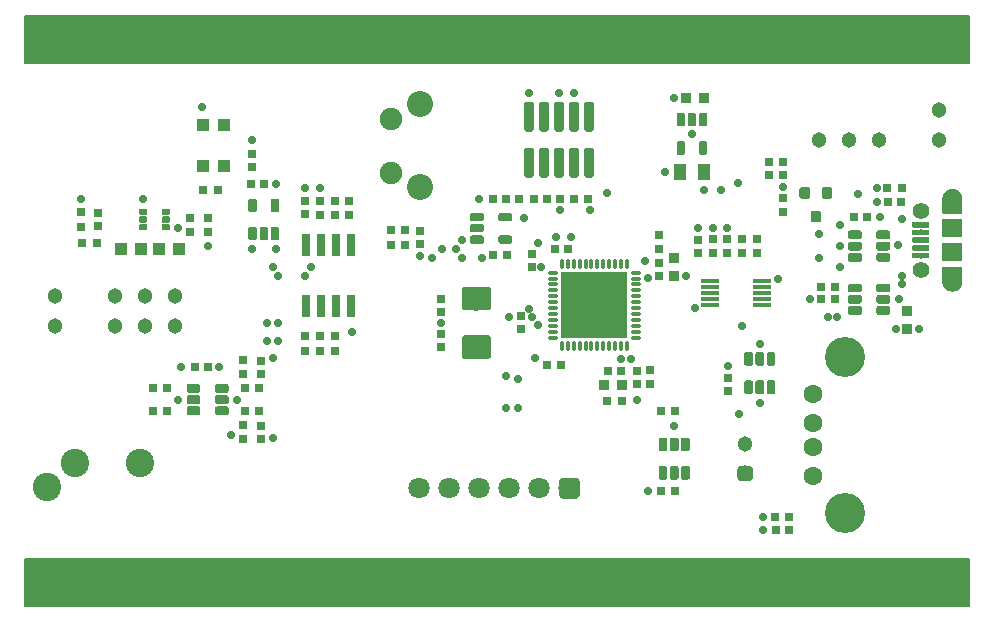
<source format=gts>
G04 #@! TF.GenerationSoftware,KiCad,Pcbnew,(5.0.0)*
G04 #@! TF.CreationDate,2018-08-10T21:54:07-04:00*
G04 #@! TF.ProjectId,scope-footswitch,73636F70652D666F6F74737769746368,1*
G04 #@! TF.SameCoordinates,Original*
G04 #@! TF.FileFunction,Soldermask,Top*
G04 #@! TF.FilePolarity,Negative*
%FSLAX46Y46*%
G04 Gerber Fmt 4.6, Leading zero omitted, Abs format (unit mm)*
G04 Created by KiCad (PCBNEW (5.0.0)) date 08/10/18 21:54:07*
%MOMM*%
%LPD*%
G01*
G04 APERTURE LIST*
%ADD10C,0.150000*%
%ADD11C,2.401600*%
%ADD12C,1.801600*%
%ADD13C,0.100000*%
%ADD14C,1.601600*%
%ADD15C,3.401600*%
%ADD16C,1.301600*%
%ADD17R,0.701600X1.901600*%
%ADD18C,0.901600*%
%ADD19C,0.751600*%
%ADD20C,0.701600*%
%ADD21R,1.968266X1.968266*%
%ADD22O,0.351600X1.001600*%
%ADD23O,1.001600X0.351600*%
%ADD24R,0.701600X0.701600*%
%ADD25R,1.601600X0.351600*%
%ADD26C,0.521600*%
%ADD27C,0.531600*%
%ADD28R,0.901600X0.901600*%
%ADD29R,1.101600X1.351600*%
%ADD30C,0.501600*%
%ADD31C,1.600000*%
%ADD32C,1.401600*%
%ADD33R,1.701600X1.601600*%
%ADD34C,0.801600*%
%ADD35R,1.001600X1.001600*%
%ADD36R,1.001600X1.101600*%
%ADD37C,1.901600*%
%ADD38C,2.201600*%
%ADD39C,2.001600*%
G04 APERTURE END LIST*
D10*
G36*
X108600000Y-73200000D02*
X188600000Y-73200000D01*
X188600000Y-69200000D01*
X108600000Y-69200000D01*
X108600000Y-73200000D01*
G37*
X108600000Y-73200000D02*
X188600000Y-73200000D01*
X188600000Y-69200000D01*
X108600000Y-69200000D01*
X108600000Y-73200000D01*
G36*
X108600000Y-119200000D02*
X188600000Y-119200000D01*
X188600000Y-115200000D01*
X108600000Y-115200000D01*
X108600000Y-119200000D01*
G37*
X108600000Y-119200000D02*
X188600000Y-119200000D01*
X188600000Y-115200000D01*
X108600000Y-115200000D01*
X108600000Y-119200000D01*
D11*
G04 #@! TO.C,J1*
X118400000Y-107100000D03*
X112900000Y-107100000D03*
X110500000Y-109100000D03*
G04 #@! TD*
D12*
G04 #@! TO.C,P1*
X142020000Y-109200000D03*
X144560000Y-109200000D03*
X147100000Y-109200000D03*
X149640000Y-109200000D03*
X152180000Y-109200000D03*
D13*
G36*
X155214547Y-108301369D02*
X155258269Y-108307854D01*
X155301144Y-108318594D01*
X155342761Y-108333485D01*
X155382717Y-108352383D01*
X155420629Y-108375106D01*
X155456131Y-108401436D01*
X155488881Y-108431119D01*
X155518564Y-108463869D01*
X155544894Y-108499371D01*
X155567617Y-108537283D01*
X155586515Y-108577239D01*
X155601406Y-108618856D01*
X155612146Y-108661731D01*
X155618631Y-108705453D01*
X155620800Y-108749600D01*
X155620800Y-109650400D01*
X155618631Y-109694547D01*
X155612146Y-109738269D01*
X155601406Y-109781144D01*
X155586515Y-109822761D01*
X155567617Y-109862717D01*
X155544894Y-109900629D01*
X155518564Y-109936131D01*
X155488881Y-109968881D01*
X155456131Y-109998564D01*
X155420629Y-110024894D01*
X155382717Y-110047617D01*
X155342761Y-110066515D01*
X155301144Y-110081406D01*
X155258269Y-110092146D01*
X155214547Y-110098631D01*
X155170400Y-110100800D01*
X154269600Y-110100800D01*
X154225453Y-110098631D01*
X154181731Y-110092146D01*
X154138856Y-110081406D01*
X154097239Y-110066515D01*
X154057283Y-110047617D01*
X154019371Y-110024894D01*
X153983869Y-109998564D01*
X153951119Y-109968881D01*
X153921436Y-109936131D01*
X153895106Y-109900629D01*
X153872383Y-109862717D01*
X153853485Y-109822761D01*
X153838594Y-109781144D01*
X153827854Y-109738269D01*
X153821369Y-109694547D01*
X153819200Y-109650400D01*
X153819200Y-108749600D01*
X153821369Y-108705453D01*
X153827854Y-108661731D01*
X153838594Y-108618856D01*
X153853485Y-108577239D01*
X153872383Y-108537283D01*
X153895106Y-108499371D01*
X153921436Y-108463869D01*
X153951119Y-108431119D01*
X153983869Y-108401436D01*
X154019371Y-108375106D01*
X154057283Y-108352383D01*
X154097239Y-108333485D01*
X154138856Y-108318594D01*
X154181731Y-108307854D01*
X154225453Y-108301369D01*
X154269600Y-108299200D01*
X155170400Y-108299200D01*
X155214547Y-108301369D01*
X155214547Y-108301369D01*
G37*
D12*
X154720000Y-109200000D03*
G04 #@! TD*
D14*
G04 #@! TO.C,J2*
X175390000Y-108200000D03*
X175390000Y-105700000D03*
X175390000Y-103700000D03*
X175390000Y-101200000D03*
D15*
X178100000Y-111270000D03*
X178100000Y-98130000D03*
G04 #@! TD*
D13*
G04 #@! TO.C,C24*
G36*
X169957295Y-107300767D02*
X169988882Y-107305452D01*
X170019859Y-107313212D01*
X170049925Y-107323970D01*
X170078792Y-107337623D01*
X170106183Y-107354040D01*
X170131832Y-107373062D01*
X170155493Y-107394507D01*
X170176938Y-107418168D01*
X170195960Y-107443817D01*
X170212377Y-107471208D01*
X170226030Y-107500075D01*
X170236788Y-107530141D01*
X170244548Y-107561118D01*
X170249233Y-107592705D01*
X170250800Y-107624600D01*
X170250800Y-108275400D01*
X170249233Y-108307295D01*
X170244548Y-108338882D01*
X170236788Y-108369859D01*
X170226030Y-108399925D01*
X170212377Y-108428792D01*
X170195960Y-108456183D01*
X170176938Y-108481832D01*
X170155493Y-108505493D01*
X170131832Y-108526938D01*
X170106183Y-108545960D01*
X170078792Y-108562377D01*
X170049925Y-108576030D01*
X170019859Y-108586788D01*
X169988882Y-108594548D01*
X169957295Y-108599233D01*
X169925400Y-108600800D01*
X169274600Y-108600800D01*
X169242705Y-108599233D01*
X169211118Y-108594548D01*
X169180141Y-108586788D01*
X169150075Y-108576030D01*
X169121208Y-108562377D01*
X169093817Y-108545960D01*
X169068168Y-108526938D01*
X169044507Y-108505493D01*
X169023062Y-108481832D01*
X169004040Y-108456183D01*
X168987623Y-108428792D01*
X168973970Y-108399925D01*
X168963212Y-108369859D01*
X168955452Y-108338882D01*
X168950767Y-108307295D01*
X168949200Y-108275400D01*
X168949200Y-107624600D01*
X168950767Y-107592705D01*
X168955452Y-107561118D01*
X168963212Y-107530141D01*
X168973970Y-107500075D01*
X168987623Y-107471208D01*
X169004040Y-107443817D01*
X169023062Y-107418168D01*
X169044507Y-107394507D01*
X169068168Y-107373062D01*
X169093817Y-107354040D01*
X169121208Y-107337623D01*
X169150075Y-107323970D01*
X169180141Y-107313212D01*
X169211118Y-107305452D01*
X169242705Y-107300767D01*
X169274600Y-107299200D01*
X169925400Y-107299200D01*
X169957295Y-107300767D01*
X169957295Y-107300767D01*
G37*
D16*
X169600000Y-107950000D03*
X169600000Y-105450000D03*
G04 #@! TD*
D17*
G04 #@! TO.C,U3*
X136255000Y-93800000D03*
X136255000Y-88600000D03*
X134985000Y-93800000D03*
X134985000Y-88600000D03*
X133715000Y-93800000D03*
X133715000Y-88600000D03*
X132445000Y-93800000D03*
X132445000Y-88600000D03*
G04 #@! TD*
D13*
G04 #@! TO.C,D1*
G36*
X174897493Y-83700285D02*
X174919373Y-83703531D01*
X174940830Y-83708906D01*
X174961657Y-83716358D01*
X174981653Y-83725815D01*
X175000626Y-83737187D01*
X175018392Y-83750363D01*
X175034782Y-83765218D01*
X175049637Y-83781608D01*
X175062813Y-83799374D01*
X175074185Y-83818347D01*
X175083642Y-83838343D01*
X175091094Y-83859170D01*
X175096469Y-83880627D01*
X175099715Y-83902507D01*
X175100800Y-83924600D01*
X175100800Y-84475400D01*
X175099715Y-84497493D01*
X175096469Y-84519373D01*
X175091094Y-84540830D01*
X175083642Y-84561657D01*
X175074185Y-84581653D01*
X175062813Y-84600626D01*
X175049637Y-84618392D01*
X175034782Y-84634782D01*
X175018392Y-84649637D01*
X175000626Y-84662813D01*
X174981653Y-84674185D01*
X174961657Y-84683642D01*
X174940830Y-84691094D01*
X174919373Y-84696469D01*
X174897493Y-84699715D01*
X174875400Y-84700800D01*
X174424600Y-84700800D01*
X174402507Y-84699715D01*
X174380627Y-84696469D01*
X174359170Y-84691094D01*
X174338343Y-84683642D01*
X174318347Y-84674185D01*
X174299374Y-84662813D01*
X174281608Y-84649637D01*
X174265218Y-84634782D01*
X174250363Y-84618392D01*
X174237187Y-84600626D01*
X174225815Y-84581653D01*
X174216358Y-84561657D01*
X174208906Y-84540830D01*
X174203531Y-84519373D01*
X174200285Y-84497493D01*
X174199200Y-84475400D01*
X174199200Y-83924600D01*
X174200285Y-83902507D01*
X174203531Y-83880627D01*
X174208906Y-83859170D01*
X174216358Y-83838343D01*
X174225815Y-83818347D01*
X174237187Y-83799374D01*
X174250363Y-83781608D01*
X174265218Y-83765218D01*
X174281608Y-83750363D01*
X174299374Y-83737187D01*
X174318347Y-83725815D01*
X174338343Y-83716358D01*
X174359170Y-83708906D01*
X174380627Y-83703531D01*
X174402507Y-83700285D01*
X174424600Y-83699200D01*
X174875400Y-83699200D01*
X174897493Y-83700285D01*
X174897493Y-83700285D01*
G37*
D18*
X174650000Y-84200000D03*
D13*
G36*
X175847493Y-85700285D02*
X175869373Y-85703531D01*
X175890830Y-85708906D01*
X175911657Y-85716358D01*
X175931653Y-85725815D01*
X175950626Y-85737187D01*
X175968392Y-85750363D01*
X175984782Y-85765218D01*
X175999637Y-85781608D01*
X176012813Y-85799374D01*
X176024185Y-85818347D01*
X176033642Y-85838343D01*
X176041094Y-85859170D01*
X176046469Y-85880627D01*
X176049715Y-85902507D01*
X176050800Y-85924600D01*
X176050800Y-86475400D01*
X176049715Y-86497493D01*
X176046469Y-86519373D01*
X176041094Y-86540830D01*
X176033642Y-86561657D01*
X176024185Y-86581653D01*
X176012813Y-86600626D01*
X175999637Y-86618392D01*
X175984782Y-86634782D01*
X175968392Y-86649637D01*
X175950626Y-86662813D01*
X175931653Y-86674185D01*
X175911657Y-86683642D01*
X175890830Y-86691094D01*
X175869373Y-86696469D01*
X175847493Y-86699715D01*
X175825400Y-86700800D01*
X175374600Y-86700800D01*
X175352507Y-86699715D01*
X175330627Y-86696469D01*
X175309170Y-86691094D01*
X175288343Y-86683642D01*
X175268347Y-86674185D01*
X175249374Y-86662813D01*
X175231608Y-86649637D01*
X175215218Y-86634782D01*
X175200363Y-86618392D01*
X175187187Y-86600626D01*
X175175815Y-86581653D01*
X175166358Y-86561657D01*
X175158906Y-86540830D01*
X175153531Y-86519373D01*
X175150285Y-86497493D01*
X175149200Y-86475400D01*
X175149200Y-85924600D01*
X175150285Y-85902507D01*
X175153531Y-85880627D01*
X175158906Y-85859170D01*
X175166358Y-85838343D01*
X175175815Y-85818347D01*
X175187187Y-85799374D01*
X175200363Y-85781608D01*
X175215218Y-85765218D01*
X175231608Y-85750363D01*
X175249374Y-85737187D01*
X175268347Y-85725815D01*
X175288343Y-85716358D01*
X175309170Y-85708906D01*
X175330627Y-85703531D01*
X175352507Y-85700285D01*
X175374600Y-85699200D01*
X175825400Y-85699200D01*
X175847493Y-85700285D01*
X175847493Y-85700285D01*
G37*
D18*
X175600000Y-86200000D03*
D13*
G36*
X176797493Y-83700285D02*
X176819373Y-83703531D01*
X176840830Y-83708906D01*
X176861657Y-83716358D01*
X176881653Y-83725815D01*
X176900626Y-83737187D01*
X176918392Y-83750363D01*
X176934782Y-83765218D01*
X176949637Y-83781608D01*
X176962813Y-83799374D01*
X176974185Y-83818347D01*
X176983642Y-83838343D01*
X176991094Y-83859170D01*
X176996469Y-83880627D01*
X176999715Y-83902507D01*
X177000800Y-83924600D01*
X177000800Y-84475400D01*
X176999715Y-84497493D01*
X176996469Y-84519373D01*
X176991094Y-84540830D01*
X176983642Y-84561657D01*
X176974185Y-84581653D01*
X176962813Y-84600626D01*
X176949637Y-84618392D01*
X176934782Y-84634782D01*
X176918392Y-84649637D01*
X176900626Y-84662813D01*
X176881653Y-84674185D01*
X176861657Y-84683642D01*
X176840830Y-84691094D01*
X176819373Y-84696469D01*
X176797493Y-84699715D01*
X176775400Y-84700800D01*
X176324600Y-84700800D01*
X176302507Y-84699715D01*
X176280627Y-84696469D01*
X176259170Y-84691094D01*
X176238343Y-84683642D01*
X176218347Y-84674185D01*
X176199374Y-84662813D01*
X176181608Y-84649637D01*
X176165218Y-84634782D01*
X176150363Y-84618392D01*
X176137187Y-84600626D01*
X176125815Y-84581653D01*
X176116358Y-84561657D01*
X176108906Y-84540830D01*
X176103531Y-84519373D01*
X176100285Y-84497493D01*
X176099200Y-84475400D01*
X176099200Y-83924600D01*
X176100285Y-83902507D01*
X176103531Y-83880627D01*
X176108906Y-83859170D01*
X176116358Y-83838343D01*
X176125815Y-83818347D01*
X176137187Y-83799374D01*
X176150363Y-83781608D01*
X176165218Y-83765218D01*
X176181608Y-83750363D01*
X176199374Y-83737187D01*
X176218347Y-83725815D01*
X176238343Y-83716358D01*
X176259170Y-83708906D01*
X176280627Y-83703531D01*
X176302507Y-83700285D01*
X176324600Y-83699200D01*
X176775400Y-83699200D01*
X176797493Y-83700285D01*
X176797493Y-83700285D01*
G37*
D18*
X176550000Y-84200000D03*
G04 #@! TD*
D13*
G04 #@! TO.C,U2*
G36*
X179306317Y-93775105D02*
X179324557Y-93777810D01*
X179342444Y-93782291D01*
X179359806Y-93788503D01*
X179376475Y-93796387D01*
X179392292Y-93805867D01*
X179407102Y-93816851D01*
X179420765Y-93829235D01*
X179433149Y-93842898D01*
X179444133Y-93857708D01*
X179453613Y-93873525D01*
X179461497Y-93890194D01*
X179467709Y-93907556D01*
X179472190Y-93925443D01*
X179474895Y-93943683D01*
X179475800Y-93962100D01*
X179475800Y-94337900D01*
X179474895Y-94356317D01*
X179472190Y-94374557D01*
X179467709Y-94392444D01*
X179461497Y-94409806D01*
X179453613Y-94426475D01*
X179444133Y-94442292D01*
X179433149Y-94457102D01*
X179420765Y-94470765D01*
X179407102Y-94483149D01*
X179392292Y-94494133D01*
X179376475Y-94503613D01*
X179359806Y-94511497D01*
X179342444Y-94517709D01*
X179324557Y-94522190D01*
X179306317Y-94524895D01*
X179287900Y-94525800D01*
X178512100Y-94525800D01*
X178493683Y-94524895D01*
X178475443Y-94522190D01*
X178457556Y-94517709D01*
X178440194Y-94511497D01*
X178423525Y-94503613D01*
X178407708Y-94494133D01*
X178392898Y-94483149D01*
X178379235Y-94470765D01*
X178366851Y-94457102D01*
X178355867Y-94442292D01*
X178346387Y-94426475D01*
X178338503Y-94409806D01*
X178332291Y-94392444D01*
X178327810Y-94374557D01*
X178325105Y-94356317D01*
X178324200Y-94337900D01*
X178324200Y-93962100D01*
X178325105Y-93943683D01*
X178327810Y-93925443D01*
X178332291Y-93907556D01*
X178338503Y-93890194D01*
X178346387Y-93873525D01*
X178355867Y-93857708D01*
X178366851Y-93842898D01*
X178379235Y-93829235D01*
X178392898Y-93816851D01*
X178407708Y-93805867D01*
X178423525Y-93796387D01*
X178440194Y-93788503D01*
X178457556Y-93782291D01*
X178475443Y-93777810D01*
X178493683Y-93775105D01*
X178512100Y-93774200D01*
X179287900Y-93774200D01*
X179306317Y-93775105D01*
X179306317Y-93775105D01*
G37*
D19*
X178900000Y-94150000D03*
D13*
G36*
X181706317Y-93775105D02*
X181724557Y-93777810D01*
X181742444Y-93782291D01*
X181759806Y-93788503D01*
X181776475Y-93796387D01*
X181792292Y-93805867D01*
X181807102Y-93816851D01*
X181820765Y-93829235D01*
X181833149Y-93842898D01*
X181844133Y-93857708D01*
X181853613Y-93873525D01*
X181861497Y-93890194D01*
X181867709Y-93907556D01*
X181872190Y-93925443D01*
X181874895Y-93943683D01*
X181875800Y-93962100D01*
X181875800Y-94337900D01*
X181874895Y-94356317D01*
X181872190Y-94374557D01*
X181867709Y-94392444D01*
X181861497Y-94409806D01*
X181853613Y-94426475D01*
X181844133Y-94442292D01*
X181833149Y-94457102D01*
X181820765Y-94470765D01*
X181807102Y-94483149D01*
X181792292Y-94494133D01*
X181776475Y-94503613D01*
X181759806Y-94511497D01*
X181742444Y-94517709D01*
X181724557Y-94522190D01*
X181706317Y-94524895D01*
X181687900Y-94525800D01*
X180912100Y-94525800D01*
X180893683Y-94524895D01*
X180875443Y-94522190D01*
X180857556Y-94517709D01*
X180840194Y-94511497D01*
X180823525Y-94503613D01*
X180807708Y-94494133D01*
X180792898Y-94483149D01*
X180779235Y-94470765D01*
X180766851Y-94457102D01*
X180755867Y-94442292D01*
X180746387Y-94426475D01*
X180738503Y-94409806D01*
X180732291Y-94392444D01*
X180727810Y-94374557D01*
X180725105Y-94356317D01*
X180724200Y-94337900D01*
X180724200Y-93962100D01*
X180725105Y-93943683D01*
X180727810Y-93925443D01*
X180732291Y-93907556D01*
X180738503Y-93890194D01*
X180746387Y-93873525D01*
X180755867Y-93857708D01*
X180766851Y-93842898D01*
X180779235Y-93829235D01*
X180792898Y-93816851D01*
X180807708Y-93805867D01*
X180823525Y-93796387D01*
X180840194Y-93788503D01*
X180857556Y-93782291D01*
X180875443Y-93777810D01*
X180893683Y-93775105D01*
X180912100Y-93774200D01*
X181687900Y-93774200D01*
X181706317Y-93775105D01*
X181706317Y-93775105D01*
G37*
D19*
X181300000Y-94150000D03*
D13*
G36*
X179306317Y-92825105D02*
X179324557Y-92827810D01*
X179342444Y-92832291D01*
X179359806Y-92838503D01*
X179376475Y-92846387D01*
X179392292Y-92855867D01*
X179407102Y-92866851D01*
X179420765Y-92879235D01*
X179433149Y-92892898D01*
X179444133Y-92907708D01*
X179453613Y-92923525D01*
X179461497Y-92940194D01*
X179467709Y-92957556D01*
X179472190Y-92975443D01*
X179474895Y-92993683D01*
X179475800Y-93012100D01*
X179475800Y-93387900D01*
X179474895Y-93406317D01*
X179472190Y-93424557D01*
X179467709Y-93442444D01*
X179461497Y-93459806D01*
X179453613Y-93476475D01*
X179444133Y-93492292D01*
X179433149Y-93507102D01*
X179420765Y-93520765D01*
X179407102Y-93533149D01*
X179392292Y-93544133D01*
X179376475Y-93553613D01*
X179359806Y-93561497D01*
X179342444Y-93567709D01*
X179324557Y-93572190D01*
X179306317Y-93574895D01*
X179287900Y-93575800D01*
X178512100Y-93575800D01*
X178493683Y-93574895D01*
X178475443Y-93572190D01*
X178457556Y-93567709D01*
X178440194Y-93561497D01*
X178423525Y-93553613D01*
X178407708Y-93544133D01*
X178392898Y-93533149D01*
X178379235Y-93520765D01*
X178366851Y-93507102D01*
X178355867Y-93492292D01*
X178346387Y-93476475D01*
X178338503Y-93459806D01*
X178332291Y-93442444D01*
X178327810Y-93424557D01*
X178325105Y-93406317D01*
X178324200Y-93387900D01*
X178324200Y-93012100D01*
X178325105Y-92993683D01*
X178327810Y-92975443D01*
X178332291Y-92957556D01*
X178338503Y-92940194D01*
X178346387Y-92923525D01*
X178355867Y-92907708D01*
X178366851Y-92892898D01*
X178379235Y-92879235D01*
X178392898Y-92866851D01*
X178407708Y-92855867D01*
X178423525Y-92846387D01*
X178440194Y-92838503D01*
X178457556Y-92832291D01*
X178475443Y-92827810D01*
X178493683Y-92825105D01*
X178512100Y-92824200D01*
X179287900Y-92824200D01*
X179306317Y-92825105D01*
X179306317Y-92825105D01*
G37*
D19*
X178900000Y-93200000D03*
D13*
G36*
X181706317Y-92825105D02*
X181724557Y-92827810D01*
X181742444Y-92832291D01*
X181759806Y-92838503D01*
X181776475Y-92846387D01*
X181792292Y-92855867D01*
X181807102Y-92866851D01*
X181820765Y-92879235D01*
X181833149Y-92892898D01*
X181844133Y-92907708D01*
X181853613Y-92923525D01*
X181861497Y-92940194D01*
X181867709Y-92957556D01*
X181872190Y-92975443D01*
X181874895Y-92993683D01*
X181875800Y-93012100D01*
X181875800Y-93387900D01*
X181874895Y-93406317D01*
X181872190Y-93424557D01*
X181867709Y-93442444D01*
X181861497Y-93459806D01*
X181853613Y-93476475D01*
X181844133Y-93492292D01*
X181833149Y-93507102D01*
X181820765Y-93520765D01*
X181807102Y-93533149D01*
X181792292Y-93544133D01*
X181776475Y-93553613D01*
X181759806Y-93561497D01*
X181742444Y-93567709D01*
X181724557Y-93572190D01*
X181706317Y-93574895D01*
X181687900Y-93575800D01*
X180912100Y-93575800D01*
X180893683Y-93574895D01*
X180875443Y-93572190D01*
X180857556Y-93567709D01*
X180840194Y-93561497D01*
X180823525Y-93553613D01*
X180807708Y-93544133D01*
X180792898Y-93533149D01*
X180779235Y-93520765D01*
X180766851Y-93507102D01*
X180755867Y-93492292D01*
X180746387Y-93476475D01*
X180738503Y-93459806D01*
X180732291Y-93442444D01*
X180727810Y-93424557D01*
X180725105Y-93406317D01*
X180724200Y-93387900D01*
X180724200Y-93012100D01*
X180725105Y-92993683D01*
X180727810Y-92975443D01*
X180732291Y-92957556D01*
X180738503Y-92940194D01*
X180746387Y-92923525D01*
X180755867Y-92907708D01*
X180766851Y-92892898D01*
X180779235Y-92879235D01*
X180792898Y-92866851D01*
X180807708Y-92855867D01*
X180823525Y-92846387D01*
X180840194Y-92838503D01*
X180857556Y-92832291D01*
X180875443Y-92827810D01*
X180893683Y-92825105D01*
X180912100Y-92824200D01*
X181687900Y-92824200D01*
X181706317Y-92825105D01*
X181706317Y-92825105D01*
G37*
D19*
X181300000Y-93200000D03*
D13*
G36*
X179306317Y-91875105D02*
X179324557Y-91877810D01*
X179342444Y-91882291D01*
X179359806Y-91888503D01*
X179376475Y-91896387D01*
X179392292Y-91905867D01*
X179407102Y-91916851D01*
X179420765Y-91929235D01*
X179433149Y-91942898D01*
X179444133Y-91957708D01*
X179453613Y-91973525D01*
X179461497Y-91990194D01*
X179467709Y-92007556D01*
X179472190Y-92025443D01*
X179474895Y-92043683D01*
X179475800Y-92062100D01*
X179475800Y-92437900D01*
X179474895Y-92456317D01*
X179472190Y-92474557D01*
X179467709Y-92492444D01*
X179461497Y-92509806D01*
X179453613Y-92526475D01*
X179444133Y-92542292D01*
X179433149Y-92557102D01*
X179420765Y-92570765D01*
X179407102Y-92583149D01*
X179392292Y-92594133D01*
X179376475Y-92603613D01*
X179359806Y-92611497D01*
X179342444Y-92617709D01*
X179324557Y-92622190D01*
X179306317Y-92624895D01*
X179287900Y-92625800D01*
X178512100Y-92625800D01*
X178493683Y-92624895D01*
X178475443Y-92622190D01*
X178457556Y-92617709D01*
X178440194Y-92611497D01*
X178423525Y-92603613D01*
X178407708Y-92594133D01*
X178392898Y-92583149D01*
X178379235Y-92570765D01*
X178366851Y-92557102D01*
X178355867Y-92542292D01*
X178346387Y-92526475D01*
X178338503Y-92509806D01*
X178332291Y-92492444D01*
X178327810Y-92474557D01*
X178325105Y-92456317D01*
X178324200Y-92437900D01*
X178324200Y-92062100D01*
X178325105Y-92043683D01*
X178327810Y-92025443D01*
X178332291Y-92007556D01*
X178338503Y-91990194D01*
X178346387Y-91973525D01*
X178355867Y-91957708D01*
X178366851Y-91942898D01*
X178379235Y-91929235D01*
X178392898Y-91916851D01*
X178407708Y-91905867D01*
X178423525Y-91896387D01*
X178440194Y-91888503D01*
X178457556Y-91882291D01*
X178475443Y-91877810D01*
X178493683Y-91875105D01*
X178512100Y-91874200D01*
X179287900Y-91874200D01*
X179306317Y-91875105D01*
X179306317Y-91875105D01*
G37*
D19*
X178900000Y-92250000D03*
D13*
G36*
X181706317Y-91875105D02*
X181724557Y-91877810D01*
X181742444Y-91882291D01*
X181759806Y-91888503D01*
X181776475Y-91896387D01*
X181792292Y-91905867D01*
X181807102Y-91916851D01*
X181820765Y-91929235D01*
X181833149Y-91942898D01*
X181844133Y-91957708D01*
X181853613Y-91973525D01*
X181861497Y-91990194D01*
X181867709Y-92007556D01*
X181872190Y-92025443D01*
X181874895Y-92043683D01*
X181875800Y-92062100D01*
X181875800Y-92437900D01*
X181874895Y-92456317D01*
X181872190Y-92474557D01*
X181867709Y-92492444D01*
X181861497Y-92509806D01*
X181853613Y-92526475D01*
X181844133Y-92542292D01*
X181833149Y-92557102D01*
X181820765Y-92570765D01*
X181807102Y-92583149D01*
X181792292Y-92594133D01*
X181776475Y-92603613D01*
X181759806Y-92611497D01*
X181742444Y-92617709D01*
X181724557Y-92622190D01*
X181706317Y-92624895D01*
X181687900Y-92625800D01*
X180912100Y-92625800D01*
X180893683Y-92624895D01*
X180875443Y-92622190D01*
X180857556Y-92617709D01*
X180840194Y-92611497D01*
X180823525Y-92603613D01*
X180807708Y-92594133D01*
X180792898Y-92583149D01*
X180779235Y-92570765D01*
X180766851Y-92557102D01*
X180755867Y-92542292D01*
X180746387Y-92526475D01*
X180738503Y-92509806D01*
X180732291Y-92492444D01*
X180727810Y-92474557D01*
X180725105Y-92456317D01*
X180724200Y-92437900D01*
X180724200Y-92062100D01*
X180725105Y-92043683D01*
X180727810Y-92025443D01*
X180732291Y-92007556D01*
X180738503Y-91990194D01*
X180746387Y-91973525D01*
X180755867Y-91957708D01*
X180766851Y-91942898D01*
X180779235Y-91929235D01*
X180792898Y-91916851D01*
X180807708Y-91905867D01*
X180823525Y-91896387D01*
X180840194Y-91888503D01*
X180857556Y-91882291D01*
X180875443Y-91877810D01*
X180893683Y-91875105D01*
X180912100Y-91874200D01*
X181687900Y-91874200D01*
X181706317Y-91875105D01*
X181706317Y-91875105D01*
G37*
D19*
X181300000Y-92250000D03*
G04 #@! TD*
D13*
G04 #@! TO.C,U8*
G36*
X164756317Y-107325105D02*
X164774557Y-107327810D01*
X164792444Y-107332291D01*
X164809806Y-107338503D01*
X164826475Y-107346387D01*
X164842292Y-107355867D01*
X164857102Y-107366851D01*
X164870765Y-107379235D01*
X164883149Y-107392898D01*
X164894133Y-107407708D01*
X164903613Y-107423525D01*
X164911497Y-107440194D01*
X164917709Y-107457556D01*
X164922190Y-107475443D01*
X164924895Y-107493683D01*
X164925800Y-107512100D01*
X164925800Y-108287900D01*
X164924895Y-108306317D01*
X164922190Y-108324557D01*
X164917709Y-108342444D01*
X164911497Y-108359806D01*
X164903613Y-108376475D01*
X164894133Y-108392292D01*
X164883149Y-108407102D01*
X164870765Y-108420765D01*
X164857102Y-108433149D01*
X164842292Y-108444133D01*
X164826475Y-108453613D01*
X164809806Y-108461497D01*
X164792444Y-108467709D01*
X164774557Y-108472190D01*
X164756317Y-108474895D01*
X164737900Y-108475800D01*
X164362100Y-108475800D01*
X164343683Y-108474895D01*
X164325443Y-108472190D01*
X164307556Y-108467709D01*
X164290194Y-108461497D01*
X164273525Y-108453613D01*
X164257708Y-108444133D01*
X164242898Y-108433149D01*
X164229235Y-108420765D01*
X164216851Y-108407102D01*
X164205867Y-108392292D01*
X164196387Y-108376475D01*
X164188503Y-108359806D01*
X164182291Y-108342444D01*
X164177810Y-108324557D01*
X164175105Y-108306317D01*
X164174200Y-108287900D01*
X164174200Y-107512100D01*
X164175105Y-107493683D01*
X164177810Y-107475443D01*
X164182291Y-107457556D01*
X164188503Y-107440194D01*
X164196387Y-107423525D01*
X164205867Y-107407708D01*
X164216851Y-107392898D01*
X164229235Y-107379235D01*
X164242898Y-107366851D01*
X164257708Y-107355867D01*
X164273525Y-107346387D01*
X164290194Y-107338503D01*
X164307556Y-107332291D01*
X164325443Y-107327810D01*
X164343683Y-107325105D01*
X164362100Y-107324200D01*
X164737900Y-107324200D01*
X164756317Y-107325105D01*
X164756317Y-107325105D01*
G37*
D19*
X164550000Y-107900000D03*
D13*
G36*
X164756317Y-104925105D02*
X164774557Y-104927810D01*
X164792444Y-104932291D01*
X164809806Y-104938503D01*
X164826475Y-104946387D01*
X164842292Y-104955867D01*
X164857102Y-104966851D01*
X164870765Y-104979235D01*
X164883149Y-104992898D01*
X164894133Y-105007708D01*
X164903613Y-105023525D01*
X164911497Y-105040194D01*
X164917709Y-105057556D01*
X164922190Y-105075443D01*
X164924895Y-105093683D01*
X164925800Y-105112100D01*
X164925800Y-105887900D01*
X164924895Y-105906317D01*
X164922190Y-105924557D01*
X164917709Y-105942444D01*
X164911497Y-105959806D01*
X164903613Y-105976475D01*
X164894133Y-105992292D01*
X164883149Y-106007102D01*
X164870765Y-106020765D01*
X164857102Y-106033149D01*
X164842292Y-106044133D01*
X164826475Y-106053613D01*
X164809806Y-106061497D01*
X164792444Y-106067709D01*
X164774557Y-106072190D01*
X164756317Y-106074895D01*
X164737900Y-106075800D01*
X164362100Y-106075800D01*
X164343683Y-106074895D01*
X164325443Y-106072190D01*
X164307556Y-106067709D01*
X164290194Y-106061497D01*
X164273525Y-106053613D01*
X164257708Y-106044133D01*
X164242898Y-106033149D01*
X164229235Y-106020765D01*
X164216851Y-106007102D01*
X164205867Y-105992292D01*
X164196387Y-105976475D01*
X164188503Y-105959806D01*
X164182291Y-105942444D01*
X164177810Y-105924557D01*
X164175105Y-105906317D01*
X164174200Y-105887900D01*
X164174200Y-105112100D01*
X164175105Y-105093683D01*
X164177810Y-105075443D01*
X164182291Y-105057556D01*
X164188503Y-105040194D01*
X164196387Y-105023525D01*
X164205867Y-105007708D01*
X164216851Y-104992898D01*
X164229235Y-104979235D01*
X164242898Y-104966851D01*
X164257708Y-104955867D01*
X164273525Y-104946387D01*
X164290194Y-104938503D01*
X164307556Y-104932291D01*
X164325443Y-104927810D01*
X164343683Y-104925105D01*
X164362100Y-104924200D01*
X164737900Y-104924200D01*
X164756317Y-104925105D01*
X164756317Y-104925105D01*
G37*
D19*
X164550000Y-105500000D03*
D13*
G36*
X163806317Y-107325105D02*
X163824557Y-107327810D01*
X163842444Y-107332291D01*
X163859806Y-107338503D01*
X163876475Y-107346387D01*
X163892292Y-107355867D01*
X163907102Y-107366851D01*
X163920765Y-107379235D01*
X163933149Y-107392898D01*
X163944133Y-107407708D01*
X163953613Y-107423525D01*
X163961497Y-107440194D01*
X163967709Y-107457556D01*
X163972190Y-107475443D01*
X163974895Y-107493683D01*
X163975800Y-107512100D01*
X163975800Y-108287900D01*
X163974895Y-108306317D01*
X163972190Y-108324557D01*
X163967709Y-108342444D01*
X163961497Y-108359806D01*
X163953613Y-108376475D01*
X163944133Y-108392292D01*
X163933149Y-108407102D01*
X163920765Y-108420765D01*
X163907102Y-108433149D01*
X163892292Y-108444133D01*
X163876475Y-108453613D01*
X163859806Y-108461497D01*
X163842444Y-108467709D01*
X163824557Y-108472190D01*
X163806317Y-108474895D01*
X163787900Y-108475800D01*
X163412100Y-108475800D01*
X163393683Y-108474895D01*
X163375443Y-108472190D01*
X163357556Y-108467709D01*
X163340194Y-108461497D01*
X163323525Y-108453613D01*
X163307708Y-108444133D01*
X163292898Y-108433149D01*
X163279235Y-108420765D01*
X163266851Y-108407102D01*
X163255867Y-108392292D01*
X163246387Y-108376475D01*
X163238503Y-108359806D01*
X163232291Y-108342444D01*
X163227810Y-108324557D01*
X163225105Y-108306317D01*
X163224200Y-108287900D01*
X163224200Y-107512100D01*
X163225105Y-107493683D01*
X163227810Y-107475443D01*
X163232291Y-107457556D01*
X163238503Y-107440194D01*
X163246387Y-107423525D01*
X163255867Y-107407708D01*
X163266851Y-107392898D01*
X163279235Y-107379235D01*
X163292898Y-107366851D01*
X163307708Y-107355867D01*
X163323525Y-107346387D01*
X163340194Y-107338503D01*
X163357556Y-107332291D01*
X163375443Y-107327810D01*
X163393683Y-107325105D01*
X163412100Y-107324200D01*
X163787900Y-107324200D01*
X163806317Y-107325105D01*
X163806317Y-107325105D01*
G37*
D19*
X163600000Y-107900000D03*
D13*
G36*
X163806317Y-104925105D02*
X163824557Y-104927810D01*
X163842444Y-104932291D01*
X163859806Y-104938503D01*
X163876475Y-104946387D01*
X163892292Y-104955867D01*
X163907102Y-104966851D01*
X163920765Y-104979235D01*
X163933149Y-104992898D01*
X163944133Y-105007708D01*
X163953613Y-105023525D01*
X163961497Y-105040194D01*
X163967709Y-105057556D01*
X163972190Y-105075443D01*
X163974895Y-105093683D01*
X163975800Y-105112100D01*
X163975800Y-105887900D01*
X163974895Y-105906317D01*
X163972190Y-105924557D01*
X163967709Y-105942444D01*
X163961497Y-105959806D01*
X163953613Y-105976475D01*
X163944133Y-105992292D01*
X163933149Y-106007102D01*
X163920765Y-106020765D01*
X163907102Y-106033149D01*
X163892292Y-106044133D01*
X163876475Y-106053613D01*
X163859806Y-106061497D01*
X163842444Y-106067709D01*
X163824557Y-106072190D01*
X163806317Y-106074895D01*
X163787900Y-106075800D01*
X163412100Y-106075800D01*
X163393683Y-106074895D01*
X163375443Y-106072190D01*
X163357556Y-106067709D01*
X163340194Y-106061497D01*
X163323525Y-106053613D01*
X163307708Y-106044133D01*
X163292898Y-106033149D01*
X163279235Y-106020765D01*
X163266851Y-106007102D01*
X163255867Y-105992292D01*
X163246387Y-105976475D01*
X163238503Y-105959806D01*
X163232291Y-105942444D01*
X163227810Y-105924557D01*
X163225105Y-105906317D01*
X163224200Y-105887900D01*
X163224200Y-105112100D01*
X163225105Y-105093683D01*
X163227810Y-105075443D01*
X163232291Y-105057556D01*
X163238503Y-105040194D01*
X163246387Y-105023525D01*
X163255867Y-105007708D01*
X163266851Y-104992898D01*
X163279235Y-104979235D01*
X163292898Y-104966851D01*
X163307708Y-104955867D01*
X163323525Y-104946387D01*
X163340194Y-104938503D01*
X163357556Y-104932291D01*
X163375443Y-104927810D01*
X163393683Y-104925105D01*
X163412100Y-104924200D01*
X163787900Y-104924200D01*
X163806317Y-104925105D01*
X163806317Y-104925105D01*
G37*
D19*
X163600000Y-105500000D03*
D13*
G36*
X162856317Y-107325105D02*
X162874557Y-107327810D01*
X162892444Y-107332291D01*
X162909806Y-107338503D01*
X162926475Y-107346387D01*
X162942292Y-107355867D01*
X162957102Y-107366851D01*
X162970765Y-107379235D01*
X162983149Y-107392898D01*
X162994133Y-107407708D01*
X163003613Y-107423525D01*
X163011497Y-107440194D01*
X163017709Y-107457556D01*
X163022190Y-107475443D01*
X163024895Y-107493683D01*
X163025800Y-107512100D01*
X163025800Y-108287900D01*
X163024895Y-108306317D01*
X163022190Y-108324557D01*
X163017709Y-108342444D01*
X163011497Y-108359806D01*
X163003613Y-108376475D01*
X162994133Y-108392292D01*
X162983149Y-108407102D01*
X162970765Y-108420765D01*
X162957102Y-108433149D01*
X162942292Y-108444133D01*
X162926475Y-108453613D01*
X162909806Y-108461497D01*
X162892444Y-108467709D01*
X162874557Y-108472190D01*
X162856317Y-108474895D01*
X162837900Y-108475800D01*
X162462100Y-108475800D01*
X162443683Y-108474895D01*
X162425443Y-108472190D01*
X162407556Y-108467709D01*
X162390194Y-108461497D01*
X162373525Y-108453613D01*
X162357708Y-108444133D01*
X162342898Y-108433149D01*
X162329235Y-108420765D01*
X162316851Y-108407102D01*
X162305867Y-108392292D01*
X162296387Y-108376475D01*
X162288503Y-108359806D01*
X162282291Y-108342444D01*
X162277810Y-108324557D01*
X162275105Y-108306317D01*
X162274200Y-108287900D01*
X162274200Y-107512100D01*
X162275105Y-107493683D01*
X162277810Y-107475443D01*
X162282291Y-107457556D01*
X162288503Y-107440194D01*
X162296387Y-107423525D01*
X162305867Y-107407708D01*
X162316851Y-107392898D01*
X162329235Y-107379235D01*
X162342898Y-107366851D01*
X162357708Y-107355867D01*
X162373525Y-107346387D01*
X162390194Y-107338503D01*
X162407556Y-107332291D01*
X162425443Y-107327810D01*
X162443683Y-107325105D01*
X162462100Y-107324200D01*
X162837900Y-107324200D01*
X162856317Y-107325105D01*
X162856317Y-107325105D01*
G37*
D19*
X162650000Y-107900000D03*
D13*
G36*
X162856317Y-104925105D02*
X162874557Y-104927810D01*
X162892444Y-104932291D01*
X162909806Y-104938503D01*
X162926475Y-104946387D01*
X162942292Y-104955867D01*
X162957102Y-104966851D01*
X162970765Y-104979235D01*
X162983149Y-104992898D01*
X162994133Y-105007708D01*
X163003613Y-105023525D01*
X163011497Y-105040194D01*
X163017709Y-105057556D01*
X163022190Y-105075443D01*
X163024895Y-105093683D01*
X163025800Y-105112100D01*
X163025800Y-105887900D01*
X163024895Y-105906317D01*
X163022190Y-105924557D01*
X163017709Y-105942444D01*
X163011497Y-105959806D01*
X163003613Y-105976475D01*
X162994133Y-105992292D01*
X162983149Y-106007102D01*
X162970765Y-106020765D01*
X162957102Y-106033149D01*
X162942292Y-106044133D01*
X162926475Y-106053613D01*
X162909806Y-106061497D01*
X162892444Y-106067709D01*
X162874557Y-106072190D01*
X162856317Y-106074895D01*
X162837900Y-106075800D01*
X162462100Y-106075800D01*
X162443683Y-106074895D01*
X162425443Y-106072190D01*
X162407556Y-106067709D01*
X162390194Y-106061497D01*
X162373525Y-106053613D01*
X162357708Y-106044133D01*
X162342898Y-106033149D01*
X162329235Y-106020765D01*
X162316851Y-106007102D01*
X162305867Y-105992292D01*
X162296387Y-105976475D01*
X162288503Y-105959806D01*
X162282291Y-105942444D01*
X162277810Y-105924557D01*
X162275105Y-105906317D01*
X162274200Y-105887900D01*
X162274200Y-105112100D01*
X162275105Y-105093683D01*
X162277810Y-105075443D01*
X162282291Y-105057556D01*
X162288503Y-105040194D01*
X162296387Y-105023525D01*
X162305867Y-105007708D01*
X162316851Y-104992898D01*
X162329235Y-104979235D01*
X162342898Y-104966851D01*
X162357708Y-104955867D01*
X162373525Y-104946387D01*
X162390194Y-104938503D01*
X162407556Y-104932291D01*
X162425443Y-104927810D01*
X162443683Y-104925105D01*
X162462100Y-104924200D01*
X162837900Y-104924200D01*
X162856317Y-104925105D01*
X162856317Y-104925105D01*
G37*
D19*
X162650000Y-105500000D03*
G04 #@! TD*
D13*
G04 #@! TO.C,U5*
G36*
X166242592Y-79825045D02*
X166259619Y-79827570D01*
X166276316Y-79831753D01*
X166292523Y-79837552D01*
X166308083Y-79844911D01*
X166322847Y-79853760D01*
X166336673Y-79864014D01*
X166349427Y-79875573D01*
X166360986Y-79888327D01*
X166371240Y-79902153D01*
X166380089Y-79916917D01*
X166387448Y-79932477D01*
X166393247Y-79948684D01*
X166397430Y-79965381D01*
X166399955Y-79982408D01*
X166400800Y-79999600D01*
X166400800Y-80800400D01*
X166399955Y-80817592D01*
X166397430Y-80834619D01*
X166393247Y-80851316D01*
X166387448Y-80867523D01*
X166380089Y-80883083D01*
X166371240Y-80897847D01*
X166360986Y-80911673D01*
X166349427Y-80924427D01*
X166336673Y-80935986D01*
X166322847Y-80946240D01*
X166308083Y-80955089D01*
X166292523Y-80962448D01*
X166276316Y-80968247D01*
X166259619Y-80972430D01*
X166242592Y-80974955D01*
X166225400Y-80975800D01*
X165874600Y-80975800D01*
X165857408Y-80974955D01*
X165840381Y-80972430D01*
X165823684Y-80968247D01*
X165807477Y-80962448D01*
X165791917Y-80955089D01*
X165777153Y-80946240D01*
X165763327Y-80935986D01*
X165750573Y-80924427D01*
X165739014Y-80911673D01*
X165728760Y-80897847D01*
X165719911Y-80883083D01*
X165712552Y-80867523D01*
X165706753Y-80851316D01*
X165702570Y-80834619D01*
X165700045Y-80817592D01*
X165699200Y-80800400D01*
X165699200Y-79999600D01*
X165700045Y-79982408D01*
X165702570Y-79965381D01*
X165706753Y-79948684D01*
X165712552Y-79932477D01*
X165719911Y-79916917D01*
X165728760Y-79902153D01*
X165739014Y-79888327D01*
X165750573Y-79875573D01*
X165763327Y-79864014D01*
X165777153Y-79853760D01*
X165791917Y-79844911D01*
X165807477Y-79837552D01*
X165823684Y-79831753D01*
X165840381Y-79827570D01*
X165857408Y-79825045D01*
X165874600Y-79824200D01*
X166225400Y-79824200D01*
X166242592Y-79825045D01*
X166242592Y-79825045D01*
G37*
D20*
X166050000Y-80400000D03*
D13*
G36*
X164342592Y-79825045D02*
X164359619Y-79827570D01*
X164376316Y-79831753D01*
X164392523Y-79837552D01*
X164408083Y-79844911D01*
X164422847Y-79853760D01*
X164436673Y-79864014D01*
X164449427Y-79875573D01*
X164460986Y-79888327D01*
X164471240Y-79902153D01*
X164480089Y-79916917D01*
X164487448Y-79932477D01*
X164493247Y-79948684D01*
X164497430Y-79965381D01*
X164499955Y-79982408D01*
X164500800Y-79999600D01*
X164500800Y-80800400D01*
X164499955Y-80817592D01*
X164497430Y-80834619D01*
X164493247Y-80851316D01*
X164487448Y-80867523D01*
X164480089Y-80883083D01*
X164471240Y-80897847D01*
X164460986Y-80911673D01*
X164449427Y-80924427D01*
X164436673Y-80935986D01*
X164422847Y-80946240D01*
X164408083Y-80955089D01*
X164392523Y-80962448D01*
X164376316Y-80968247D01*
X164359619Y-80972430D01*
X164342592Y-80974955D01*
X164325400Y-80975800D01*
X163974600Y-80975800D01*
X163957408Y-80974955D01*
X163940381Y-80972430D01*
X163923684Y-80968247D01*
X163907477Y-80962448D01*
X163891917Y-80955089D01*
X163877153Y-80946240D01*
X163863327Y-80935986D01*
X163850573Y-80924427D01*
X163839014Y-80911673D01*
X163828760Y-80897847D01*
X163819911Y-80883083D01*
X163812552Y-80867523D01*
X163806753Y-80851316D01*
X163802570Y-80834619D01*
X163800045Y-80817592D01*
X163799200Y-80800400D01*
X163799200Y-79999600D01*
X163800045Y-79982408D01*
X163802570Y-79965381D01*
X163806753Y-79948684D01*
X163812552Y-79932477D01*
X163819911Y-79916917D01*
X163828760Y-79902153D01*
X163839014Y-79888327D01*
X163850573Y-79875573D01*
X163863327Y-79864014D01*
X163877153Y-79853760D01*
X163891917Y-79844911D01*
X163907477Y-79837552D01*
X163923684Y-79831753D01*
X163940381Y-79827570D01*
X163957408Y-79825045D01*
X163974600Y-79824200D01*
X164325400Y-79824200D01*
X164342592Y-79825045D01*
X164342592Y-79825045D01*
G37*
D20*
X164150000Y-80400000D03*
D13*
G36*
X164342592Y-77425045D02*
X164359619Y-77427570D01*
X164376316Y-77431753D01*
X164392523Y-77437552D01*
X164408083Y-77444911D01*
X164422847Y-77453760D01*
X164436673Y-77464014D01*
X164449427Y-77475573D01*
X164460986Y-77488327D01*
X164471240Y-77502153D01*
X164480089Y-77516917D01*
X164487448Y-77532477D01*
X164493247Y-77548684D01*
X164497430Y-77565381D01*
X164499955Y-77582408D01*
X164500800Y-77599600D01*
X164500800Y-78400400D01*
X164499955Y-78417592D01*
X164497430Y-78434619D01*
X164493247Y-78451316D01*
X164487448Y-78467523D01*
X164480089Y-78483083D01*
X164471240Y-78497847D01*
X164460986Y-78511673D01*
X164449427Y-78524427D01*
X164436673Y-78535986D01*
X164422847Y-78546240D01*
X164408083Y-78555089D01*
X164392523Y-78562448D01*
X164376316Y-78568247D01*
X164359619Y-78572430D01*
X164342592Y-78574955D01*
X164325400Y-78575800D01*
X163974600Y-78575800D01*
X163957408Y-78574955D01*
X163940381Y-78572430D01*
X163923684Y-78568247D01*
X163907477Y-78562448D01*
X163891917Y-78555089D01*
X163877153Y-78546240D01*
X163863327Y-78535986D01*
X163850573Y-78524427D01*
X163839014Y-78511673D01*
X163828760Y-78497847D01*
X163819911Y-78483083D01*
X163812552Y-78467523D01*
X163806753Y-78451316D01*
X163802570Y-78434619D01*
X163800045Y-78417592D01*
X163799200Y-78400400D01*
X163799200Y-77599600D01*
X163800045Y-77582408D01*
X163802570Y-77565381D01*
X163806753Y-77548684D01*
X163812552Y-77532477D01*
X163819911Y-77516917D01*
X163828760Y-77502153D01*
X163839014Y-77488327D01*
X163850573Y-77475573D01*
X163863327Y-77464014D01*
X163877153Y-77453760D01*
X163891917Y-77444911D01*
X163907477Y-77437552D01*
X163923684Y-77431753D01*
X163940381Y-77427570D01*
X163957408Y-77425045D01*
X163974600Y-77424200D01*
X164325400Y-77424200D01*
X164342592Y-77425045D01*
X164342592Y-77425045D01*
G37*
D20*
X164150000Y-78000000D03*
D13*
G36*
X165292592Y-77425045D02*
X165309619Y-77427570D01*
X165326316Y-77431753D01*
X165342523Y-77437552D01*
X165358083Y-77444911D01*
X165372847Y-77453760D01*
X165386673Y-77464014D01*
X165399427Y-77475573D01*
X165410986Y-77488327D01*
X165421240Y-77502153D01*
X165430089Y-77516917D01*
X165437448Y-77532477D01*
X165443247Y-77548684D01*
X165447430Y-77565381D01*
X165449955Y-77582408D01*
X165450800Y-77599600D01*
X165450800Y-78400400D01*
X165449955Y-78417592D01*
X165447430Y-78434619D01*
X165443247Y-78451316D01*
X165437448Y-78467523D01*
X165430089Y-78483083D01*
X165421240Y-78497847D01*
X165410986Y-78511673D01*
X165399427Y-78524427D01*
X165386673Y-78535986D01*
X165372847Y-78546240D01*
X165358083Y-78555089D01*
X165342523Y-78562448D01*
X165326316Y-78568247D01*
X165309619Y-78572430D01*
X165292592Y-78574955D01*
X165275400Y-78575800D01*
X164924600Y-78575800D01*
X164907408Y-78574955D01*
X164890381Y-78572430D01*
X164873684Y-78568247D01*
X164857477Y-78562448D01*
X164841917Y-78555089D01*
X164827153Y-78546240D01*
X164813327Y-78535986D01*
X164800573Y-78524427D01*
X164789014Y-78511673D01*
X164778760Y-78497847D01*
X164769911Y-78483083D01*
X164762552Y-78467523D01*
X164756753Y-78451316D01*
X164752570Y-78434619D01*
X164750045Y-78417592D01*
X164749200Y-78400400D01*
X164749200Y-77599600D01*
X164750045Y-77582408D01*
X164752570Y-77565381D01*
X164756753Y-77548684D01*
X164762552Y-77532477D01*
X164769911Y-77516917D01*
X164778760Y-77502153D01*
X164789014Y-77488327D01*
X164800573Y-77475573D01*
X164813327Y-77464014D01*
X164827153Y-77453760D01*
X164841917Y-77444911D01*
X164857477Y-77437552D01*
X164873684Y-77431753D01*
X164890381Y-77427570D01*
X164907408Y-77425045D01*
X164924600Y-77424200D01*
X165275400Y-77424200D01*
X165292592Y-77425045D01*
X165292592Y-77425045D01*
G37*
D20*
X165100000Y-78000000D03*
D13*
G36*
X166242592Y-77425045D02*
X166259619Y-77427570D01*
X166276316Y-77431753D01*
X166292523Y-77437552D01*
X166308083Y-77444911D01*
X166322847Y-77453760D01*
X166336673Y-77464014D01*
X166349427Y-77475573D01*
X166360986Y-77488327D01*
X166371240Y-77502153D01*
X166380089Y-77516917D01*
X166387448Y-77532477D01*
X166393247Y-77548684D01*
X166397430Y-77565381D01*
X166399955Y-77582408D01*
X166400800Y-77599600D01*
X166400800Y-78400400D01*
X166399955Y-78417592D01*
X166397430Y-78434619D01*
X166393247Y-78451316D01*
X166387448Y-78467523D01*
X166380089Y-78483083D01*
X166371240Y-78497847D01*
X166360986Y-78511673D01*
X166349427Y-78524427D01*
X166336673Y-78535986D01*
X166322847Y-78546240D01*
X166308083Y-78555089D01*
X166292523Y-78562448D01*
X166276316Y-78568247D01*
X166259619Y-78572430D01*
X166242592Y-78574955D01*
X166225400Y-78575800D01*
X165874600Y-78575800D01*
X165857408Y-78574955D01*
X165840381Y-78572430D01*
X165823684Y-78568247D01*
X165807477Y-78562448D01*
X165791917Y-78555089D01*
X165777153Y-78546240D01*
X165763327Y-78535986D01*
X165750573Y-78524427D01*
X165739014Y-78511673D01*
X165728760Y-78497847D01*
X165719911Y-78483083D01*
X165712552Y-78467523D01*
X165706753Y-78451316D01*
X165702570Y-78434619D01*
X165700045Y-78417592D01*
X165699200Y-78400400D01*
X165699200Y-77599600D01*
X165700045Y-77582408D01*
X165702570Y-77565381D01*
X165706753Y-77548684D01*
X165712552Y-77532477D01*
X165719911Y-77516917D01*
X165728760Y-77502153D01*
X165739014Y-77488327D01*
X165750573Y-77475573D01*
X165763327Y-77464014D01*
X165777153Y-77453760D01*
X165791917Y-77444911D01*
X165807477Y-77437552D01*
X165823684Y-77431753D01*
X165840381Y-77427570D01*
X165857408Y-77425045D01*
X165874600Y-77424200D01*
X166225400Y-77424200D01*
X166242592Y-77425045D01*
X166242592Y-77425045D01*
G37*
D20*
X166050000Y-78000000D03*
G04 #@! TD*
D13*
G04 #@! TO.C,U4*
G36*
X149717592Y-85900045D02*
X149734619Y-85902570D01*
X149751316Y-85906753D01*
X149767523Y-85912552D01*
X149783083Y-85919911D01*
X149797847Y-85928760D01*
X149811673Y-85939014D01*
X149824427Y-85950573D01*
X149835986Y-85963327D01*
X149846240Y-85977153D01*
X149855089Y-85991917D01*
X149862448Y-86007477D01*
X149868247Y-86023684D01*
X149872430Y-86040381D01*
X149874955Y-86057408D01*
X149875800Y-86074600D01*
X149875800Y-86425400D01*
X149874955Y-86442592D01*
X149872430Y-86459619D01*
X149868247Y-86476316D01*
X149862448Y-86492523D01*
X149855089Y-86508083D01*
X149846240Y-86522847D01*
X149835986Y-86536673D01*
X149824427Y-86549427D01*
X149811673Y-86560986D01*
X149797847Y-86571240D01*
X149783083Y-86580089D01*
X149767523Y-86587448D01*
X149751316Y-86593247D01*
X149734619Y-86597430D01*
X149717592Y-86599955D01*
X149700400Y-86600800D01*
X148899600Y-86600800D01*
X148882408Y-86599955D01*
X148865381Y-86597430D01*
X148848684Y-86593247D01*
X148832477Y-86587448D01*
X148816917Y-86580089D01*
X148802153Y-86571240D01*
X148788327Y-86560986D01*
X148775573Y-86549427D01*
X148764014Y-86536673D01*
X148753760Y-86522847D01*
X148744911Y-86508083D01*
X148737552Y-86492523D01*
X148731753Y-86476316D01*
X148727570Y-86459619D01*
X148725045Y-86442592D01*
X148724200Y-86425400D01*
X148724200Y-86074600D01*
X148725045Y-86057408D01*
X148727570Y-86040381D01*
X148731753Y-86023684D01*
X148737552Y-86007477D01*
X148744911Y-85991917D01*
X148753760Y-85977153D01*
X148764014Y-85963327D01*
X148775573Y-85950573D01*
X148788327Y-85939014D01*
X148802153Y-85928760D01*
X148816917Y-85919911D01*
X148832477Y-85912552D01*
X148848684Y-85906753D01*
X148865381Y-85902570D01*
X148882408Y-85900045D01*
X148899600Y-85899200D01*
X149700400Y-85899200D01*
X149717592Y-85900045D01*
X149717592Y-85900045D01*
G37*
D20*
X149300000Y-86250000D03*
D13*
G36*
X149717592Y-87800045D02*
X149734619Y-87802570D01*
X149751316Y-87806753D01*
X149767523Y-87812552D01*
X149783083Y-87819911D01*
X149797847Y-87828760D01*
X149811673Y-87839014D01*
X149824427Y-87850573D01*
X149835986Y-87863327D01*
X149846240Y-87877153D01*
X149855089Y-87891917D01*
X149862448Y-87907477D01*
X149868247Y-87923684D01*
X149872430Y-87940381D01*
X149874955Y-87957408D01*
X149875800Y-87974600D01*
X149875800Y-88325400D01*
X149874955Y-88342592D01*
X149872430Y-88359619D01*
X149868247Y-88376316D01*
X149862448Y-88392523D01*
X149855089Y-88408083D01*
X149846240Y-88422847D01*
X149835986Y-88436673D01*
X149824427Y-88449427D01*
X149811673Y-88460986D01*
X149797847Y-88471240D01*
X149783083Y-88480089D01*
X149767523Y-88487448D01*
X149751316Y-88493247D01*
X149734619Y-88497430D01*
X149717592Y-88499955D01*
X149700400Y-88500800D01*
X148899600Y-88500800D01*
X148882408Y-88499955D01*
X148865381Y-88497430D01*
X148848684Y-88493247D01*
X148832477Y-88487448D01*
X148816917Y-88480089D01*
X148802153Y-88471240D01*
X148788327Y-88460986D01*
X148775573Y-88449427D01*
X148764014Y-88436673D01*
X148753760Y-88422847D01*
X148744911Y-88408083D01*
X148737552Y-88392523D01*
X148731753Y-88376316D01*
X148727570Y-88359619D01*
X148725045Y-88342592D01*
X148724200Y-88325400D01*
X148724200Y-87974600D01*
X148725045Y-87957408D01*
X148727570Y-87940381D01*
X148731753Y-87923684D01*
X148737552Y-87907477D01*
X148744911Y-87891917D01*
X148753760Y-87877153D01*
X148764014Y-87863327D01*
X148775573Y-87850573D01*
X148788327Y-87839014D01*
X148802153Y-87828760D01*
X148816917Y-87819911D01*
X148832477Y-87812552D01*
X148848684Y-87806753D01*
X148865381Y-87802570D01*
X148882408Y-87800045D01*
X148899600Y-87799200D01*
X149700400Y-87799200D01*
X149717592Y-87800045D01*
X149717592Y-87800045D01*
G37*
D20*
X149300000Y-88150000D03*
D13*
G36*
X147317592Y-87800045D02*
X147334619Y-87802570D01*
X147351316Y-87806753D01*
X147367523Y-87812552D01*
X147383083Y-87819911D01*
X147397847Y-87828760D01*
X147411673Y-87839014D01*
X147424427Y-87850573D01*
X147435986Y-87863327D01*
X147446240Y-87877153D01*
X147455089Y-87891917D01*
X147462448Y-87907477D01*
X147468247Y-87923684D01*
X147472430Y-87940381D01*
X147474955Y-87957408D01*
X147475800Y-87974600D01*
X147475800Y-88325400D01*
X147474955Y-88342592D01*
X147472430Y-88359619D01*
X147468247Y-88376316D01*
X147462448Y-88392523D01*
X147455089Y-88408083D01*
X147446240Y-88422847D01*
X147435986Y-88436673D01*
X147424427Y-88449427D01*
X147411673Y-88460986D01*
X147397847Y-88471240D01*
X147383083Y-88480089D01*
X147367523Y-88487448D01*
X147351316Y-88493247D01*
X147334619Y-88497430D01*
X147317592Y-88499955D01*
X147300400Y-88500800D01*
X146499600Y-88500800D01*
X146482408Y-88499955D01*
X146465381Y-88497430D01*
X146448684Y-88493247D01*
X146432477Y-88487448D01*
X146416917Y-88480089D01*
X146402153Y-88471240D01*
X146388327Y-88460986D01*
X146375573Y-88449427D01*
X146364014Y-88436673D01*
X146353760Y-88422847D01*
X146344911Y-88408083D01*
X146337552Y-88392523D01*
X146331753Y-88376316D01*
X146327570Y-88359619D01*
X146325045Y-88342592D01*
X146324200Y-88325400D01*
X146324200Y-87974600D01*
X146325045Y-87957408D01*
X146327570Y-87940381D01*
X146331753Y-87923684D01*
X146337552Y-87907477D01*
X146344911Y-87891917D01*
X146353760Y-87877153D01*
X146364014Y-87863327D01*
X146375573Y-87850573D01*
X146388327Y-87839014D01*
X146402153Y-87828760D01*
X146416917Y-87819911D01*
X146432477Y-87812552D01*
X146448684Y-87806753D01*
X146465381Y-87802570D01*
X146482408Y-87800045D01*
X146499600Y-87799200D01*
X147300400Y-87799200D01*
X147317592Y-87800045D01*
X147317592Y-87800045D01*
G37*
D20*
X146900000Y-88150000D03*
D13*
G36*
X147317592Y-86850045D02*
X147334619Y-86852570D01*
X147351316Y-86856753D01*
X147367523Y-86862552D01*
X147383083Y-86869911D01*
X147397847Y-86878760D01*
X147411673Y-86889014D01*
X147424427Y-86900573D01*
X147435986Y-86913327D01*
X147446240Y-86927153D01*
X147455089Y-86941917D01*
X147462448Y-86957477D01*
X147468247Y-86973684D01*
X147472430Y-86990381D01*
X147474955Y-87007408D01*
X147475800Y-87024600D01*
X147475800Y-87375400D01*
X147474955Y-87392592D01*
X147472430Y-87409619D01*
X147468247Y-87426316D01*
X147462448Y-87442523D01*
X147455089Y-87458083D01*
X147446240Y-87472847D01*
X147435986Y-87486673D01*
X147424427Y-87499427D01*
X147411673Y-87510986D01*
X147397847Y-87521240D01*
X147383083Y-87530089D01*
X147367523Y-87537448D01*
X147351316Y-87543247D01*
X147334619Y-87547430D01*
X147317592Y-87549955D01*
X147300400Y-87550800D01*
X146499600Y-87550800D01*
X146482408Y-87549955D01*
X146465381Y-87547430D01*
X146448684Y-87543247D01*
X146432477Y-87537448D01*
X146416917Y-87530089D01*
X146402153Y-87521240D01*
X146388327Y-87510986D01*
X146375573Y-87499427D01*
X146364014Y-87486673D01*
X146353760Y-87472847D01*
X146344911Y-87458083D01*
X146337552Y-87442523D01*
X146331753Y-87426316D01*
X146327570Y-87409619D01*
X146325045Y-87392592D01*
X146324200Y-87375400D01*
X146324200Y-87024600D01*
X146325045Y-87007408D01*
X146327570Y-86990381D01*
X146331753Y-86973684D01*
X146337552Y-86957477D01*
X146344911Y-86941917D01*
X146353760Y-86927153D01*
X146364014Y-86913327D01*
X146375573Y-86900573D01*
X146388327Y-86889014D01*
X146402153Y-86878760D01*
X146416917Y-86869911D01*
X146432477Y-86862552D01*
X146448684Y-86856753D01*
X146465381Y-86852570D01*
X146482408Y-86850045D01*
X146499600Y-86849200D01*
X147300400Y-86849200D01*
X147317592Y-86850045D01*
X147317592Y-86850045D01*
G37*
D20*
X146900000Y-87200000D03*
D13*
G36*
X147317592Y-85900045D02*
X147334619Y-85902570D01*
X147351316Y-85906753D01*
X147367523Y-85912552D01*
X147383083Y-85919911D01*
X147397847Y-85928760D01*
X147411673Y-85939014D01*
X147424427Y-85950573D01*
X147435986Y-85963327D01*
X147446240Y-85977153D01*
X147455089Y-85991917D01*
X147462448Y-86007477D01*
X147468247Y-86023684D01*
X147472430Y-86040381D01*
X147474955Y-86057408D01*
X147475800Y-86074600D01*
X147475800Y-86425400D01*
X147474955Y-86442592D01*
X147472430Y-86459619D01*
X147468247Y-86476316D01*
X147462448Y-86492523D01*
X147455089Y-86508083D01*
X147446240Y-86522847D01*
X147435986Y-86536673D01*
X147424427Y-86549427D01*
X147411673Y-86560986D01*
X147397847Y-86571240D01*
X147383083Y-86580089D01*
X147367523Y-86587448D01*
X147351316Y-86593247D01*
X147334619Y-86597430D01*
X147317592Y-86599955D01*
X147300400Y-86600800D01*
X146499600Y-86600800D01*
X146482408Y-86599955D01*
X146465381Y-86597430D01*
X146448684Y-86593247D01*
X146432477Y-86587448D01*
X146416917Y-86580089D01*
X146402153Y-86571240D01*
X146388327Y-86560986D01*
X146375573Y-86549427D01*
X146364014Y-86536673D01*
X146353760Y-86522847D01*
X146344911Y-86508083D01*
X146337552Y-86492523D01*
X146331753Y-86476316D01*
X146327570Y-86459619D01*
X146325045Y-86442592D01*
X146324200Y-86425400D01*
X146324200Y-86074600D01*
X146325045Y-86057408D01*
X146327570Y-86040381D01*
X146331753Y-86023684D01*
X146337552Y-86007477D01*
X146344911Y-85991917D01*
X146353760Y-85977153D01*
X146364014Y-85963327D01*
X146375573Y-85950573D01*
X146388327Y-85939014D01*
X146402153Y-85928760D01*
X146416917Y-85919911D01*
X146432477Y-85912552D01*
X146448684Y-85906753D01*
X146465381Y-85902570D01*
X146482408Y-85900045D01*
X146499600Y-85899200D01*
X147300400Y-85899200D01*
X147317592Y-85900045D01*
X147317592Y-85900045D01*
G37*
D20*
X146900000Y-86250000D03*
G04 #@! TD*
D13*
G04 #@! TO.C,U1*
G36*
X128092592Y-84675045D02*
X128109619Y-84677570D01*
X128126316Y-84681753D01*
X128142523Y-84687552D01*
X128158083Y-84694911D01*
X128172847Y-84703760D01*
X128186673Y-84714014D01*
X128199427Y-84725573D01*
X128210986Y-84738327D01*
X128221240Y-84752153D01*
X128230089Y-84766917D01*
X128237448Y-84782477D01*
X128243247Y-84798684D01*
X128247430Y-84815381D01*
X128249955Y-84832408D01*
X128250800Y-84849600D01*
X128250800Y-85650400D01*
X128249955Y-85667592D01*
X128247430Y-85684619D01*
X128243247Y-85701316D01*
X128237448Y-85717523D01*
X128230089Y-85733083D01*
X128221240Y-85747847D01*
X128210986Y-85761673D01*
X128199427Y-85774427D01*
X128186673Y-85785986D01*
X128172847Y-85796240D01*
X128158083Y-85805089D01*
X128142523Y-85812448D01*
X128126316Y-85818247D01*
X128109619Y-85822430D01*
X128092592Y-85824955D01*
X128075400Y-85825800D01*
X127724600Y-85825800D01*
X127707408Y-85824955D01*
X127690381Y-85822430D01*
X127673684Y-85818247D01*
X127657477Y-85812448D01*
X127641917Y-85805089D01*
X127627153Y-85796240D01*
X127613327Y-85785986D01*
X127600573Y-85774427D01*
X127589014Y-85761673D01*
X127578760Y-85747847D01*
X127569911Y-85733083D01*
X127562552Y-85717523D01*
X127556753Y-85701316D01*
X127552570Y-85684619D01*
X127550045Y-85667592D01*
X127549200Y-85650400D01*
X127549200Y-84849600D01*
X127550045Y-84832408D01*
X127552570Y-84815381D01*
X127556753Y-84798684D01*
X127562552Y-84782477D01*
X127569911Y-84766917D01*
X127578760Y-84752153D01*
X127589014Y-84738327D01*
X127600573Y-84725573D01*
X127613327Y-84714014D01*
X127627153Y-84703760D01*
X127641917Y-84694911D01*
X127657477Y-84687552D01*
X127673684Y-84681753D01*
X127690381Y-84677570D01*
X127707408Y-84675045D01*
X127724600Y-84674200D01*
X128075400Y-84674200D01*
X128092592Y-84675045D01*
X128092592Y-84675045D01*
G37*
D20*
X127900000Y-85250000D03*
D13*
G36*
X129992592Y-84675045D02*
X130009619Y-84677570D01*
X130026316Y-84681753D01*
X130042523Y-84687552D01*
X130058083Y-84694911D01*
X130072847Y-84703760D01*
X130086673Y-84714014D01*
X130099427Y-84725573D01*
X130110986Y-84738327D01*
X130121240Y-84752153D01*
X130130089Y-84766917D01*
X130137448Y-84782477D01*
X130143247Y-84798684D01*
X130147430Y-84815381D01*
X130149955Y-84832408D01*
X130150800Y-84849600D01*
X130150800Y-85650400D01*
X130149955Y-85667592D01*
X130147430Y-85684619D01*
X130143247Y-85701316D01*
X130137448Y-85717523D01*
X130130089Y-85733083D01*
X130121240Y-85747847D01*
X130110986Y-85761673D01*
X130099427Y-85774427D01*
X130086673Y-85785986D01*
X130072847Y-85796240D01*
X130058083Y-85805089D01*
X130042523Y-85812448D01*
X130026316Y-85818247D01*
X130009619Y-85822430D01*
X129992592Y-85824955D01*
X129975400Y-85825800D01*
X129624600Y-85825800D01*
X129607408Y-85824955D01*
X129590381Y-85822430D01*
X129573684Y-85818247D01*
X129557477Y-85812448D01*
X129541917Y-85805089D01*
X129527153Y-85796240D01*
X129513327Y-85785986D01*
X129500573Y-85774427D01*
X129489014Y-85761673D01*
X129478760Y-85747847D01*
X129469911Y-85733083D01*
X129462552Y-85717523D01*
X129456753Y-85701316D01*
X129452570Y-85684619D01*
X129450045Y-85667592D01*
X129449200Y-85650400D01*
X129449200Y-84849600D01*
X129450045Y-84832408D01*
X129452570Y-84815381D01*
X129456753Y-84798684D01*
X129462552Y-84782477D01*
X129469911Y-84766917D01*
X129478760Y-84752153D01*
X129489014Y-84738327D01*
X129500573Y-84725573D01*
X129513327Y-84714014D01*
X129527153Y-84703760D01*
X129541917Y-84694911D01*
X129557477Y-84687552D01*
X129573684Y-84681753D01*
X129590381Y-84677570D01*
X129607408Y-84675045D01*
X129624600Y-84674200D01*
X129975400Y-84674200D01*
X129992592Y-84675045D01*
X129992592Y-84675045D01*
G37*
D20*
X129800000Y-85250000D03*
D13*
G36*
X129992592Y-87075045D02*
X130009619Y-87077570D01*
X130026316Y-87081753D01*
X130042523Y-87087552D01*
X130058083Y-87094911D01*
X130072847Y-87103760D01*
X130086673Y-87114014D01*
X130099427Y-87125573D01*
X130110986Y-87138327D01*
X130121240Y-87152153D01*
X130130089Y-87166917D01*
X130137448Y-87182477D01*
X130143247Y-87198684D01*
X130147430Y-87215381D01*
X130149955Y-87232408D01*
X130150800Y-87249600D01*
X130150800Y-88050400D01*
X130149955Y-88067592D01*
X130147430Y-88084619D01*
X130143247Y-88101316D01*
X130137448Y-88117523D01*
X130130089Y-88133083D01*
X130121240Y-88147847D01*
X130110986Y-88161673D01*
X130099427Y-88174427D01*
X130086673Y-88185986D01*
X130072847Y-88196240D01*
X130058083Y-88205089D01*
X130042523Y-88212448D01*
X130026316Y-88218247D01*
X130009619Y-88222430D01*
X129992592Y-88224955D01*
X129975400Y-88225800D01*
X129624600Y-88225800D01*
X129607408Y-88224955D01*
X129590381Y-88222430D01*
X129573684Y-88218247D01*
X129557477Y-88212448D01*
X129541917Y-88205089D01*
X129527153Y-88196240D01*
X129513327Y-88185986D01*
X129500573Y-88174427D01*
X129489014Y-88161673D01*
X129478760Y-88147847D01*
X129469911Y-88133083D01*
X129462552Y-88117523D01*
X129456753Y-88101316D01*
X129452570Y-88084619D01*
X129450045Y-88067592D01*
X129449200Y-88050400D01*
X129449200Y-87249600D01*
X129450045Y-87232408D01*
X129452570Y-87215381D01*
X129456753Y-87198684D01*
X129462552Y-87182477D01*
X129469911Y-87166917D01*
X129478760Y-87152153D01*
X129489014Y-87138327D01*
X129500573Y-87125573D01*
X129513327Y-87114014D01*
X129527153Y-87103760D01*
X129541917Y-87094911D01*
X129557477Y-87087552D01*
X129573684Y-87081753D01*
X129590381Y-87077570D01*
X129607408Y-87075045D01*
X129624600Y-87074200D01*
X129975400Y-87074200D01*
X129992592Y-87075045D01*
X129992592Y-87075045D01*
G37*
D20*
X129800000Y-87650000D03*
D13*
G36*
X129042592Y-87075045D02*
X129059619Y-87077570D01*
X129076316Y-87081753D01*
X129092523Y-87087552D01*
X129108083Y-87094911D01*
X129122847Y-87103760D01*
X129136673Y-87114014D01*
X129149427Y-87125573D01*
X129160986Y-87138327D01*
X129171240Y-87152153D01*
X129180089Y-87166917D01*
X129187448Y-87182477D01*
X129193247Y-87198684D01*
X129197430Y-87215381D01*
X129199955Y-87232408D01*
X129200800Y-87249600D01*
X129200800Y-88050400D01*
X129199955Y-88067592D01*
X129197430Y-88084619D01*
X129193247Y-88101316D01*
X129187448Y-88117523D01*
X129180089Y-88133083D01*
X129171240Y-88147847D01*
X129160986Y-88161673D01*
X129149427Y-88174427D01*
X129136673Y-88185986D01*
X129122847Y-88196240D01*
X129108083Y-88205089D01*
X129092523Y-88212448D01*
X129076316Y-88218247D01*
X129059619Y-88222430D01*
X129042592Y-88224955D01*
X129025400Y-88225800D01*
X128674600Y-88225800D01*
X128657408Y-88224955D01*
X128640381Y-88222430D01*
X128623684Y-88218247D01*
X128607477Y-88212448D01*
X128591917Y-88205089D01*
X128577153Y-88196240D01*
X128563327Y-88185986D01*
X128550573Y-88174427D01*
X128539014Y-88161673D01*
X128528760Y-88147847D01*
X128519911Y-88133083D01*
X128512552Y-88117523D01*
X128506753Y-88101316D01*
X128502570Y-88084619D01*
X128500045Y-88067592D01*
X128499200Y-88050400D01*
X128499200Y-87249600D01*
X128500045Y-87232408D01*
X128502570Y-87215381D01*
X128506753Y-87198684D01*
X128512552Y-87182477D01*
X128519911Y-87166917D01*
X128528760Y-87152153D01*
X128539014Y-87138327D01*
X128550573Y-87125573D01*
X128563327Y-87114014D01*
X128577153Y-87103760D01*
X128591917Y-87094911D01*
X128607477Y-87087552D01*
X128623684Y-87081753D01*
X128640381Y-87077570D01*
X128657408Y-87075045D01*
X128674600Y-87074200D01*
X129025400Y-87074200D01*
X129042592Y-87075045D01*
X129042592Y-87075045D01*
G37*
D20*
X128850000Y-87650000D03*
D13*
G36*
X128092592Y-87075045D02*
X128109619Y-87077570D01*
X128126316Y-87081753D01*
X128142523Y-87087552D01*
X128158083Y-87094911D01*
X128172847Y-87103760D01*
X128186673Y-87114014D01*
X128199427Y-87125573D01*
X128210986Y-87138327D01*
X128221240Y-87152153D01*
X128230089Y-87166917D01*
X128237448Y-87182477D01*
X128243247Y-87198684D01*
X128247430Y-87215381D01*
X128249955Y-87232408D01*
X128250800Y-87249600D01*
X128250800Y-88050400D01*
X128249955Y-88067592D01*
X128247430Y-88084619D01*
X128243247Y-88101316D01*
X128237448Y-88117523D01*
X128230089Y-88133083D01*
X128221240Y-88147847D01*
X128210986Y-88161673D01*
X128199427Y-88174427D01*
X128186673Y-88185986D01*
X128172847Y-88196240D01*
X128158083Y-88205089D01*
X128142523Y-88212448D01*
X128126316Y-88218247D01*
X128109619Y-88222430D01*
X128092592Y-88224955D01*
X128075400Y-88225800D01*
X127724600Y-88225800D01*
X127707408Y-88224955D01*
X127690381Y-88222430D01*
X127673684Y-88218247D01*
X127657477Y-88212448D01*
X127641917Y-88205089D01*
X127627153Y-88196240D01*
X127613327Y-88185986D01*
X127600573Y-88174427D01*
X127589014Y-88161673D01*
X127578760Y-88147847D01*
X127569911Y-88133083D01*
X127562552Y-88117523D01*
X127556753Y-88101316D01*
X127552570Y-88084619D01*
X127550045Y-88067592D01*
X127549200Y-88050400D01*
X127549200Y-87249600D01*
X127550045Y-87232408D01*
X127552570Y-87215381D01*
X127556753Y-87198684D01*
X127562552Y-87182477D01*
X127569911Y-87166917D01*
X127578760Y-87152153D01*
X127589014Y-87138327D01*
X127600573Y-87125573D01*
X127613327Y-87114014D01*
X127627153Y-87103760D01*
X127641917Y-87094911D01*
X127657477Y-87087552D01*
X127673684Y-87081753D01*
X127690381Y-87077570D01*
X127707408Y-87075045D01*
X127724600Y-87074200D01*
X128075400Y-87074200D01*
X128092592Y-87075045D01*
X128092592Y-87075045D01*
G37*
D20*
X127900000Y-87650000D03*
G04 #@! TD*
D21*
G04 #@! TO.C,U6*
X158716666Y-95566666D03*
X158716666Y-93700000D03*
X158716666Y-91833334D03*
X156850000Y-95566666D03*
X156850000Y-93700000D03*
X156850000Y-91833334D03*
X154983334Y-95566666D03*
X154983334Y-93700000D03*
X154983334Y-91833334D03*
D22*
X154100000Y-90200000D03*
X154600000Y-90200000D03*
X155100000Y-90200000D03*
X155600000Y-90200000D03*
X156100000Y-90200000D03*
X156600000Y-90200000D03*
X157100000Y-90200000D03*
X157600000Y-90200000D03*
X158100000Y-90200000D03*
X158600000Y-90200000D03*
X159100000Y-90200000D03*
X159600000Y-90200000D03*
D23*
X160350000Y-90950000D03*
X160350000Y-91450000D03*
X160350000Y-91950000D03*
X160350000Y-92450000D03*
X160350000Y-92950000D03*
X160350000Y-93450000D03*
X160350000Y-93950000D03*
X160350000Y-94450000D03*
X160350000Y-94950000D03*
X160350000Y-95450000D03*
X160350000Y-95950000D03*
X160350000Y-96450000D03*
D22*
X159600000Y-97200000D03*
X159100000Y-97200000D03*
X158600000Y-97200000D03*
X158100000Y-97200000D03*
X157600000Y-97200000D03*
X157100000Y-97200000D03*
X156600000Y-97200000D03*
X156100000Y-97200000D03*
X155600000Y-97200000D03*
X155100000Y-97200000D03*
X154600000Y-97200000D03*
X154100000Y-97200000D03*
D23*
X153350000Y-96450000D03*
X153350000Y-95950000D03*
X153350000Y-95450000D03*
X153350000Y-94950000D03*
X153350000Y-94450000D03*
X153350000Y-93950000D03*
X153350000Y-93450000D03*
X153350000Y-92950000D03*
X153350000Y-92450000D03*
X153350000Y-91950000D03*
X153350000Y-91450000D03*
X153350000Y-90950000D03*
G04 #@! TD*
D24*
G04 #@! TO.C,R7*
X172800000Y-82700000D03*
X171600000Y-82700000D03*
G04 #@! TD*
G04 #@! TO.C,R41*
X172850000Y-84600000D03*
X172850000Y-85800000D03*
G04 #@! TD*
D13*
G04 #@! TO.C,D4*
G36*
X170106317Y-97675105D02*
X170124557Y-97677810D01*
X170142444Y-97682291D01*
X170159806Y-97688503D01*
X170176475Y-97696387D01*
X170192292Y-97705867D01*
X170207102Y-97716851D01*
X170220765Y-97729235D01*
X170233149Y-97742898D01*
X170244133Y-97757708D01*
X170253613Y-97773525D01*
X170261497Y-97790194D01*
X170267709Y-97807556D01*
X170272190Y-97825443D01*
X170274895Y-97843683D01*
X170275800Y-97862100D01*
X170275800Y-98637900D01*
X170274895Y-98656317D01*
X170272190Y-98674557D01*
X170267709Y-98692444D01*
X170261497Y-98709806D01*
X170253613Y-98726475D01*
X170244133Y-98742292D01*
X170233149Y-98757102D01*
X170220765Y-98770765D01*
X170207102Y-98783149D01*
X170192292Y-98794133D01*
X170176475Y-98803613D01*
X170159806Y-98811497D01*
X170142444Y-98817709D01*
X170124557Y-98822190D01*
X170106317Y-98824895D01*
X170087900Y-98825800D01*
X169712100Y-98825800D01*
X169693683Y-98824895D01*
X169675443Y-98822190D01*
X169657556Y-98817709D01*
X169640194Y-98811497D01*
X169623525Y-98803613D01*
X169607708Y-98794133D01*
X169592898Y-98783149D01*
X169579235Y-98770765D01*
X169566851Y-98757102D01*
X169555867Y-98742292D01*
X169546387Y-98726475D01*
X169538503Y-98709806D01*
X169532291Y-98692444D01*
X169527810Y-98674557D01*
X169525105Y-98656317D01*
X169524200Y-98637900D01*
X169524200Y-97862100D01*
X169525105Y-97843683D01*
X169527810Y-97825443D01*
X169532291Y-97807556D01*
X169538503Y-97790194D01*
X169546387Y-97773525D01*
X169555867Y-97757708D01*
X169566851Y-97742898D01*
X169579235Y-97729235D01*
X169592898Y-97716851D01*
X169607708Y-97705867D01*
X169623525Y-97696387D01*
X169640194Y-97688503D01*
X169657556Y-97682291D01*
X169675443Y-97677810D01*
X169693683Y-97675105D01*
X169712100Y-97674200D01*
X170087900Y-97674200D01*
X170106317Y-97675105D01*
X170106317Y-97675105D01*
G37*
D19*
X169900000Y-98250000D03*
D13*
G36*
X170106317Y-100075105D02*
X170124557Y-100077810D01*
X170142444Y-100082291D01*
X170159806Y-100088503D01*
X170176475Y-100096387D01*
X170192292Y-100105867D01*
X170207102Y-100116851D01*
X170220765Y-100129235D01*
X170233149Y-100142898D01*
X170244133Y-100157708D01*
X170253613Y-100173525D01*
X170261497Y-100190194D01*
X170267709Y-100207556D01*
X170272190Y-100225443D01*
X170274895Y-100243683D01*
X170275800Y-100262100D01*
X170275800Y-101037900D01*
X170274895Y-101056317D01*
X170272190Y-101074557D01*
X170267709Y-101092444D01*
X170261497Y-101109806D01*
X170253613Y-101126475D01*
X170244133Y-101142292D01*
X170233149Y-101157102D01*
X170220765Y-101170765D01*
X170207102Y-101183149D01*
X170192292Y-101194133D01*
X170176475Y-101203613D01*
X170159806Y-101211497D01*
X170142444Y-101217709D01*
X170124557Y-101222190D01*
X170106317Y-101224895D01*
X170087900Y-101225800D01*
X169712100Y-101225800D01*
X169693683Y-101224895D01*
X169675443Y-101222190D01*
X169657556Y-101217709D01*
X169640194Y-101211497D01*
X169623525Y-101203613D01*
X169607708Y-101194133D01*
X169592898Y-101183149D01*
X169579235Y-101170765D01*
X169566851Y-101157102D01*
X169555867Y-101142292D01*
X169546387Y-101126475D01*
X169538503Y-101109806D01*
X169532291Y-101092444D01*
X169527810Y-101074557D01*
X169525105Y-101056317D01*
X169524200Y-101037900D01*
X169524200Y-100262100D01*
X169525105Y-100243683D01*
X169527810Y-100225443D01*
X169532291Y-100207556D01*
X169538503Y-100190194D01*
X169546387Y-100173525D01*
X169555867Y-100157708D01*
X169566851Y-100142898D01*
X169579235Y-100129235D01*
X169592898Y-100116851D01*
X169607708Y-100105867D01*
X169623525Y-100096387D01*
X169640194Y-100088503D01*
X169657556Y-100082291D01*
X169675443Y-100077810D01*
X169693683Y-100075105D01*
X169712100Y-100074200D01*
X170087900Y-100074200D01*
X170106317Y-100075105D01*
X170106317Y-100075105D01*
G37*
D19*
X169900000Y-100650000D03*
D13*
G36*
X171056317Y-97675105D02*
X171074557Y-97677810D01*
X171092444Y-97682291D01*
X171109806Y-97688503D01*
X171126475Y-97696387D01*
X171142292Y-97705867D01*
X171157102Y-97716851D01*
X171170765Y-97729235D01*
X171183149Y-97742898D01*
X171194133Y-97757708D01*
X171203613Y-97773525D01*
X171211497Y-97790194D01*
X171217709Y-97807556D01*
X171222190Y-97825443D01*
X171224895Y-97843683D01*
X171225800Y-97862100D01*
X171225800Y-98637900D01*
X171224895Y-98656317D01*
X171222190Y-98674557D01*
X171217709Y-98692444D01*
X171211497Y-98709806D01*
X171203613Y-98726475D01*
X171194133Y-98742292D01*
X171183149Y-98757102D01*
X171170765Y-98770765D01*
X171157102Y-98783149D01*
X171142292Y-98794133D01*
X171126475Y-98803613D01*
X171109806Y-98811497D01*
X171092444Y-98817709D01*
X171074557Y-98822190D01*
X171056317Y-98824895D01*
X171037900Y-98825800D01*
X170662100Y-98825800D01*
X170643683Y-98824895D01*
X170625443Y-98822190D01*
X170607556Y-98817709D01*
X170590194Y-98811497D01*
X170573525Y-98803613D01*
X170557708Y-98794133D01*
X170542898Y-98783149D01*
X170529235Y-98770765D01*
X170516851Y-98757102D01*
X170505867Y-98742292D01*
X170496387Y-98726475D01*
X170488503Y-98709806D01*
X170482291Y-98692444D01*
X170477810Y-98674557D01*
X170475105Y-98656317D01*
X170474200Y-98637900D01*
X170474200Y-97862100D01*
X170475105Y-97843683D01*
X170477810Y-97825443D01*
X170482291Y-97807556D01*
X170488503Y-97790194D01*
X170496387Y-97773525D01*
X170505867Y-97757708D01*
X170516851Y-97742898D01*
X170529235Y-97729235D01*
X170542898Y-97716851D01*
X170557708Y-97705867D01*
X170573525Y-97696387D01*
X170590194Y-97688503D01*
X170607556Y-97682291D01*
X170625443Y-97677810D01*
X170643683Y-97675105D01*
X170662100Y-97674200D01*
X171037900Y-97674200D01*
X171056317Y-97675105D01*
X171056317Y-97675105D01*
G37*
D19*
X170850000Y-98250000D03*
D13*
G36*
X171056317Y-100075105D02*
X171074557Y-100077810D01*
X171092444Y-100082291D01*
X171109806Y-100088503D01*
X171126475Y-100096387D01*
X171142292Y-100105867D01*
X171157102Y-100116851D01*
X171170765Y-100129235D01*
X171183149Y-100142898D01*
X171194133Y-100157708D01*
X171203613Y-100173525D01*
X171211497Y-100190194D01*
X171217709Y-100207556D01*
X171222190Y-100225443D01*
X171224895Y-100243683D01*
X171225800Y-100262100D01*
X171225800Y-101037900D01*
X171224895Y-101056317D01*
X171222190Y-101074557D01*
X171217709Y-101092444D01*
X171211497Y-101109806D01*
X171203613Y-101126475D01*
X171194133Y-101142292D01*
X171183149Y-101157102D01*
X171170765Y-101170765D01*
X171157102Y-101183149D01*
X171142292Y-101194133D01*
X171126475Y-101203613D01*
X171109806Y-101211497D01*
X171092444Y-101217709D01*
X171074557Y-101222190D01*
X171056317Y-101224895D01*
X171037900Y-101225800D01*
X170662100Y-101225800D01*
X170643683Y-101224895D01*
X170625443Y-101222190D01*
X170607556Y-101217709D01*
X170590194Y-101211497D01*
X170573525Y-101203613D01*
X170557708Y-101194133D01*
X170542898Y-101183149D01*
X170529235Y-101170765D01*
X170516851Y-101157102D01*
X170505867Y-101142292D01*
X170496387Y-101126475D01*
X170488503Y-101109806D01*
X170482291Y-101092444D01*
X170477810Y-101074557D01*
X170475105Y-101056317D01*
X170474200Y-101037900D01*
X170474200Y-100262100D01*
X170475105Y-100243683D01*
X170477810Y-100225443D01*
X170482291Y-100207556D01*
X170488503Y-100190194D01*
X170496387Y-100173525D01*
X170505867Y-100157708D01*
X170516851Y-100142898D01*
X170529235Y-100129235D01*
X170542898Y-100116851D01*
X170557708Y-100105867D01*
X170573525Y-100096387D01*
X170590194Y-100088503D01*
X170607556Y-100082291D01*
X170625443Y-100077810D01*
X170643683Y-100075105D01*
X170662100Y-100074200D01*
X171037900Y-100074200D01*
X171056317Y-100075105D01*
X171056317Y-100075105D01*
G37*
D19*
X170850000Y-100650000D03*
D13*
G36*
X172006317Y-97675105D02*
X172024557Y-97677810D01*
X172042444Y-97682291D01*
X172059806Y-97688503D01*
X172076475Y-97696387D01*
X172092292Y-97705867D01*
X172107102Y-97716851D01*
X172120765Y-97729235D01*
X172133149Y-97742898D01*
X172144133Y-97757708D01*
X172153613Y-97773525D01*
X172161497Y-97790194D01*
X172167709Y-97807556D01*
X172172190Y-97825443D01*
X172174895Y-97843683D01*
X172175800Y-97862100D01*
X172175800Y-98637900D01*
X172174895Y-98656317D01*
X172172190Y-98674557D01*
X172167709Y-98692444D01*
X172161497Y-98709806D01*
X172153613Y-98726475D01*
X172144133Y-98742292D01*
X172133149Y-98757102D01*
X172120765Y-98770765D01*
X172107102Y-98783149D01*
X172092292Y-98794133D01*
X172076475Y-98803613D01*
X172059806Y-98811497D01*
X172042444Y-98817709D01*
X172024557Y-98822190D01*
X172006317Y-98824895D01*
X171987900Y-98825800D01*
X171612100Y-98825800D01*
X171593683Y-98824895D01*
X171575443Y-98822190D01*
X171557556Y-98817709D01*
X171540194Y-98811497D01*
X171523525Y-98803613D01*
X171507708Y-98794133D01*
X171492898Y-98783149D01*
X171479235Y-98770765D01*
X171466851Y-98757102D01*
X171455867Y-98742292D01*
X171446387Y-98726475D01*
X171438503Y-98709806D01*
X171432291Y-98692444D01*
X171427810Y-98674557D01*
X171425105Y-98656317D01*
X171424200Y-98637900D01*
X171424200Y-97862100D01*
X171425105Y-97843683D01*
X171427810Y-97825443D01*
X171432291Y-97807556D01*
X171438503Y-97790194D01*
X171446387Y-97773525D01*
X171455867Y-97757708D01*
X171466851Y-97742898D01*
X171479235Y-97729235D01*
X171492898Y-97716851D01*
X171507708Y-97705867D01*
X171523525Y-97696387D01*
X171540194Y-97688503D01*
X171557556Y-97682291D01*
X171575443Y-97677810D01*
X171593683Y-97675105D01*
X171612100Y-97674200D01*
X171987900Y-97674200D01*
X172006317Y-97675105D01*
X172006317Y-97675105D01*
G37*
D19*
X171800000Y-98250000D03*
D13*
G36*
X172006317Y-100075105D02*
X172024557Y-100077810D01*
X172042444Y-100082291D01*
X172059806Y-100088503D01*
X172076475Y-100096387D01*
X172092292Y-100105867D01*
X172107102Y-100116851D01*
X172120765Y-100129235D01*
X172133149Y-100142898D01*
X172144133Y-100157708D01*
X172153613Y-100173525D01*
X172161497Y-100190194D01*
X172167709Y-100207556D01*
X172172190Y-100225443D01*
X172174895Y-100243683D01*
X172175800Y-100262100D01*
X172175800Y-101037900D01*
X172174895Y-101056317D01*
X172172190Y-101074557D01*
X172167709Y-101092444D01*
X172161497Y-101109806D01*
X172153613Y-101126475D01*
X172144133Y-101142292D01*
X172133149Y-101157102D01*
X172120765Y-101170765D01*
X172107102Y-101183149D01*
X172092292Y-101194133D01*
X172076475Y-101203613D01*
X172059806Y-101211497D01*
X172042444Y-101217709D01*
X172024557Y-101222190D01*
X172006317Y-101224895D01*
X171987900Y-101225800D01*
X171612100Y-101225800D01*
X171593683Y-101224895D01*
X171575443Y-101222190D01*
X171557556Y-101217709D01*
X171540194Y-101211497D01*
X171523525Y-101203613D01*
X171507708Y-101194133D01*
X171492898Y-101183149D01*
X171479235Y-101170765D01*
X171466851Y-101157102D01*
X171455867Y-101142292D01*
X171446387Y-101126475D01*
X171438503Y-101109806D01*
X171432291Y-101092444D01*
X171427810Y-101074557D01*
X171425105Y-101056317D01*
X171424200Y-101037900D01*
X171424200Y-100262100D01*
X171425105Y-100243683D01*
X171427810Y-100225443D01*
X171432291Y-100207556D01*
X171438503Y-100190194D01*
X171446387Y-100173525D01*
X171455867Y-100157708D01*
X171466851Y-100142898D01*
X171479235Y-100129235D01*
X171492898Y-100116851D01*
X171507708Y-100105867D01*
X171523525Y-100096387D01*
X171540194Y-100088503D01*
X171557556Y-100082291D01*
X171575443Y-100077810D01*
X171593683Y-100075105D01*
X171612100Y-100074200D01*
X171987900Y-100074200D01*
X172006317Y-100075105D01*
X172006317Y-100075105D01*
G37*
D19*
X171800000Y-100650000D03*
G04 #@! TD*
D24*
G04 #@! TO.C,C27*
X168150000Y-101000000D03*
X168150000Y-99900000D03*
G04 #@! TD*
G04 #@! TO.C,C26*
X172200000Y-112750000D03*
X173300000Y-112750000D03*
G04 #@! TD*
G04 #@! TO.C,R40*
X173350000Y-111650000D03*
X172150000Y-111650000D03*
G04 #@! TD*
D25*
G04 #@! TO.C,U7*
X171050000Y-91700000D03*
X166650000Y-91700000D03*
X171050000Y-92200000D03*
X166650000Y-92200000D03*
X171050000Y-92700000D03*
X166650000Y-92700000D03*
X171050000Y-93200000D03*
X166650000Y-93200000D03*
X171050000Y-93700000D03*
X166650000Y-93700000D03*
G04 #@! TD*
D24*
G04 #@! TO.C,R37*
X169350000Y-88100000D03*
X169350000Y-89300000D03*
G04 #@! TD*
D13*
G04 #@! TO.C,Q1*
G36*
X120783181Y-85539828D02*
X120795840Y-85541706D01*
X120808253Y-85544815D01*
X120820302Y-85549126D01*
X120831870Y-85554597D01*
X120842846Y-85561176D01*
X120853125Y-85568799D01*
X120862607Y-85577393D01*
X120871201Y-85586875D01*
X120878824Y-85597154D01*
X120885403Y-85608130D01*
X120890874Y-85619698D01*
X120895185Y-85631747D01*
X120898294Y-85644160D01*
X120900172Y-85656819D01*
X120900800Y-85669600D01*
X120900800Y-85930400D01*
X120900172Y-85943181D01*
X120898294Y-85955840D01*
X120895185Y-85968253D01*
X120890874Y-85980302D01*
X120885403Y-85991870D01*
X120878824Y-86002846D01*
X120871201Y-86013125D01*
X120862607Y-86022607D01*
X120853125Y-86031201D01*
X120842846Y-86038824D01*
X120831870Y-86045403D01*
X120820302Y-86050874D01*
X120808253Y-86055185D01*
X120795840Y-86058294D01*
X120783181Y-86060172D01*
X120770400Y-86060800D01*
X120329600Y-86060800D01*
X120316819Y-86060172D01*
X120304160Y-86058294D01*
X120291747Y-86055185D01*
X120279698Y-86050874D01*
X120268130Y-86045403D01*
X120257154Y-86038824D01*
X120246875Y-86031201D01*
X120237393Y-86022607D01*
X120228799Y-86013125D01*
X120221176Y-86002846D01*
X120214597Y-85991870D01*
X120209126Y-85980302D01*
X120204815Y-85968253D01*
X120201706Y-85955840D01*
X120199828Y-85943181D01*
X120199200Y-85930400D01*
X120199200Y-85669600D01*
X120199828Y-85656819D01*
X120201706Y-85644160D01*
X120204815Y-85631747D01*
X120209126Y-85619698D01*
X120214597Y-85608130D01*
X120221176Y-85597154D01*
X120228799Y-85586875D01*
X120237393Y-85577393D01*
X120246875Y-85568799D01*
X120257154Y-85561176D01*
X120268130Y-85554597D01*
X120279698Y-85549126D01*
X120291747Y-85544815D01*
X120304160Y-85541706D01*
X120316819Y-85539828D01*
X120329600Y-85539200D01*
X120770400Y-85539200D01*
X120783181Y-85539828D01*
X120783181Y-85539828D01*
G37*
D26*
X120550000Y-85800000D03*
D13*
G36*
X118883181Y-85539828D02*
X118895840Y-85541706D01*
X118908253Y-85544815D01*
X118920302Y-85549126D01*
X118931870Y-85554597D01*
X118942846Y-85561176D01*
X118953125Y-85568799D01*
X118962607Y-85577393D01*
X118971201Y-85586875D01*
X118978824Y-85597154D01*
X118985403Y-85608130D01*
X118990874Y-85619698D01*
X118995185Y-85631747D01*
X118998294Y-85644160D01*
X119000172Y-85656819D01*
X119000800Y-85669600D01*
X119000800Y-85930400D01*
X119000172Y-85943181D01*
X118998294Y-85955840D01*
X118995185Y-85968253D01*
X118990874Y-85980302D01*
X118985403Y-85991870D01*
X118978824Y-86002846D01*
X118971201Y-86013125D01*
X118962607Y-86022607D01*
X118953125Y-86031201D01*
X118942846Y-86038824D01*
X118931870Y-86045403D01*
X118920302Y-86050874D01*
X118908253Y-86055185D01*
X118895840Y-86058294D01*
X118883181Y-86060172D01*
X118870400Y-86060800D01*
X118429600Y-86060800D01*
X118416819Y-86060172D01*
X118404160Y-86058294D01*
X118391747Y-86055185D01*
X118379698Y-86050874D01*
X118368130Y-86045403D01*
X118357154Y-86038824D01*
X118346875Y-86031201D01*
X118337393Y-86022607D01*
X118328799Y-86013125D01*
X118321176Y-86002846D01*
X118314597Y-85991870D01*
X118309126Y-85980302D01*
X118304815Y-85968253D01*
X118301706Y-85955840D01*
X118299828Y-85943181D01*
X118299200Y-85930400D01*
X118299200Y-85669600D01*
X118299828Y-85656819D01*
X118301706Y-85644160D01*
X118304815Y-85631747D01*
X118309126Y-85619698D01*
X118314597Y-85608130D01*
X118321176Y-85597154D01*
X118328799Y-85586875D01*
X118337393Y-85577393D01*
X118346875Y-85568799D01*
X118357154Y-85561176D01*
X118368130Y-85554597D01*
X118379698Y-85549126D01*
X118391747Y-85544815D01*
X118404160Y-85541706D01*
X118416819Y-85539828D01*
X118429600Y-85539200D01*
X118870400Y-85539200D01*
X118883181Y-85539828D01*
X118883181Y-85539828D01*
G37*
D26*
X118650000Y-85800000D03*
D13*
G36*
X120780926Y-86184840D02*
X120793828Y-86186754D01*
X120806479Y-86189923D01*
X120818759Y-86194316D01*
X120830549Y-86199893D01*
X120841735Y-86206598D01*
X120852211Y-86214367D01*
X120861874Y-86223126D01*
X120870633Y-86232789D01*
X120878402Y-86243265D01*
X120885107Y-86254451D01*
X120890684Y-86266241D01*
X120895077Y-86278521D01*
X120898246Y-86291172D01*
X120900160Y-86304074D01*
X120900800Y-86317100D01*
X120900800Y-86582900D01*
X120900160Y-86595926D01*
X120898246Y-86608828D01*
X120895077Y-86621479D01*
X120890684Y-86633759D01*
X120885107Y-86645549D01*
X120878402Y-86656735D01*
X120870633Y-86667211D01*
X120861874Y-86676874D01*
X120852211Y-86685633D01*
X120841735Y-86693402D01*
X120830549Y-86700107D01*
X120818759Y-86705684D01*
X120806479Y-86710077D01*
X120793828Y-86713246D01*
X120780926Y-86715160D01*
X120767900Y-86715800D01*
X120332100Y-86715800D01*
X120319074Y-86715160D01*
X120306172Y-86713246D01*
X120293521Y-86710077D01*
X120281241Y-86705684D01*
X120269451Y-86700107D01*
X120258265Y-86693402D01*
X120247789Y-86685633D01*
X120238126Y-86676874D01*
X120229367Y-86667211D01*
X120221598Y-86656735D01*
X120214893Y-86645549D01*
X120209316Y-86633759D01*
X120204923Y-86621479D01*
X120201754Y-86608828D01*
X120199840Y-86595926D01*
X120199200Y-86582900D01*
X120199200Y-86317100D01*
X120199840Y-86304074D01*
X120201754Y-86291172D01*
X120204923Y-86278521D01*
X120209316Y-86266241D01*
X120214893Y-86254451D01*
X120221598Y-86243265D01*
X120229367Y-86232789D01*
X120238126Y-86223126D01*
X120247789Y-86214367D01*
X120258265Y-86206598D01*
X120269451Y-86199893D01*
X120281241Y-86194316D01*
X120293521Y-86189923D01*
X120306172Y-86186754D01*
X120319074Y-86184840D01*
X120332100Y-86184200D01*
X120767900Y-86184200D01*
X120780926Y-86184840D01*
X120780926Y-86184840D01*
G37*
D27*
X120550000Y-86450000D03*
D13*
G36*
X118883181Y-86189828D02*
X118895840Y-86191706D01*
X118908253Y-86194815D01*
X118920302Y-86199126D01*
X118931870Y-86204597D01*
X118942846Y-86211176D01*
X118953125Y-86218799D01*
X118962607Y-86227393D01*
X118971201Y-86236875D01*
X118978824Y-86247154D01*
X118985403Y-86258130D01*
X118990874Y-86269698D01*
X118995185Y-86281747D01*
X118998294Y-86294160D01*
X119000172Y-86306819D01*
X119000800Y-86319600D01*
X119000800Y-86580400D01*
X119000172Y-86593181D01*
X118998294Y-86605840D01*
X118995185Y-86618253D01*
X118990874Y-86630302D01*
X118985403Y-86641870D01*
X118978824Y-86652846D01*
X118971201Y-86663125D01*
X118962607Y-86672607D01*
X118953125Y-86681201D01*
X118942846Y-86688824D01*
X118931870Y-86695403D01*
X118920302Y-86700874D01*
X118908253Y-86705185D01*
X118895840Y-86708294D01*
X118883181Y-86710172D01*
X118870400Y-86710800D01*
X118429600Y-86710800D01*
X118416819Y-86710172D01*
X118404160Y-86708294D01*
X118391747Y-86705185D01*
X118379698Y-86700874D01*
X118368130Y-86695403D01*
X118357154Y-86688824D01*
X118346875Y-86681201D01*
X118337393Y-86672607D01*
X118328799Y-86663125D01*
X118321176Y-86652846D01*
X118314597Y-86641870D01*
X118309126Y-86630302D01*
X118304815Y-86618253D01*
X118301706Y-86605840D01*
X118299828Y-86593181D01*
X118299200Y-86580400D01*
X118299200Y-86319600D01*
X118299828Y-86306819D01*
X118301706Y-86294160D01*
X118304815Y-86281747D01*
X118309126Y-86269698D01*
X118314597Y-86258130D01*
X118321176Y-86247154D01*
X118328799Y-86236875D01*
X118337393Y-86227393D01*
X118346875Y-86218799D01*
X118357154Y-86211176D01*
X118368130Y-86204597D01*
X118379698Y-86199126D01*
X118391747Y-86194815D01*
X118404160Y-86191706D01*
X118416819Y-86189828D01*
X118429600Y-86189200D01*
X118870400Y-86189200D01*
X118883181Y-86189828D01*
X118883181Y-86189828D01*
G37*
D26*
X118650000Y-86450000D03*
D13*
G36*
X120783181Y-86839828D02*
X120795840Y-86841706D01*
X120808253Y-86844815D01*
X120820302Y-86849126D01*
X120831870Y-86854597D01*
X120842846Y-86861176D01*
X120853125Y-86868799D01*
X120862607Y-86877393D01*
X120871201Y-86886875D01*
X120878824Y-86897154D01*
X120885403Y-86908130D01*
X120890874Y-86919698D01*
X120895185Y-86931747D01*
X120898294Y-86944160D01*
X120900172Y-86956819D01*
X120900800Y-86969600D01*
X120900800Y-87230400D01*
X120900172Y-87243181D01*
X120898294Y-87255840D01*
X120895185Y-87268253D01*
X120890874Y-87280302D01*
X120885403Y-87291870D01*
X120878824Y-87302846D01*
X120871201Y-87313125D01*
X120862607Y-87322607D01*
X120853125Y-87331201D01*
X120842846Y-87338824D01*
X120831870Y-87345403D01*
X120820302Y-87350874D01*
X120808253Y-87355185D01*
X120795840Y-87358294D01*
X120783181Y-87360172D01*
X120770400Y-87360800D01*
X120329600Y-87360800D01*
X120316819Y-87360172D01*
X120304160Y-87358294D01*
X120291747Y-87355185D01*
X120279698Y-87350874D01*
X120268130Y-87345403D01*
X120257154Y-87338824D01*
X120246875Y-87331201D01*
X120237393Y-87322607D01*
X120228799Y-87313125D01*
X120221176Y-87302846D01*
X120214597Y-87291870D01*
X120209126Y-87280302D01*
X120204815Y-87268253D01*
X120201706Y-87255840D01*
X120199828Y-87243181D01*
X120199200Y-87230400D01*
X120199200Y-86969600D01*
X120199828Y-86956819D01*
X120201706Y-86944160D01*
X120204815Y-86931747D01*
X120209126Y-86919698D01*
X120214597Y-86908130D01*
X120221176Y-86897154D01*
X120228799Y-86886875D01*
X120237393Y-86877393D01*
X120246875Y-86868799D01*
X120257154Y-86861176D01*
X120268130Y-86854597D01*
X120279698Y-86849126D01*
X120291747Y-86844815D01*
X120304160Y-86841706D01*
X120316819Y-86839828D01*
X120329600Y-86839200D01*
X120770400Y-86839200D01*
X120783181Y-86839828D01*
X120783181Y-86839828D01*
G37*
D26*
X120550000Y-87100000D03*
D13*
G36*
X118883181Y-86839828D02*
X118895840Y-86841706D01*
X118908253Y-86844815D01*
X118920302Y-86849126D01*
X118931870Y-86854597D01*
X118942846Y-86861176D01*
X118953125Y-86868799D01*
X118962607Y-86877393D01*
X118971201Y-86886875D01*
X118978824Y-86897154D01*
X118985403Y-86908130D01*
X118990874Y-86919698D01*
X118995185Y-86931747D01*
X118998294Y-86944160D01*
X119000172Y-86956819D01*
X119000800Y-86969600D01*
X119000800Y-87230400D01*
X119000172Y-87243181D01*
X118998294Y-87255840D01*
X118995185Y-87268253D01*
X118990874Y-87280302D01*
X118985403Y-87291870D01*
X118978824Y-87302846D01*
X118971201Y-87313125D01*
X118962607Y-87322607D01*
X118953125Y-87331201D01*
X118942846Y-87338824D01*
X118931870Y-87345403D01*
X118920302Y-87350874D01*
X118908253Y-87355185D01*
X118895840Y-87358294D01*
X118883181Y-87360172D01*
X118870400Y-87360800D01*
X118429600Y-87360800D01*
X118416819Y-87360172D01*
X118404160Y-87358294D01*
X118391747Y-87355185D01*
X118379698Y-87350874D01*
X118368130Y-87345403D01*
X118357154Y-87338824D01*
X118346875Y-87331201D01*
X118337393Y-87322607D01*
X118328799Y-87313125D01*
X118321176Y-87302846D01*
X118314597Y-87291870D01*
X118309126Y-87280302D01*
X118304815Y-87268253D01*
X118301706Y-87255840D01*
X118299828Y-87243181D01*
X118299200Y-87230400D01*
X118299200Y-86969600D01*
X118299828Y-86956819D01*
X118301706Y-86944160D01*
X118304815Y-86931747D01*
X118309126Y-86919698D01*
X118314597Y-86908130D01*
X118321176Y-86897154D01*
X118328799Y-86886875D01*
X118337393Y-86877393D01*
X118346875Y-86868799D01*
X118357154Y-86861176D01*
X118368130Y-86854597D01*
X118379698Y-86849126D01*
X118391747Y-86844815D01*
X118404160Y-86841706D01*
X118416819Y-86839828D01*
X118429600Y-86839200D01*
X118870400Y-86839200D01*
X118883181Y-86839828D01*
X118883181Y-86839828D01*
G37*
D26*
X118650000Y-87100000D03*
G04 #@! TD*
D24*
G04 #@! TO.C,C14*
X153550000Y-88950000D03*
X154650000Y-88950000D03*
G04 #@! TD*
G04 #@! TO.C,C29*
X179950000Y-86200000D03*
X178850000Y-86200000D03*
G04 #@! TD*
G04 #@! TO.C,C25*
X182800000Y-85000000D03*
X181700000Y-85000000D03*
G04 #@! TD*
G04 #@! TO.C,C23*
X165600000Y-88150000D03*
X165600000Y-89250000D03*
G04 #@! TD*
G04 #@! TO.C,C22*
X114850000Y-87000000D03*
X114850000Y-85900000D03*
G04 #@! TD*
G04 #@! TO.C,C21*
X128600000Y-98400000D03*
X128600000Y-99500000D03*
G04 #@! TD*
G04 #@! TO.C,C19*
X128600000Y-103900000D03*
X128600000Y-105000000D03*
G04 #@! TD*
G04 #@! TO.C,C18*
X150600000Y-94650000D03*
X150600000Y-95750000D03*
G04 #@! TD*
G04 #@! TO.C,C17*
X160450000Y-99250000D03*
X160450000Y-100350000D03*
G04 #@! TD*
G04 #@! TO.C,C13*
X159100000Y-99250000D03*
X158000000Y-99250000D03*
G04 #@! TD*
G04 #@! TO.C,C11*
X143850000Y-96150000D03*
X143850000Y-97250000D03*
G04 #@! TD*
G04 #@! TO.C,C8*
X123050000Y-98950000D03*
X124150000Y-98950000D03*
G04 #@! TD*
G04 #@! TO.C,C5*
X132350000Y-86000000D03*
X132350000Y-84900000D03*
G04 #@! TD*
G04 #@! TO.C,C16*
X162350000Y-91250000D03*
X162350000Y-90150000D03*
G04 #@! TD*
G04 #@! TO.C,C15*
X151600000Y-90500000D03*
X151600000Y-89400000D03*
G04 #@! TD*
D28*
G04 #@! TO.C,C20*
X163600000Y-89700000D03*
X163600000Y-91200000D03*
G04 #@! TD*
G04 #@! TO.C,C6*
X164600000Y-76200000D03*
X166100000Y-76200000D03*
G04 #@! TD*
G04 #@! TO.C,C12*
X157700000Y-100500000D03*
X159200000Y-100500000D03*
G04 #@! TD*
G04 #@! TO.C,C28*
X183350000Y-95700000D03*
X183350000Y-94200000D03*
G04 #@! TD*
D29*
G04 #@! TO.C,C10*
X166100000Y-82450000D03*
X164100000Y-82450000D03*
G04 #@! TD*
D13*
G04 #@! TO.C,J3*
G36*
X185096691Y-89249804D02*
X185108864Y-89251610D01*
X185120802Y-89254600D01*
X185132389Y-89258746D01*
X185143513Y-89264007D01*
X185154069Y-89270334D01*
X185163953Y-89277664D01*
X185173071Y-89285929D01*
X185181336Y-89295047D01*
X185188666Y-89304931D01*
X185194993Y-89315487D01*
X185200254Y-89326611D01*
X185204400Y-89338198D01*
X185207390Y-89350136D01*
X185209196Y-89362309D01*
X185209800Y-89374600D01*
X185209800Y-89625400D01*
X185209196Y-89637691D01*
X185207390Y-89649864D01*
X185204400Y-89661802D01*
X185200254Y-89673389D01*
X185194993Y-89684513D01*
X185188666Y-89695069D01*
X185181336Y-89704953D01*
X185173071Y-89714071D01*
X185163953Y-89722336D01*
X185154069Y-89729666D01*
X185143513Y-89735993D01*
X185132389Y-89741254D01*
X185120802Y-89745400D01*
X185108864Y-89748390D01*
X185096691Y-89750196D01*
X185084400Y-89750800D01*
X183883600Y-89750800D01*
X183871309Y-89750196D01*
X183859136Y-89748390D01*
X183847198Y-89745400D01*
X183835611Y-89741254D01*
X183824487Y-89735993D01*
X183813931Y-89729666D01*
X183804047Y-89722336D01*
X183794929Y-89714071D01*
X183786664Y-89704953D01*
X183779334Y-89695069D01*
X183773007Y-89684513D01*
X183767746Y-89673389D01*
X183763600Y-89661802D01*
X183760610Y-89649864D01*
X183758804Y-89637691D01*
X183758200Y-89625400D01*
X183758200Y-89374600D01*
X183758804Y-89362309D01*
X183760610Y-89350136D01*
X183763600Y-89338198D01*
X183767746Y-89326611D01*
X183773007Y-89315487D01*
X183779334Y-89304931D01*
X183786664Y-89295047D01*
X183794929Y-89285929D01*
X183804047Y-89277664D01*
X183813931Y-89270334D01*
X183824487Y-89264007D01*
X183835611Y-89258746D01*
X183847198Y-89254600D01*
X183859136Y-89251610D01*
X183871309Y-89249804D01*
X183883600Y-89249200D01*
X185084400Y-89249200D01*
X185096691Y-89249804D01*
X185096691Y-89249804D01*
G37*
D30*
X184484000Y-89500000D03*
D13*
G36*
X185096691Y-88599804D02*
X185108864Y-88601610D01*
X185120802Y-88604600D01*
X185132389Y-88608746D01*
X185143513Y-88614007D01*
X185154069Y-88620334D01*
X185163953Y-88627664D01*
X185173071Y-88635929D01*
X185181336Y-88645047D01*
X185188666Y-88654931D01*
X185194993Y-88665487D01*
X185200254Y-88676611D01*
X185204400Y-88688198D01*
X185207390Y-88700136D01*
X185209196Y-88712309D01*
X185209800Y-88724600D01*
X185209800Y-88975400D01*
X185209196Y-88987691D01*
X185207390Y-88999864D01*
X185204400Y-89011802D01*
X185200254Y-89023389D01*
X185194993Y-89034513D01*
X185188666Y-89045069D01*
X185181336Y-89054953D01*
X185173071Y-89064071D01*
X185163953Y-89072336D01*
X185154069Y-89079666D01*
X185143513Y-89085993D01*
X185132389Y-89091254D01*
X185120802Y-89095400D01*
X185108864Y-89098390D01*
X185096691Y-89100196D01*
X185084400Y-89100800D01*
X183883600Y-89100800D01*
X183871309Y-89100196D01*
X183859136Y-89098390D01*
X183847198Y-89095400D01*
X183835611Y-89091254D01*
X183824487Y-89085993D01*
X183813931Y-89079666D01*
X183804047Y-89072336D01*
X183794929Y-89064071D01*
X183786664Y-89054953D01*
X183779334Y-89045069D01*
X183773007Y-89034513D01*
X183767746Y-89023389D01*
X183763600Y-89011802D01*
X183760610Y-88999864D01*
X183758804Y-88987691D01*
X183758200Y-88975400D01*
X183758200Y-88724600D01*
X183758804Y-88712309D01*
X183760610Y-88700136D01*
X183763600Y-88688198D01*
X183767746Y-88676611D01*
X183773007Y-88665487D01*
X183779334Y-88654931D01*
X183786664Y-88645047D01*
X183794929Y-88635929D01*
X183804047Y-88627664D01*
X183813931Y-88620334D01*
X183824487Y-88614007D01*
X183835611Y-88608746D01*
X183847198Y-88604600D01*
X183859136Y-88601610D01*
X183871309Y-88599804D01*
X183883600Y-88599200D01*
X185084400Y-88599200D01*
X185096691Y-88599804D01*
X185096691Y-88599804D01*
G37*
D30*
X184484000Y-88850000D03*
D13*
G36*
X185096691Y-87949804D02*
X185108864Y-87951610D01*
X185120802Y-87954600D01*
X185132389Y-87958746D01*
X185143513Y-87964007D01*
X185154069Y-87970334D01*
X185163953Y-87977664D01*
X185173071Y-87985929D01*
X185181336Y-87995047D01*
X185188666Y-88004931D01*
X185194993Y-88015487D01*
X185200254Y-88026611D01*
X185204400Y-88038198D01*
X185207390Y-88050136D01*
X185209196Y-88062309D01*
X185209800Y-88074600D01*
X185209800Y-88325400D01*
X185209196Y-88337691D01*
X185207390Y-88349864D01*
X185204400Y-88361802D01*
X185200254Y-88373389D01*
X185194993Y-88384513D01*
X185188666Y-88395069D01*
X185181336Y-88404953D01*
X185173071Y-88414071D01*
X185163953Y-88422336D01*
X185154069Y-88429666D01*
X185143513Y-88435993D01*
X185132389Y-88441254D01*
X185120802Y-88445400D01*
X185108864Y-88448390D01*
X185096691Y-88450196D01*
X185084400Y-88450800D01*
X183883600Y-88450800D01*
X183871309Y-88450196D01*
X183859136Y-88448390D01*
X183847198Y-88445400D01*
X183835611Y-88441254D01*
X183824487Y-88435993D01*
X183813931Y-88429666D01*
X183804047Y-88422336D01*
X183794929Y-88414071D01*
X183786664Y-88404953D01*
X183779334Y-88395069D01*
X183773007Y-88384513D01*
X183767746Y-88373389D01*
X183763600Y-88361802D01*
X183760610Y-88349864D01*
X183758804Y-88337691D01*
X183758200Y-88325400D01*
X183758200Y-88074600D01*
X183758804Y-88062309D01*
X183760610Y-88050136D01*
X183763600Y-88038198D01*
X183767746Y-88026611D01*
X183773007Y-88015487D01*
X183779334Y-88004931D01*
X183786664Y-87995047D01*
X183794929Y-87985929D01*
X183804047Y-87977664D01*
X183813931Y-87970334D01*
X183824487Y-87964007D01*
X183835611Y-87958746D01*
X183847198Y-87954600D01*
X183859136Y-87951610D01*
X183871309Y-87949804D01*
X183883600Y-87949200D01*
X185084400Y-87949200D01*
X185096691Y-87949804D01*
X185096691Y-87949804D01*
G37*
D30*
X184484000Y-88200000D03*
D13*
G36*
X185096691Y-87299804D02*
X185108864Y-87301610D01*
X185120802Y-87304600D01*
X185132389Y-87308746D01*
X185143513Y-87314007D01*
X185154069Y-87320334D01*
X185163953Y-87327664D01*
X185173071Y-87335929D01*
X185181336Y-87345047D01*
X185188666Y-87354931D01*
X185194993Y-87365487D01*
X185200254Y-87376611D01*
X185204400Y-87388198D01*
X185207390Y-87400136D01*
X185209196Y-87412309D01*
X185209800Y-87424600D01*
X185209800Y-87675400D01*
X185209196Y-87687691D01*
X185207390Y-87699864D01*
X185204400Y-87711802D01*
X185200254Y-87723389D01*
X185194993Y-87734513D01*
X185188666Y-87745069D01*
X185181336Y-87754953D01*
X185173071Y-87764071D01*
X185163953Y-87772336D01*
X185154069Y-87779666D01*
X185143513Y-87785993D01*
X185132389Y-87791254D01*
X185120802Y-87795400D01*
X185108864Y-87798390D01*
X185096691Y-87800196D01*
X185084400Y-87800800D01*
X183883600Y-87800800D01*
X183871309Y-87800196D01*
X183859136Y-87798390D01*
X183847198Y-87795400D01*
X183835611Y-87791254D01*
X183824487Y-87785993D01*
X183813931Y-87779666D01*
X183804047Y-87772336D01*
X183794929Y-87764071D01*
X183786664Y-87754953D01*
X183779334Y-87745069D01*
X183773007Y-87734513D01*
X183767746Y-87723389D01*
X183763600Y-87711802D01*
X183760610Y-87699864D01*
X183758804Y-87687691D01*
X183758200Y-87675400D01*
X183758200Y-87424600D01*
X183758804Y-87412309D01*
X183760610Y-87400136D01*
X183763600Y-87388198D01*
X183767746Y-87376611D01*
X183773007Y-87365487D01*
X183779334Y-87354931D01*
X183786664Y-87345047D01*
X183794929Y-87335929D01*
X183804047Y-87327664D01*
X183813931Y-87320334D01*
X183824487Y-87314007D01*
X183835611Y-87308746D01*
X183847198Y-87304600D01*
X183859136Y-87301610D01*
X183871309Y-87299804D01*
X183883600Y-87299200D01*
X185084400Y-87299200D01*
X185096691Y-87299804D01*
X185096691Y-87299804D01*
G37*
D30*
X184484000Y-87550000D03*
D13*
G36*
X185071691Y-86649804D02*
X185083864Y-86651610D01*
X185095802Y-86654600D01*
X185107389Y-86658746D01*
X185118513Y-86664007D01*
X185129069Y-86670334D01*
X185138953Y-86677664D01*
X185148071Y-86685929D01*
X185156336Y-86695047D01*
X185163666Y-86704931D01*
X185169993Y-86715487D01*
X185175254Y-86726611D01*
X185179400Y-86738198D01*
X185182390Y-86750136D01*
X185184196Y-86762309D01*
X185184800Y-86774600D01*
X185184800Y-87025400D01*
X185184196Y-87037691D01*
X185182390Y-87049864D01*
X185179400Y-87061802D01*
X185175254Y-87073389D01*
X185169993Y-87084513D01*
X185163666Y-87095069D01*
X185156336Y-87104953D01*
X185148071Y-87114071D01*
X185138953Y-87122336D01*
X185129069Y-87129666D01*
X185118513Y-87135993D01*
X185107389Y-87141254D01*
X185095802Y-87145400D01*
X185083864Y-87148390D01*
X185071691Y-87150196D01*
X185059400Y-87150800D01*
X183858600Y-87150800D01*
X183846309Y-87150196D01*
X183834136Y-87148390D01*
X183822198Y-87145400D01*
X183810611Y-87141254D01*
X183799487Y-87135993D01*
X183788931Y-87129666D01*
X183779047Y-87122336D01*
X183769929Y-87114071D01*
X183761664Y-87104953D01*
X183754334Y-87095069D01*
X183748007Y-87084513D01*
X183742746Y-87073389D01*
X183738600Y-87061802D01*
X183735610Y-87049864D01*
X183733804Y-87037691D01*
X183733200Y-87025400D01*
X183733200Y-86774600D01*
X183733804Y-86762309D01*
X183735610Y-86750136D01*
X183738600Y-86738198D01*
X183742746Y-86726611D01*
X183748007Y-86715487D01*
X183754334Y-86704931D01*
X183761664Y-86695047D01*
X183769929Y-86685929D01*
X183779047Y-86677664D01*
X183788931Y-86670334D01*
X183799487Y-86664007D01*
X183810611Y-86658746D01*
X183822198Y-86654600D01*
X183834136Y-86651610D01*
X183846309Y-86649804D01*
X183858600Y-86649200D01*
X185059400Y-86649200D01*
X185071691Y-86649804D01*
X185071691Y-86649804D01*
G37*
D30*
X184459000Y-86900000D03*
D31*
X187159000Y-91700000D03*
D13*
G36*
X186309176Y-90490089D02*
X186312067Y-90480560D01*
X186316761Y-90471777D01*
X186323079Y-90464079D01*
X186330777Y-90457761D01*
X186339560Y-90453067D01*
X186349089Y-90450176D01*
X186359000Y-90449200D01*
X187959000Y-90449200D01*
X187968911Y-90450176D01*
X187978440Y-90453067D01*
X187987223Y-90457761D01*
X187994921Y-90464079D01*
X188001239Y-90471777D01*
X188005933Y-90480560D01*
X188008824Y-90490089D01*
X188009800Y-90500000D01*
X188009800Y-91700000D01*
X188008836Y-91709789D01*
X188008836Y-91739254D01*
X188008591Y-91744233D01*
X188000896Y-91822363D01*
X188000165Y-91827294D01*
X187984849Y-91904294D01*
X187983638Y-91909131D01*
X187960848Y-91984259D01*
X187959168Y-91988952D01*
X187929124Y-92061484D01*
X187926993Y-92065991D01*
X187889985Y-92135229D01*
X187887422Y-92139505D01*
X187843805Y-92204782D01*
X187840835Y-92208786D01*
X187791030Y-92269474D01*
X187787682Y-92273168D01*
X187732168Y-92328682D01*
X187728474Y-92332030D01*
X187667786Y-92381835D01*
X187663782Y-92384805D01*
X187598505Y-92428422D01*
X187594229Y-92430985D01*
X187524991Y-92467993D01*
X187520484Y-92470124D01*
X187447952Y-92500168D01*
X187443259Y-92501848D01*
X187368131Y-92524638D01*
X187363294Y-92525849D01*
X187286294Y-92541165D01*
X187281363Y-92541896D01*
X187203233Y-92549591D01*
X187198254Y-92549836D01*
X187119746Y-92549836D01*
X187114767Y-92549591D01*
X187036637Y-92541896D01*
X187031706Y-92541165D01*
X186954706Y-92525849D01*
X186949869Y-92524638D01*
X186874741Y-92501848D01*
X186870048Y-92500168D01*
X186797516Y-92470124D01*
X186793009Y-92467993D01*
X186723771Y-92430985D01*
X186719495Y-92428422D01*
X186654218Y-92384805D01*
X186650214Y-92381835D01*
X186589526Y-92332030D01*
X186585832Y-92328682D01*
X186530318Y-92273168D01*
X186526970Y-92269474D01*
X186477165Y-92208786D01*
X186474195Y-92204782D01*
X186430578Y-92139505D01*
X186428015Y-92135229D01*
X186391007Y-92065991D01*
X186388876Y-92061484D01*
X186358832Y-91988952D01*
X186357152Y-91984259D01*
X186334362Y-91909131D01*
X186333151Y-91904294D01*
X186317835Y-91827294D01*
X186317104Y-91822363D01*
X186309409Y-91744233D01*
X186309164Y-91739254D01*
X186309164Y-91709789D01*
X186308200Y-91700000D01*
X186308200Y-90500000D01*
X186309176Y-90490089D01*
X186309176Y-90490089D01*
G37*
D32*
X184459000Y-90700000D03*
X184459000Y-85700000D03*
D31*
X187159000Y-84700000D03*
D13*
G36*
X188008824Y-85909911D02*
X188005933Y-85919440D01*
X188001239Y-85928223D01*
X187994921Y-85935921D01*
X187987223Y-85942239D01*
X187978440Y-85946933D01*
X187968911Y-85949824D01*
X187959000Y-85950800D01*
X186359000Y-85950800D01*
X186349089Y-85949824D01*
X186339560Y-85946933D01*
X186330777Y-85942239D01*
X186323079Y-85935921D01*
X186316761Y-85928223D01*
X186312067Y-85919440D01*
X186309176Y-85909911D01*
X186308200Y-85900000D01*
X186308200Y-84700000D01*
X186309164Y-84690211D01*
X186309164Y-84660746D01*
X186309409Y-84655767D01*
X186317104Y-84577637D01*
X186317835Y-84572706D01*
X186333151Y-84495706D01*
X186334362Y-84490869D01*
X186357152Y-84415741D01*
X186358832Y-84411048D01*
X186388876Y-84338516D01*
X186391007Y-84334009D01*
X186428015Y-84264771D01*
X186430578Y-84260495D01*
X186474195Y-84195218D01*
X186477165Y-84191214D01*
X186526970Y-84130526D01*
X186530318Y-84126832D01*
X186585832Y-84071318D01*
X186589526Y-84067970D01*
X186650214Y-84018165D01*
X186654218Y-84015195D01*
X186719495Y-83971578D01*
X186723771Y-83969015D01*
X186793009Y-83932007D01*
X186797516Y-83929876D01*
X186870048Y-83899832D01*
X186874741Y-83898152D01*
X186949869Y-83875362D01*
X186954706Y-83874151D01*
X187031706Y-83858835D01*
X187036637Y-83858104D01*
X187114767Y-83850409D01*
X187119746Y-83850164D01*
X187198254Y-83850164D01*
X187203233Y-83850409D01*
X187281363Y-83858104D01*
X187286294Y-83858835D01*
X187363294Y-83874151D01*
X187368131Y-83875362D01*
X187443259Y-83898152D01*
X187447952Y-83899832D01*
X187520484Y-83929876D01*
X187524991Y-83932007D01*
X187594229Y-83969015D01*
X187598505Y-83971578D01*
X187663782Y-84015195D01*
X187667786Y-84018165D01*
X187728474Y-84067970D01*
X187732168Y-84071318D01*
X187787682Y-84126832D01*
X187791030Y-84130526D01*
X187840835Y-84191214D01*
X187843805Y-84195218D01*
X187887422Y-84260495D01*
X187889985Y-84264771D01*
X187926993Y-84334009D01*
X187929124Y-84338516D01*
X187959168Y-84411048D01*
X187960848Y-84415741D01*
X187983638Y-84490869D01*
X187984849Y-84495706D01*
X188000165Y-84572706D01*
X188000896Y-84577637D01*
X188008591Y-84655767D01*
X188008836Y-84660746D01*
X188008836Y-84690211D01*
X188009800Y-84700000D01*
X188009800Y-85900000D01*
X188008824Y-85909911D01*
X188008824Y-85909911D01*
G37*
D33*
X187159000Y-89200000D03*
X187159000Y-87200000D03*
G04 #@! TD*
D13*
G04 #@! TO.C,P2*
G36*
X156610043Y-76500165D02*
X156629496Y-76503051D01*
X156648573Y-76507829D01*
X156667090Y-76514455D01*
X156684868Y-76522863D01*
X156701736Y-76532973D01*
X156717532Y-76544689D01*
X156732104Y-76557896D01*
X156745311Y-76572468D01*
X156757027Y-76588264D01*
X156767137Y-76605132D01*
X156775545Y-76622910D01*
X156782171Y-76641427D01*
X156786949Y-76660504D01*
X156789835Y-76679957D01*
X156790800Y-76699600D01*
X156790800Y-78800400D01*
X156789835Y-78820043D01*
X156786949Y-78839496D01*
X156782171Y-78858573D01*
X156775545Y-78877090D01*
X156767137Y-78894868D01*
X156757027Y-78911736D01*
X156745311Y-78927532D01*
X156732104Y-78942104D01*
X156717532Y-78955311D01*
X156701736Y-78967027D01*
X156684868Y-78977137D01*
X156667090Y-78985545D01*
X156648573Y-78992171D01*
X156629496Y-78996949D01*
X156610043Y-78999835D01*
X156590400Y-79000800D01*
X156189600Y-79000800D01*
X156169957Y-78999835D01*
X156150504Y-78996949D01*
X156131427Y-78992171D01*
X156112910Y-78985545D01*
X156095132Y-78977137D01*
X156078264Y-78967027D01*
X156062468Y-78955311D01*
X156047896Y-78942104D01*
X156034689Y-78927532D01*
X156022973Y-78911736D01*
X156012863Y-78894868D01*
X156004455Y-78877090D01*
X155997829Y-78858573D01*
X155993051Y-78839496D01*
X155990165Y-78820043D01*
X155989200Y-78800400D01*
X155989200Y-76699600D01*
X155990165Y-76679957D01*
X155993051Y-76660504D01*
X155997829Y-76641427D01*
X156004455Y-76622910D01*
X156012863Y-76605132D01*
X156022973Y-76588264D01*
X156034689Y-76572468D01*
X156047896Y-76557896D01*
X156062468Y-76544689D01*
X156078264Y-76532973D01*
X156095132Y-76522863D01*
X156112910Y-76514455D01*
X156131427Y-76507829D01*
X156150504Y-76503051D01*
X156169957Y-76500165D01*
X156189600Y-76499200D01*
X156590400Y-76499200D01*
X156610043Y-76500165D01*
X156610043Y-76500165D01*
G37*
D34*
X156390000Y-77750000D03*
D13*
G36*
X156610043Y-80400165D02*
X156629496Y-80403051D01*
X156648573Y-80407829D01*
X156667090Y-80414455D01*
X156684868Y-80422863D01*
X156701736Y-80432973D01*
X156717532Y-80444689D01*
X156732104Y-80457896D01*
X156745311Y-80472468D01*
X156757027Y-80488264D01*
X156767137Y-80505132D01*
X156775545Y-80522910D01*
X156782171Y-80541427D01*
X156786949Y-80560504D01*
X156789835Y-80579957D01*
X156790800Y-80599600D01*
X156790800Y-82700400D01*
X156789835Y-82720043D01*
X156786949Y-82739496D01*
X156782171Y-82758573D01*
X156775545Y-82777090D01*
X156767137Y-82794868D01*
X156757027Y-82811736D01*
X156745311Y-82827532D01*
X156732104Y-82842104D01*
X156717532Y-82855311D01*
X156701736Y-82867027D01*
X156684868Y-82877137D01*
X156667090Y-82885545D01*
X156648573Y-82892171D01*
X156629496Y-82896949D01*
X156610043Y-82899835D01*
X156590400Y-82900800D01*
X156189600Y-82900800D01*
X156169957Y-82899835D01*
X156150504Y-82896949D01*
X156131427Y-82892171D01*
X156112910Y-82885545D01*
X156095132Y-82877137D01*
X156078264Y-82867027D01*
X156062468Y-82855311D01*
X156047896Y-82842104D01*
X156034689Y-82827532D01*
X156022973Y-82811736D01*
X156012863Y-82794868D01*
X156004455Y-82777090D01*
X155997829Y-82758573D01*
X155993051Y-82739496D01*
X155990165Y-82720043D01*
X155989200Y-82700400D01*
X155989200Y-80599600D01*
X155990165Y-80579957D01*
X155993051Y-80560504D01*
X155997829Y-80541427D01*
X156004455Y-80522910D01*
X156012863Y-80505132D01*
X156022973Y-80488264D01*
X156034689Y-80472468D01*
X156047896Y-80457896D01*
X156062468Y-80444689D01*
X156078264Y-80432973D01*
X156095132Y-80422863D01*
X156112910Y-80414455D01*
X156131427Y-80407829D01*
X156150504Y-80403051D01*
X156169957Y-80400165D01*
X156189600Y-80399200D01*
X156590400Y-80399200D01*
X156610043Y-80400165D01*
X156610043Y-80400165D01*
G37*
D34*
X156390000Y-81650000D03*
D13*
G36*
X155340043Y-76500165D02*
X155359496Y-76503051D01*
X155378573Y-76507829D01*
X155397090Y-76514455D01*
X155414868Y-76522863D01*
X155431736Y-76532973D01*
X155447532Y-76544689D01*
X155462104Y-76557896D01*
X155475311Y-76572468D01*
X155487027Y-76588264D01*
X155497137Y-76605132D01*
X155505545Y-76622910D01*
X155512171Y-76641427D01*
X155516949Y-76660504D01*
X155519835Y-76679957D01*
X155520800Y-76699600D01*
X155520800Y-78800400D01*
X155519835Y-78820043D01*
X155516949Y-78839496D01*
X155512171Y-78858573D01*
X155505545Y-78877090D01*
X155497137Y-78894868D01*
X155487027Y-78911736D01*
X155475311Y-78927532D01*
X155462104Y-78942104D01*
X155447532Y-78955311D01*
X155431736Y-78967027D01*
X155414868Y-78977137D01*
X155397090Y-78985545D01*
X155378573Y-78992171D01*
X155359496Y-78996949D01*
X155340043Y-78999835D01*
X155320400Y-79000800D01*
X154919600Y-79000800D01*
X154899957Y-78999835D01*
X154880504Y-78996949D01*
X154861427Y-78992171D01*
X154842910Y-78985545D01*
X154825132Y-78977137D01*
X154808264Y-78967027D01*
X154792468Y-78955311D01*
X154777896Y-78942104D01*
X154764689Y-78927532D01*
X154752973Y-78911736D01*
X154742863Y-78894868D01*
X154734455Y-78877090D01*
X154727829Y-78858573D01*
X154723051Y-78839496D01*
X154720165Y-78820043D01*
X154719200Y-78800400D01*
X154719200Y-76699600D01*
X154720165Y-76679957D01*
X154723051Y-76660504D01*
X154727829Y-76641427D01*
X154734455Y-76622910D01*
X154742863Y-76605132D01*
X154752973Y-76588264D01*
X154764689Y-76572468D01*
X154777896Y-76557896D01*
X154792468Y-76544689D01*
X154808264Y-76532973D01*
X154825132Y-76522863D01*
X154842910Y-76514455D01*
X154861427Y-76507829D01*
X154880504Y-76503051D01*
X154899957Y-76500165D01*
X154919600Y-76499200D01*
X155320400Y-76499200D01*
X155340043Y-76500165D01*
X155340043Y-76500165D01*
G37*
D34*
X155120000Y-77750000D03*
D13*
G36*
X155340043Y-80400165D02*
X155359496Y-80403051D01*
X155378573Y-80407829D01*
X155397090Y-80414455D01*
X155414868Y-80422863D01*
X155431736Y-80432973D01*
X155447532Y-80444689D01*
X155462104Y-80457896D01*
X155475311Y-80472468D01*
X155487027Y-80488264D01*
X155497137Y-80505132D01*
X155505545Y-80522910D01*
X155512171Y-80541427D01*
X155516949Y-80560504D01*
X155519835Y-80579957D01*
X155520800Y-80599600D01*
X155520800Y-82700400D01*
X155519835Y-82720043D01*
X155516949Y-82739496D01*
X155512171Y-82758573D01*
X155505545Y-82777090D01*
X155497137Y-82794868D01*
X155487027Y-82811736D01*
X155475311Y-82827532D01*
X155462104Y-82842104D01*
X155447532Y-82855311D01*
X155431736Y-82867027D01*
X155414868Y-82877137D01*
X155397090Y-82885545D01*
X155378573Y-82892171D01*
X155359496Y-82896949D01*
X155340043Y-82899835D01*
X155320400Y-82900800D01*
X154919600Y-82900800D01*
X154899957Y-82899835D01*
X154880504Y-82896949D01*
X154861427Y-82892171D01*
X154842910Y-82885545D01*
X154825132Y-82877137D01*
X154808264Y-82867027D01*
X154792468Y-82855311D01*
X154777896Y-82842104D01*
X154764689Y-82827532D01*
X154752973Y-82811736D01*
X154742863Y-82794868D01*
X154734455Y-82777090D01*
X154727829Y-82758573D01*
X154723051Y-82739496D01*
X154720165Y-82720043D01*
X154719200Y-82700400D01*
X154719200Y-80599600D01*
X154720165Y-80579957D01*
X154723051Y-80560504D01*
X154727829Y-80541427D01*
X154734455Y-80522910D01*
X154742863Y-80505132D01*
X154752973Y-80488264D01*
X154764689Y-80472468D01*
X154777896Y-80457896D01*
X154792468Y-80444689D01*
X154808264Y-80432973D01*
X154825132Y-80422863D01*
X154842910Y-80414455D01*
X154861427Y-80407829D01*
X154880504Y-80403051D01*
X154899957Y-80400165D01*
X154919600Y-80399200D01*
X155320400Y-80399200D01*
X155340043Y-80400165D01*
X155340043Y-80400165D01*
G37*
D34*
X155120000Y-81650000D03*
D13*
G36*
X154070043Y-76500165D02*
X154089496Y-76503051D01*
X154108573Y-76507829D01*
X154127090Y-76514455D01*
X154144868Y-76522863D01*
X154161736Y-76532973D01*
X154177532Y-76544689D01*
X154192104Y-76557896D01*
X154205311Y-76572468D01*
X154217027Y-76588264D01*
X154227137Y-76605132D01*
X154235545Y-76622910D01*
X154242171Y-76641427D01*
X154246949Y-76660504D01*
X154249835Y-76679957D01*
X154250800Y-76699600D01*
X154250800Y-78800400D01*
X154249835Y-78820043D01*
X154246949Y-78839496D01*
X154242171Y-78858573D01*
X154235545Y-78877090D01*
X154227137Y-78894868D01*
X154217027Y-78911736D01*
X154205311Y-78927532D01*
X154192104Y-78942104D01*
X154177532Y-78955311D01*
X154161736Y-78967027D01*
X154144868Y-78977137D01*
X154127090Y-78985545D01*
X154108573Y-78992171D01*
X154089496Y-78996949D01*
X154070043Y-78999835D01*
X154050400Y-79000800D01*
X153649600Y-79000800D01*
X153629957Y-78999835D01*
X153610504Y-78996949D01*
X153591427Y-78992171D01*
X153572910Y-78985545D01*
X153555132Y-78977137D01*
X153538264Y-78967027D01*
X153522468Y-78955311D01*
X153507896Y-78942104D01*
X153494689Y-78927532D01*
X153482973Y-78911736D01*
X153472863Y-78894868D01*
X153464455Y-78877090D01*
X153457829Y-78858573D01*
X153453051Y-78839496D01*
X153450165Y-78820043D01*
X153449200Y-78800400D01*
X153449200Y-76699600D01*
X153450165Y-76679957D01*
X153453051Y-76660504D01*
X153457829Y-76641427D01*
X153464455Y-76622910D01*
X153472863Y-76605132D01*
X153482973Y-76588264D01*
X153494689Y-76572468D01*
X153507896Y-76557896D01*
X153522468Y-76544689D01*
X153538264Y-76532973D01*
X153555132Y-76522863D01*
X153572910Y-76514455D01*
X153591427Y-76507829D01*
X153610504Y-76503051D01*
X153629957Y-76500165D01*
X153649600Y-76499200D01*
X154050400Y-76499200D01*
X154070043Y-76500165D01*
X154070043Y-76500165D01*
G37*
D34*
X153850000Y-77750000D03*
D13*
G36*
X154070043Y-80400165D02*
X154089496Y-80403051D01*
X154108573Y-80407829D01*
X154127090Y-80414455D01*
X154144868Y-80422863D01*
X154161736Y-80432973D01*
X154177532Y-80444689D01*
X154192104Y-80457896D01*
X154205311Y-80472468D01*
X154217027Y-80488264D01*
X154227137Y-80505132D01*
X154235545Y-80522910D01*
X154242171Y-80541427D01*
X154246949Y-80560504D01*
X154249835Y-80579957D01*
X154250800Y-80599600D01*
X154250800Y-82700400D01*
X154249835Y-82720043D01*
X154246949Y-82739496D01*
X154242171Y-82758573D01*
X154235545Y-82777090D01*
X154227137Y-82794868D01*
X154217027Y-82811736D01*
X154205311Y-82827532D01*
X154192104Y-82842104D01*
X154177532Y-82855311D01*
X154161736Y-82867027D01*
X154144868Y-82877137D01*
X154127090Y-82885545D01*
X154108573Y-82892171D01*
X154089496Y-82896949D01*
X154070043Y-82899835D01*
X154050400Y-82900800D01*
X153649600Y-82900800D01*
X153629957Y-82899835D01*
X153610504Y-82896949D01*
X153591427Y-82892171D01*
X153572910Y-82885545D01*
X153555132Y-82877137D01*
X153538264Y-82867027D01*
X153522468Y-82855311D01*
X153507896Y-82842104D01*
X153494689Y-82827532D01*
X153482973Y-82811736D01*
X153472863Y-82794868D01*
X153464455Y-82777090D01*
X153457829Y-82758573D01*
X153453051Y-82739496D01*
X153450165Y-82720043D01*
X153449200Y-82700400D01*
X153449200Y-80599600D01*
X153450165Y-80579957D01*
X153453051Y-80560504D01*
X153457829Y-80541427D01*
X153464455Y-80522910D01*
X153472863Y-80505132D01*
X153482973Y-80488264D01*
X153494689Y-80472468D01*
X153507896Y-80457896D01*
X153522468Y-80444689D01*
X153538264Y-80432973D01*
X153555132Y-80422863D01*
X153572910Y-80414455D01*
X153591427Y-80407829D01*
X153610504Y-80403051D01*
X153629957Y-80400165D01*
X153649600Y-80399200D01*
X154050400Y-80399200D01*
X154070043Y-80400165D01*
X154070043Y-80400165D01*
G37*
D34*
X153850000Y-81650000D03*
D13*
G36*
X152800043Y-76500165D02*
X152819496Y-76503051D01*
X152838573Y-76507829D01*
X152857090Y-76514455D01*
X152874868Y-76522863D01*
X152891736Y-76532973D01*
X152907532Y-76544689D01*
X152922104Y-76557896D01*
X152935311Y-76572468D01*
X152947027Y-76588264D01*
X152957137Y-76605132D01*
X152965545Y-76622910D01*
X152972171Y-76641427D01*
X152976949Y-76660504D01*
X152979835Y-76679957D01*
X152980800Y-76699600D01*
X152980800Y-78800400D01*
X152979835Y-78820043D01*
X152976949Y-78839496D01*
X152972171Y-78858573D01*
X152965545Y-78877090D01*
X152957137Y-78894868D01*
X152947027Y-78911736D01*
X152935311Y-78927532D01*
X152922104Y-78942104D01*
X152907532Y-78955311D01*
X152891736Y-78967027D01*
X152874868Y-78977137D01*
X152857090Y-78985545D01*
X152838573Y-78992171D01*
X152819496Y-78996949D01*
X152800043Y-78999835D01*
X152780400Y-79000800D01*
X152379600Y-79000800D01*
X152359957Y-78999835D01*
X152340504Y-78996949D01*
X152321427Y-78992171D01*
X152302910Y-78985545D01*
X152285132Y-78977137D01*
X152268264Y-78967027D01*
X152252468Y-78955311D01*
X152237896Y-78942104D01*
X152224689Y-78927532D01*
X152212973Y-78911736D01*
X152202863Y-78894868D01*
X152194455Y-78877090D01*
X152187829Y-78858573D01*
X152183051Y-78839496D01*
X152180165Y-78820043D01*
X152179200Y-78800400D01*
X152179200Y-76699600D01*
X152180165Y-76679957D01*
X152183051Y-76660504D01*
X152187829Y-76641427D01*
X152194455Y-76622910D01*
X152202863Y-76605132D01*
X152212973Y-76588264D01*
X152224689Y-76572468D01*
X152237896Y-76557896D01*
X152252468Y-76544689D01*
X152268264Y-76532973D01*
X152285132Y-76522863D01*
X152302910Y-76514455D01*
X152321427Y-76507829D01*
X152340504Y-76503051D01*
X152359957Y-76500165D01*
X152379600Y-76499200D01*
X152780400Y-76499200D01*
X152800043Y-76500165D01*
X152800043Y-76500165D01*
G37*
D34*
X152580000Y-77750000D03*
D13*
G36*
X152800043Y-80400165D02*
X152819496Y-80403051D01*
X152838573Y-80407829D01*
X152857090Y-80414455D01*
X152874868Y-80422863D01*
X152891736Y-80432973D01*
X152907532Y-80444689D01*
X152922104Y-80457896D01*
X152935311Y-80472468D01*
X152947027Y-80488264D01*
X152957137Y-80505132D01*
X152965545Y-80522910D01*
X152972171Y-80541427D01*
X152976949Y-80560504D01*
X152979835Y-80579957D01*
X152980800Y-80599600D01*
X152980800Y-82700400D01*
X152979835Y-82720043D01*
X152976949Y-82739496D01*
X152972171Y-82758573D01*
X152965545Y-82777090D01*
X152957137Y-82794868D01*
X152947027Y-82811736D01*
X152935311Y-82827532D01*
X152922104Y-82842104D01*
X152907532Y-82855311D01*
X152891736Y-82867027D01*
X152874868Y-82877137D01*
X152857090Y-82885545D01*
X152838573Y-82892171D01*
X152819496Y-82896949D01*
X152800043Y-82899835D01*
X152780400Y-82900800D01*
X152379600Y-82900800D01*
X152359957Y-82899835D01*
X152340504Y-82896949D01*
X152321427Y-82892171D01*
X152302910Y-82885545D01*
X152285132Y-82877137D01*
X152268264Y-82867027D01*
X152252468Y-82855311D01*
X152237896Y-82842104D01*
X152224689Y-82827532D01*
X152212973Y-82811736D01*
X152202863Y-82794868D01*
X152194455Y-82777090D01*
X152187829Y-82758573D01*
X152183051Y-82739496D01*
X152180165Y-82720043D01*
X152179200Y-82700400D01*
X152179200Y-80599600D01*
X152180165Y-80579957D01*
X152183051Y-80560504D01*
X152187829Y-80541427D01*
X152194455Y-80522910D01*
X152202863Y-80505132D01*
X152212973Y-80488264D01*
X152224689Y-80472468D01*
X152237896Y-80457896D01*
X152252468Y-80444689D01*
X152268264Y-80432973D01*
X152285132Y-80422863D01*
X152302910Y-80414455D01*
X152321427Y-80407829D01*
X152340504Y-80403051D01*
X152359957Y-80400165D01*
X152379600Y-80399200D01*
X152780400Y-80399200D01*
X152800043Y-80400165D01*
X152800043Y-80400165D01*
G37*
D34*
X152580000Y-81650000D03*
D13*
G36*
X151530043Y-76500165D02*
X151549496Y-76503051D01*
X151568573Y-76507829D01*
X151587090Y-76514455D01*
X151604868Y-76522863D01*
X151621736Y-76532973D01*
X151637532Y-76544689D01*
X151652104Y-76557896D01*
X151665311Y-76572468D01*
X151677027Y-76588264D01*
X151687137Y-76605132D01*
X151695545Y-76622910D01*
X151702171Y-76641427D01*
X151706949Y-76660504D01*
X151709835Y-76679957D01*
X151710800Y-76699600D01*
X151710800Y-78800400D01*
X151709835Y-78820043D01*
X151706949Y-78839496D01*
X151702171Y-78858573D01*
X151695545Y-78877090D01*
X151687137Y-78894868D01*
X151677027Y-78911736D01*
X151665311Y-78927532D01*
X151652104Y-78942104D01*
X151637532Y-78955311D01*
X151621736Y-78967027D01*
X151604868Y-78977137D01*
X151587090Y-78985545D01*
X151568573Y-78992171D01*
X151549496Y-78996949D01*
X151530043Y-78999835D01*
X151510400Y-79000800D01*
X151109600Y-79000800D01*
X151089957Y-78999835D01*
X151070504Y-78996949D01*
X151051427Y-78992171D01*
X151032910Y-78985545D01*
X151015132Y-78977137D01*
X150998264Y-78967027D01*
X150982468Y-78955311D01*
X150967896Y-78942104D01*
X150954689Y-78927532D01*
X150942973Y-78911736D01*
X150932863Y-78894868D01*
X150924455Y-78877090D01*
X150917829Y-78858573D01*
X150913051Y-78839496D01*
X150910165Y-78820043D01*
X150909200Y-78800400D01*
X150909200Y-76699600D01*
X150910165Y-76679957D01*
X150913051Y-76660504D01*
X150917829Y-76641427D01*
X150924455Y-76622910D01*
X150932863Y-76605132D01*
X150942973Y-76588264D01*
X150954689Y-76572468D01*
X150967896Y-76557896D01*
X150982468Y-76544689D01*
X150998264Y-76532973D01*
X151015132Y-76522863D01*
X151032910Y-76514455D01*
X151051427Y-76507829D01*
X151070504Y-76503051D01*
X151089957Y-76500165D01*
X151109600Y-76499200D01*
X151510400Y-76499200D01*
X151530043Y-76500165D01*
X151530043Y-76500165D01*
G37*
D34*
X151310000Y-77750000D03*
D13*
G36*
X151530043Y-80400165D02*
X151549496Y-80403051D01*
X151568573Y-80407829D01*
X151587090Y-80414455D01*
X151604868Y-80422863D01*
X151621736Y-80432973D01*
X151637532Y-80444689D01*
X151652104Y-80457896D01*
X151665311Y-80472468D01*
X151677027Y-80488264D01*
X151687137Y-80505132D01*
X151695545Y-80522910D01*
X151702171Y-80541427D01*
X151706949Y-80560504D01*
X151709835Y-80579957D01*
X151710800Y-80599600D01*
X151710800Y-82700400D01*
X151709835Y-82720043D01*
X151706949Y-82739496D01*
X151702171Y-82758573D01*
X151695545Y-82777090D01*
X151687137Y-82794868D01*
X151677027Y-82811736D01*
X151665311Y-82827532D01*
X151652104Y-82842104D01*
X151637532Y-82855311D01*
X151621736Y-82867027D01*
X151604868Y-82877137D01*
X151587090Y-82885545D01*
X151568573Y-82892171D01*
X151549496Y-82896949D01*
X151530043Y-82899835D01*
X151510400Y-82900800D01*
X151109600Y-82900800D01*
X151089957Y-82899835D01*
X151070504Y-82896949D01*
X151051427Y-82892171D01*
X151032910Y-82885545D01*
X151015132Y-82877137D01*
X150998264Y-82867027D01*
X150982468Y-82855311D01*
X150967896Y-82842104D01*
X150954689Y-82827532D01*
X150942973Y-82811736D01*
X150932863Y-82794868D01*
X150924455Y-82777090D01*
X150917829Y-82758573D01*
X150913051Y-82739496D01*
X150910165Y-82720043D01*
X150909200Y-82700400D01*
X150909200Y-80599600D01*
X150910165Y-80579957D01*
X150913051Y-80560504D01*
X150917829Y-80541427D01*
X150924455Y-80522910D01*
X150932863Y-80505132D01*
X150942973Y-80488264D01*
X150954689Y-80472468D01*
X150967896Y-80457896D01*
X150982468Y-80444689D01*
X150998264Y-80432973D01*
X151015132Y-80422863D01*
X151032910Y-80414455D01*
X151051427Y-80407829D01*
X151070504Y-80403051D01*
X151089957Y-80400165D01*
X151109600Y-80399200D01*
X151510400Y-80399200D01*
X151530043Y-80400165D01*
X151530043Y-80400165D01*
G37*
D34*
X151310000Y-81650000D03*
G04 #@! TD*
D24*
G04 #@! TO.C,R30*
X122600000Y-86350000D03*
X122600000Y-87550000D03*
G04 #@! TD*
G04 #@! TO.C,R32*
X163700000Y-102700000D03*
X162500000Y-102700000D03*
G04 #@! TD*
G04 #@! TO.C,R33*
X161550000Y-99200000D03*
X161550000Y-100400000D03*
G04 #@! TD*
G04 #@! TO.C,R34*
X170600000Y-89300000D03*
X170600000Y-88100000D03*
G04 #@! TD*
G04 #@! TO.C,R35*
X163700000Y-109450000D03*
X162500000Y-109450000D03*
G04 #@! TD*
G04 #@! TO.C,R36*
X168100000Y-88100000D03*
X168100000Y-89300000D03*
G04 #@! TD*
G04 #@! TO.C,R38*
X166850000Y-89300000D03*
X166850000Y-88100000D03*
G04 #@! TD*
G04 #@! TO.C,R39*
X182850000Y-83750000D03*
X181650000Y-83750000D03*
G04 #@! TD*
G04 #@! TO.C,R22*
X127100000Y-105050000D03*
X127100000Y-103850000D03*
G04 #@! TD*
G04 #@! TO.C,R27*
X124100000Y-87550000D03*
X124100000Y-86350000D03*
G04 #@! TD*
G04 #@! TO.C,R26*
X113500000Y-88450000D03*
X114700000Y-88450000D03*
G04 #@! TD*
G04 #@! TO.C,R25*
X128450000Y-100700000D03*
X127250000Y-100700000D03*
G04 #@! TD*
G04 #@! TO.C,R24*
X127250000Y-102700000D03*
X128450000Y-102700000D03*
G04 #@! TD*
G04 #@! TO.C,R23*
X127100000Y-99550000D03*
X127100000Y-98350000D03*
G04 #@! TD*
G04 #@! TO.C,R20*
X119500000Y-100700000D03*
X120700000Y-100700000D03*
G04 #@! TD*
G04 #@! TO.C,R2*
X162350000Y-88950000D03*
X162350000Y-87750000D03*
G04 #@! TD*
G04 #@! TO.C,R19*
X119500000Y-102700000D03*
X120700000Y-102700000D03*
G04 #@! TD*
G04 #@! TO.C,R18*
X149450000Y-89450000D03*
X148250000Y-89450000D03*
G04 #@! TD*
G04 #@! TO.C,R17*
X132350000Y-97550000D03*
X132350000Y-96350000D03*
G04 #@! TD*
G04 #@! TO.C,R16*
X133600000Y-96350000D03*
X133600000Y-97550000D03*
G04 #@! TD*
G04 #@! TO.C,R15*
X134850000Y-97550000D03*
X134850000Y-96350000D03*
G04 #@! TD*
G04 #@! TO.C,R14*
X177200000Y-93200000D03*
X176000000Y-93200000D03*
G04 #@! TD*
G04 #@! TO.C,R28*
X113350000Y-85850000D03*
X113350000Y-87050000D03*
G04 #@! TD*
G04 #@! TO.C,R21*
X159150000Y-101800000D03*
X157950000Y-101800000D03*
G04 #@! TD*
G04 #@! TO.C,R12*
X134850000Y-86050000D03*
X134850000Y-84850000D03*
G04 #@! TD*
G04 #@! TO.C,R13*
X176000000Y-92200000D03*
X177200000Y-92200000D03*
G04 #@! TD*
D35*
G04 #@! TO.C,R29*
X121700000Y-88950000D03*
X120000000Y-88950000D03*
G04 #@! TD*
G04 #@! TO.C,R31*
X116750000Y-88950000D03*
X118450000Y-88950000D03*
G04 #@! TD*
D24*
G04 #@! TO.C,C1*
X153950000Y-84700000D03*
X152850000Y-84700000D03*
G04 #@! TD*
G04 #@! TO.C,C3*
X127800000Y-83450000D03*
X128900000Y-83450000D03*
G04 #@! TD*
G04 #@! TO.C,C4*
X127850000Y-80900000D03*
X127850000Y-82000000D03*
G04 #@! TD*
G04 #@! TO.C,C7*
X149350000Y-84700000D03*
X148250000Y-84700000D03*
G04 #@! TD*
G04 #@! TO.C,C9*
X143850000Y-93150000D03*
X143850000Y-94250000D03*
G04 #@! TD*
G04 #@! TO.C,C2*
X142100000Y-87400000D03*
X142100000Y-88500000D03*
G04 #@! TD*
D36*
G04 #@! TO.C,D2*
X125475000Y-78450000D03*
X123725000Y-78450000D03*
X123725000Y-81950000D03*
X125475000Y-81950000D03*
G04 #@! TD*
D24*
G04 #@! TO.C,R5*
X140800000Y-88650000D03*
X139600000Y-88650000D03*
G04 #@! TD*
G04 #@! TO.C,R11*
X133600000Y-84850000D03*
X133600000Y-86050000D03*
G04 #@! TD*
G04 #@! TO.C,R1*
X154000000Y-98800000D03*
X152800000Y-98800000D03*
G04 #@! TD*
G04 #@! TO.C,R3*
X156300000Y-84700000D03*
X155100000Y-84700000D03*
G04 #@! TD*
G04 #@! TO.C,R4*
X151700000Y-84700000D03*
X150500000Y-84700000D03*
G04 #@! TD*
G04 #@! TO.C,R9*
X124950000Y-83950000D03*
X123750000Y-83950000D03*
G04 #@! TD*
G04 #@! TO.C,R10*
X136100000Y-86050000D03*
X136100000Y-84850000D03*
G04 #@! TD*
G04 #@! TO.C,R6*
X172800000Y-81600000D03*
X171600000Y-81600000D03*
G04 #@! TD*
G04 #@! TO.C,R8*
X139600000Y-87350000D03*
X140800000Y-87350000D03*
G04 #@! TD*
D13*
G04 #@! TO.C,D3*
G36*
X125706317Y-100375105D02*
X125724557Y-100377810D01*
X125742444Y-100382291D01*
X125759806Y-100388503D01*
X125776475Y-100396387D01*
X125792292Y-100405867D01*
X125807102Y-100416851D01*
X125820765Y-100429235D01*
X125833149Y-100442898D01*
X125844133Y-100457708D01*
X125853613Y-100473525D01*
X125861497Y-100490194D01*
X125867709Y-100507556D01*
X125872190Y-100525443D01*
X125874895Y-100543683D01*
X125875800Y-100562100D01*
X125875800Y-100937900D01*
X125874895Y-100956317D01*
X125872190Y-100974557D01*
X125867709Y-100992444D01*
X125861497Y-101009806D01*
X125853613Y-101026475D01*
X125844133Y-101042292D01*
X125833149Y-101057102D01*
X125820765Y-101070765D01*
X125807102Y-101083149D01*
X125792292Y-101094133D01*
X125776475Y-101103613D01*
X125759806Y-101111497D01*
X125742444Y-101117709D01*
X125724557Y-101122190D01*
X125706317Y-101124895D01*
X125687900Y-101125800D01*
X124912100Y-101125800D01*
X124893683Y-101124895D01*
X124875443Y-101122190D01*
X124857556Y-101117709D01*
X124840194Y-101111497D01*
X124823525Y-101103613D01*
X124807708Y-101094133D01*
X124792898Y-101083149D01*
X124779235Y-101070765D01*
X124766851Y-101057102D01*
X124755867Y-101042292D01*
X124746387Y-101026475D01*
X124738503Y-101009806D01*
X124732291Y-100992444D01*
X124727810Y-100974557D01*
X124725105Y-100956317D01*
X124724200Y-100937900D01*
X124724200Y-100562100D01*
X124725105Y-100543683D01*
X124727810Y-100525443D01*
X124732291Y-100507556D01*
X124738503Y-100490194D01*
X124746387Y-100473525D01*
X124755867Y-100457708D01*
X124766851Y-100442898D01*
X124779235Y-100429235D01*
X124792898Y-100416851D01*
X124807708Y-100405867D01*
X124823525Y-100396387D01*
X124840194Y-100388503D01*
X124857556Y-100382291D01*
X124875443Y-100377810D01*
X124893683Y-100375105D01*
X124912100Y-100374200D01*
X125687900Y-100374200D01*
X125706317Y-100375105D01*
X125706317Y-100375105D01*
G37*
D19*
X125300000Y-100750000D03*
D13*
G36*
X123306317Y-100375105D02*
X123324557Y-100377810D01*
X123342444Y-100382291D01*
X123359806Y-100388503D01*
X123376475Y-100396387D01*
X123392292Y-100405867D01*
X123407102Y-100416851D01*
X123420765Y-100429235D01*
X123433149Y-100442898D01*
X123444133Y-100457708D01*
X123453613Y-100473525D01*
X123461497Y-100490194D01*
X123467709Y-100507556D01*
X123472190Y-100525443D01*
X123474895Y-100543683D01*
X123475800Y-100562100D01*
X123475800Y-100937900D01*
X123474895Y-100956317D01*
X123472190Y-100974557D01*
X123467709Y-100992444D01*
X123461497Y-101009806D01*
X123453613Y-101026475D01*
X123444133Y-101042292D01*
X123433149Y-101057102D01*
X123420765Y-101070765D01*
X123407102Y-101083149D01*
X123392292Y-101094133D01*
X123376475Y-101103613D01*
X123359806Y-101111497D01*
X123342444Y-101117709D01*
X123324557Y-101122190D01*
X123306317Y-101124895D01*
X123287900Y-101125800D01*
X122512100Y-101125800D01*
X122493683Y-101124895D01*
X122475443Y-101122190D01*
X122457556Y-101117709D01*
X122440194Y-101111497D01*
X122423525Y-101103613D01*
X122407708Y-101094133D01*
X122392898Y-101083149D01*
X122379235Y-101070765D01*
X122366851Y-101057102D01*
X122355867Y-101042292D01*
X122346387Y-101026475D01*
X122338503Y-101009806D01*
X122332291Y-100992444D01*
X122327810Y-100974557D01*
X122325105Y-100956317D01*
X122324200Y-100937900D01*
X122324200Y-100562100D01*
X122325105Y-100543683D01*
X122327810Y-100525443D01*
X122332291Y-100507556D01*
X122338503Y-100490194D01*
X122346387Y-100473525D01*
X122355867Y-100457708D01*
X122366851Y-100442898D01*
X122379235Y-100429235D01*
X122392898Y-100416851D01*
X122407708Y-100405867D01*
X122423525Y-100396387D01*
X122440194Y-100388503D01*
X122457556Y-100382291D01*
X122475443Y-100377810D01*
X122493683Y-100375105D01*
X122512100Y-100374200D01*
X123287900Y-100374200D01*
X123306317Y-100375105D01*
X123306317Y-100375105D01*
G37*
D19*
X122900000Y-100750000D03*
D13*
G36*
X125706317Y-101325105D02*
X125724557Y-101327810D01*
X125742444Y-101332291D01*
X125759806Y-101338503D01*
X125776475Y-101346387D01*
X125792292Y-101355867D01*
X125807102Y-101366851D01*
X125820765Y-101379235D01*
X125833149Y-101392898D01*
X125844133Y-101407708D01*
X125853613Y-101423525D01*
X125861497Y-101440194D01*
X125867709Y-101457556D01*
X125872190Y-101475443D01*
X125874895Y-101493683D01*
X125875800Y-101512100D01*
X125875800Y-101887900D01*
X125874895Y-101906317D01*
X125872190Y-101924557D01*
X125867709Y-101942444D01*
X125861497Y-101959806D01*
X125853613Y-101976475D01*
X125844133Y-101992292D01*
X125833149Y-102007102D01*
X125820765Y-102020765D01*
X125807102Y-102033149D01*
X125792292Y-102044133D01*
X125776475Y-102053613D01*
X125759806Y-102061497D01*
X125742444Y-102067709D01*
X125724557Y-102072190D01*
X125706317Y-102074895D01*
X125687900Y-102075800D01*
X124912100Y-102075800D01*
X124893683Y-102074895D01*
X124875443Y-102072190D01*
X124857556Y-102067709D01*
X124840194Y-102061497D01*
X124823525Y-102053613D01*
X124807708Y-102044133D01*
X124792898Y-102033149D01*
X124779235Y-102020765D01*
X124766851Y-102007102D01*
X124755867Y-101992292D01*
X124746387Y-101976475D01*
X124738503Y-101959806D01*
X124732291Y-101942444D01*
X124727810Y-101924557D01*
X124725105Y-101906317D01*
X124724200Y-101887900D01*
X124724200Y-101512100D01*
X124725105Y-101493683D01*
X124727810Y-101475443D01*
X124732291Y-101457556D01*
X124738503Y-101440194D01*
X124746387Y-101423525D01*
X124755867Y-101407708D01*
X124766851Y-101392898D01*
X124779235Y-101379235D01*
X124792898Y-101366851D01*
X124807708Y-101355867D01*
X124823525Y-101346387D01*
X124840194Y-101338503D01*
X124857556Y-101332291D01*
X124875443Y-101327810D01*
X124893683Y-101325105D01*
X124912100Y-101324200D01*
X125687900Y-101324200D01*
X125706317Y-101325105D01*
X125706317Y-101325105D01*
G37*
D19*
X125300000Y-101700000D03*
D13*
G36*
X123306317Y-101325105D02*
X123324557Y-101327810D01*
X123342444Y-101332291D01*
X123359806Y-101338503D01*
X123376475Y-101346387D01*
X123392292Y-101355867D01*
X123407102Y-101366851D01*
X123420765Y-101379235D01*
X123433149Y-101392898D01*
X123444133Y-101407708D01*
X123453613Y-101423525D01*
X123461497Y-101440194D01*
X123467709Y-101457556D01*
X123472190Y-101475443D01*
X123474895Y-101493683D01*
X123475800Y-101512100D01*
X123475800Y-101887900D01*
X123474895Y-101906317D01*
X123472190Y-101924557D01*
X123467709Y-101942444D01*
X123461497Y-101959806D01*
X123453613Y-101976475D01*
X123444133Y-101992292D01*
X123433149Y-102007102D01*
X123420765Y-102020765D01*
X123407102Y-102033149D01*
X123392292Y-102044133D01*
X123376475Y-102053613D01*
X123359806Y-102061497D01*
X123342444Y-102067709D01*
X123324557Y-102072190D01*
X123306317Y-102074895D01*
X123287900Y-102075800D01*
X122512100Y-102075800D01*
X122493683Y-102074895D01*
X122475443Y-102072190D01*
X122457556Y-102067709D01*
X122440194Y-102061497D01*
X122423525Y-102053613D01*
X122407708Y-102044133D01*
X122392898Y-102033149D01*
X122379235Y-102020765D01*
X122366851Y-102007102D01*
X122355867Y-101992292D01*
X122346387Y-101976475D01*
X122338503Y-101959806D01*
X122332291Y-101942444D01*
X122327810Y-101924557D01*
X122325105Y-101906317D01*
X122324200Y-101887900D01*
X122324200Y-101512100D01*
X122325105Y-101493683D01*
X122327810Y-101475443D01*
X122332291Y-101457556D01*
X122338503Y-101440194D01*
X122346387Y-101423525D01*
X122355867Y-101407708D01*
X122366851Y-101392898D01*
X122379235Y-101379235D01*
X122392898Y-101366851D01*
X122407708Y-101355867D01*
X122423525Y-101346387D01*
X122440194Y-101338503D01*
X122457556Y-101332291D01*
X122475443Y-101327810D01*
X122493683Y-101325105D01*
X122512100Y-101324200D01*
X123287900Y-101324200D01*
X123306317Y-101325105D01*
X123306317Y-101325105D01*
G37*
D19*
X122900000Y-101700000D03*
D13*
G36*
X125706317Y-102275105D02*
X125724557Y-102277810D01*
X125742444Y-102282291D01*
X125759806Y-102288503D01*
X125776475Y-102296387D01*
X125792292Y-102305867D01*
X125807102Y-102316851D01*
X125820765Y-102329235D01*
X125833149Y-102342898D01*
X125844133Y-102357708D01*
X125853613Y-102373525D01*
X125861497Y-102390194D01*
X125867709Y-102407556D01*
X125872190Y-102425443D01*
X125874895Y-102443683D01*
X125875800Y-102462100D01*
X125875800Y-102837900D01*
X125874895Y-102856317D01*
X125872190Y-102874557D01*
X125867709Y-102892444D01*
X125861497Y-102909806D01*
X125853613Y-102926475D01*
X125844133Y-102942292D01*
X125833149Y-102957102D01*
X125820765Y-102970765D01*
X125807102Y-102983149D01*
X125792292Y-102994133D01*
X125776475Y-103003613D01*
X125759806Y-103011497D01*
X125742444Y-103017709D01*
X125724557Y-103022190D01*
X125706317Y-103024895D01*
X125687900Y-103025800D01*
X124912100Y-103025800D01*
X124893683Y-103024895D01*
X124875443Y-103022190D01*
X124857556Y-103017709D01*
X124840194Y-103011497D01*
X124823525Y-103003613D01*
X124807708Y-102994133D01*
X124792898Y-102983149D01*
X124779235Y-102970765D01*
X124766851Y-102957102D01*
X124755867Y-102942292D01*
X124746387Y-102926475D01*
X124738503Y-102909806D01*
X124732291Y-102892444D01*
X124727810Y-102874557D01*
X124725105Y-102856317D01*
X124724200Y-102837900D01*
X124724200Y-102462100D01*
X124725105Y-102443683D01*
X124727810Y-102425443D01*
X124732291Y-102407556D01*
X124738503Y-102390194D01*
X124746387Y-102373525D01*
X124755867Y-102357708D01*
X124766851Y-102342898D01*
X124779235Y-102329235D01*
X124792898Y-102316851D01*
X124807708Y-102305867D01*
X124823525Y-102296387D01*
X124840194Y-102288503D01*
X124857556Y-102282291D01*
X124875443Y-102277810D01*
X124893683Y-102275105D01*
X124912100Y-102274200D01*
X125687900Y-102274200D01*
X125706317Y-102275105D01*
X125706317Y-102275105D01*
G37*
D19*
X125300000Y-102650000D03*
D13*
G36*
X123306317Y-102275105D02*
X123324557Y-102277810D01*
X123342444Y-102282291D01*
X123359806Y-102288503D01*
X123376475Y-102296387D01*
X123392292Y-102305867D01*
X123407102Y-102316851D01*
X123420765Y-102329235D01*
X123433149Y-102342898D01*
X123444133Y-102357708D01*
X123453613Y-102373525D01*
X123461497Y-102390194D01*
X123467709Y-102407556D01*
X123472190Y-102425443D01*
X123474895Y-102443683D01*
X123475800Y-102462100D01*
X123475800Y-102837900D01*
X123474895Y-102856317D01*
X123472190Y-102874557D01*
X123467709Y-102892444D01*
X123461497Y-102909806D01*
X123453613Y-102926475D01*
X123444133Y-102942292D01*
X123433149Y-102957102D01*
X123420765Y-102970765D01*
X123407102Y-102983149D01*
X123392292Y-102994133D01*
X123376475Y-103003613D01*
X123359806Y-103011497D01*
X123342444Y-103017709D01*
X123324557Y-103022190D01*
X123306317Y-103024895D01*
X123287900Y-103025800D01*
X122512100Y-103025800D01*
X122493683Y-103024895D01*
X122475443Y-103022190D01*
X122457556Y-103017709D01*
X122440194Y-103011497D01*
X122423525Y-103003613D01*
X122407708Y-102994133D01*
X122392898Y-102983149D01*
X122379235Y-102970765D01*
X122366851Y-102957102D01*
X122355867Y-102942292D01*
X122346387Y-102926475D01*
X122338503Y-102909806D01*
X122332291Y-102892444D01*
X122327810Y-102874557D01*
X122325105Y-102856317D01*
X122324200Y-102837900D01*
X122324200Y-102462100D01*
X122325105Y-102443683D01*
X122327810Y-102425443D01*
X122332291Y-102407556D01*
X122338503Y-102390194D01*
X122346387Y-102373525D01*
X122355867Y-102357708D01*
X122366851Y-102342898D01*
X122379235Y-102329235D01*
X122392898Y-102316851D01*
X122407708Y-102305867D01*
X122423525Y-102296387D01*
X122440194Y-102288503D01*
X122457556Y-102282291D01*
X122475443Y-102277810D01*
X122493683Y-102275105D01*
X122512100Y-102274200D01*
X123287900Y-102274200D01*
X123306317Y-102275105D01*
X123306317Y-102275105D01*
G37*
D19*
X122900000Y-102650000D03*
G04 #@! TD*
D13*
G04 #@! TO.C,D5*
G36*
X179306317Y-89275105D02*
X179324557Y-89277810D01*
X179342444Y-89282291D01*
X179359806Y-89288503D01*
X179376475Y-89296387D01*
X179392292Y-89305867D01*
X179407102Y-89316851D01*
X179420765Y-89329235D01*
X179433149Y-89342898D01*
X179444133Y-89357708D01*
X179453613Y-89373525D01*
X179461497Y-89390194D01*
X179467709Y-89407556D01*
X179472190Y-89425443D01*
X179474895Y-89443683D01*
X179475800Y-89462100D01*
X179475800Y-89837900D01*
X179474895Y-89856317D01*
X179472190Y-89874557D01*
X179467709Y-89892444D01*
X179461497Y-89909806D01*
X179453613Y-89926475D01*
X179444133Y-89942292D01*
X179433149Y-89957102D01*
X179420765Y-89970765D01*
X179407102Y-89983149D01*
X179392292Y-89994133D01*
X179376475Y-90003613D01*
X179359806Y-90011497D01*
X179342444Y-90017709D01*
X179324557Y-90022190D01*
X179306317Y-90024895D01*
X179287900Y-90025800D01*
X178512100Y-90025800D01*
X178493683Y-90024895D01*
X178475443Y-90022190D01*
X178457556Y-90017709D01*
X178440194Y-90011497D01*
X178423525Y-90003613D01*
X178407708Y-89994133D01*
X178392898Y-89983149D01*
X178379235Y-89970765D01*
X178366851Y-89957102D01*
X178355867Y-89942292D01*
X178346387Y-89926475D01*
X178338503Y-89909806D01*
X178332291Y-89892444D01*
X178327810Y-89874557D01*
X178325105Y-89856317D01*
X178324200Y-89837900D01*
X178324200Y-89462100D01*
X178325105Y-89443683D01*
X178327810Y-89425443D01*
X178332291Y-89407556D01*
X178338503Y-89390194D01*
X178346387Y-89373525D01*
X178355867Y-89357708D01*
X178366851Y-89342898D01*
X178379235Y-89329235D01*
X178392898Y-89316851D01*
X178407708Y-89305867D01*
X178423525Y-89296387D01*
X178440194Y-89288503D01*
X178457556Y-89282291D01*
X178475443Y-89277810D01*
X178493683Y-89275105D01*
X178512100Y-89274200D01*
X179287900Y-89274200D01*
X179306317Y-89275105D01*
X179306317Y-89275105D01*
G37*
D19*
X178900000Y-89650000D03*
D13*
G36*
X181706317Y-89275105D02*
X181724557Y-89277810D01*
X181742444Y-89282291D01*
X181759806Y-89288503D01*
X181776475Y-89296387D01*
X181792292Y-89305867D01*
X181807102Y-89316851D01*
X181820765Y-89329235D01*
X181833149Y-89342898D01*
X181844133Y-89357708D01*
X181853613Y-89373525D01*
X181861497Y-89390194D01*
X181867709Y-89407556D01*
X181872190Y-89425443D01*
X181874895Y-89443683D01*
X181875800Y-89462100D01*
X181875800Y-89837900D01*
X181874895Y-89856317D01*
X181872190Y-89874557D01*
X181867709Y-89892444D01*
X181861497Y-89909806D01*
X181853613Y-89926475D01*
X181844133Y-89942292D01*
X181833149Y-89957102D01*
X181820765Y-89970765D01*
X181807102Y-89983149D01*
X181792292Y-89994133D01*
X181776475Y-90003613D01*
X181759806Y-90011497D01*
X181742444Y-90017709D01*
X181724557Y-90022190D01*
X181706317Y-90024895D01*
X181687900Y-90025800D01*
X180912100Y-90025800D01*
X180893683Y-90024895D01*
X180875443Y-90022190D01*
X180857556Y-90017709D01*
X180840194Y-90011497D01*
X180823525Y-90003613D01*
X180807708Y-89994133D01*
X180792898Y-89983149D01*
X180779235Y-89970765D01*
X180766851Y-89957102D01*
X180755867Y-89942292D01*
X180746387Y-89926475D01*
X180738503Y-89909806D01*
X180732291Y-89892444D01*
X180727810Y-89874557D01*
X180725105Y-89856317D01*
X180724200Y-89837900D01*
X180724200Y-89462100D01*
X180725105Y-89443683D01*
X180727810Y-89425443D01*
X180732291Y-89407556D01*
X180738503Y-89390194D01*
X180746387Y-89373525D01*
X180755867Y-89357708D01*
X180766851Y-89342898D01*
X180779235Y-89329235D01*
X180792898Y-89316851D01*
X180807708Y-89305867D01*
X180823525Y-89296387D01*
X180840194Y-89288503D01*
X180857556Y-89282291D01*
X180875443Y-89277810D01*
X180893683Y-89275105D01*
X180912100Y-89274200D01*
X181687900Y-89274200D01*
X181706317Y-89275105D01*
X181706317Y-89275105D01*
G37*
D19*
X181300000Y-89650000D03*
D13*
G36*
X179306317Y-88325105D02*
X179324557Y-88327810D01*
X179342444Y-88332291D01*
X179359806Y-88338503D01*
X179376475Y-88346387D01*
X179392292Y-88355867D01*
X179407102Y-88366851D01*
X179420765Y-88379235D01*
X179433149Y-88392898D01*
X179444133Y-88407708D01*
X179453613Y-88423525D01*
X179461497Y-88440194D01*
X179467709Y-88457556D01*
X179472190Y-88475443D01*
X179474895Y-88493683D01*
X179475800Y-88512100D01*
X179475800Y-88887900D01*
X179474895Y-88906317D01*
X179472190Y-88924557D01*
X179467709Y-88942444D01*
X179461497Y-88959806D01*
X179453613Y-88976475D01*
X179444133Y-88992292D01*
X179433149Y-89007102D01*
X179420765Y-89020765D01*
X179407102Y-89033149D01*
X179392292Y-89044133D01*
X179376475Y-89053613D01*
X179359806Y-89061497D01*
X179342444Y-89067709D01*
X179324557Y-89072190D01*
X179306317Y-89074895D01*
X179287900Y-89075800D01*
X178512100Y-89075800D01*
X178493683Y-89074895D01*
X178475443Y-89072190D01*
X178457556Y-89067709D01*
X178440194Y-89061497D01*
X178423525Y-89053613D01*
X178407708Y-89044133D01*
X178392898Y-89033149D01*
X178379235Y-89020765D01*
X178366851Y-89007102D01*
X178355867Y-88992292D01*
X178346387Y-88976475D01*
X178338503Y-88959806D01*
X178332291Y-88942444D01*
X178327810Y-88924557D01*
X178325105Y-88906317D01*
X178324200Y-88887900D01*
X178324200Y-88512100D01*
X178325105Y-88493683D01*
X178327810Y-88475443D01*
X178332291Y-88457556D01*
X178338503Y-88440194D01*
X178346387Y-88423525D01*
X178355867Y-88407708D01*
X178366851Y-88392898D01*
X178379235Y-88379235D01*
X178392898Y-88366851D01*
X178407708Y-88355867D01*
X178423525Y-88346387D01*
X178440194Y-88338503D01*
X178457556Y-88332291D01*
X178475443Y-88327810D01*
X178493683Y-88325105D01*
X178512100Y-88324200D01*
X179287900Y-88324200D01*
X179306317Y-88325105D01*
X179306317Y-88325105D01*
G37*
D19*
X178900000Y-88700000D03*
D13*
G36*
X181706317Y-88325105D02*
X181724557Y-88327810D01*
X181742444Y-88332291D01*
X181759806Y-88338503D01*
X181776475Y-88346387D01*
X181792292Y-88355867D01*
X181807102Y-88366851D01*
X181820765Y-88379235D01*
X181833149Y-88392898D01*
X181844133Y-88407708D01*
X181853613Y-88423525D01*
X181861497Y-88440194D01*
X181867709Y-88457556D01*
X181872190Y-88475443D01*
X181874895Y-88493683D01*
X181875800Y-88512100D01*
X181875800Y-88887900D01*
X181874895Y-88906317D01*
X181872190Y-88924557D01*
X181867709Y-88942444D01*
X181861497Y-88959806D01*
X181853613Y-88976475D01*
X181844133Y-88992292D01*
X181833149Y-89007102D01*
X181820765Y-89020765D01*
X181807102Y-89033149D01*
X181792292Y-89044133D01*
X181776475Y-89053613D01*
X181759806Y-89061497D01*
X181742444Y-89067709D01*
X181724557Y-89072190D01*
X181706317Y-89074895D01*
X181687900Y-89075800D01*
X180912100Y-89075800D01*
X180893683Y-89074895D01*
X180875443Y-89072190D01*
X180857556Y-89067709D01*
X180840194Y-89061497D01*
X180823525Y-89053613D01*
X180807708Y-89044133D01*
X180792898Y-89033149D01*
X180779235Y-89020765D01*
X180766851Y-89007102D01*
X180755867Y-88992292D01*
X180746387Y-88976475D01*
X180738503Y-88959806D01*
X180732291Y-88942444D01*
X180727810Y-88924557D01*
X180725105Y-88906317D01*
X180724200Y-88887900D01*
X180724200Y-88512100D01*
X180725105Y-88493683D01*
X180727810Y-88475443D01*
X180732291Y-88457556D01*
X180738503Y-88440194D01*
X180746387Y-88423525D01*
X180755867Y-88407708D01*
X180766851Y-88392898D01*
X180779235Y-88379235D01*
X180792898Y-88366851D01*
X180807708Y-88355867D01*
X180823525Y-88346387D01*
X180840194Y-88338503D01*
X180857556Y-88332291D01*
X180875443Y-88327810D01*
X180893683Y-88325105D01*
X180912100Y-88324200D01*
X181687900Y-88324200D01*
X181706317Y-88325105D01*
X181706317Y-88325105D01*
G37*
D19*
X181300000Y-88700000D03*
D13*
G36*
X179306317Y-87375105D02*
X179324557Y-87377810D01*
X179342444Y-87382291D01*
X179359806Y-87388503D01*
X179376475Y-87396387D01*
X179392292Y-87405867D01*
X179407102Y-87416851D01*
X179420765Y-87429235D01*
X179433149Y-87442898D01*
X179444133Y-87457708D01*
X179453613Y-87473525D01*
X179461497Y-87490194D01*
X179467709Y-87507556D01*
X179472190Y-87525443D01*
X179474895Y-87543683D01*
X179475800Y-87562100D01*
X179475800Y-87937900D01*
X179474895Y-87956317D01*
X179472190Y-87974557D01*
X179467709Y-87992444D01*
X179461497Y-88009806D01*
X179453613Y-88026475D01*
X179444133Y-88042292D01*
X179433149Y-88057102D01*
X179420765Y-88070765D01*
X179407102Y-88083149D01*
X179392292Y-88094133D01*
X179376475Y-88103613D01*
X179359806Y-88111497D01*
X179342444Y-88117709D01*
X179324557Y-88122190D01*
X179306317Y-88124895D01*
X179287900Y-88125800D01*
X178512100Y-88125800D01*
X178493683Y-88124895D01*
X178475443Y-88122190D01*
X178457556Y-88117709D01*
X178440194Y-88111497D01*
X178423525Y-88103613D01*
X178407708Y-88094133D01*
X178392898Y-88083149D01*
X178379235Y-88070765D01*
X178366851Y-88057102D01*
X178355867Y-88042292D01*
X178346387Y-88026475D01*
X178338503Y-88009806D01*
X178332291Y-87992444D01*
X178327810Y-87974557D01*
X178325105Y-87956317D01*
X178324200Y-87937900D01*
X178324200Y-87562100D01*
X178325105Y-87543683D01*
X178327810Y-87525443D01*
X178332291Y-87507556D01*
X178338503Y-87490194D01*
X178346387Y-87473525D01*
X178355867Y-87457708D01*
X178366851Y-87442898D01*
X178379235Y-87429235D01*
X178392898Y-87416851D01*
X178407708Y-87405867D01*
X178423525Y-87396387D01*
X178440194Y-87388503D01*
X178457556Y-87382291D01*
X178475443Y-87377810D01*
X178493683Y-87375105D01*
X178512100Y-87374200D01*
X179287900Y-87374200D01*
X179306317Y-87375105D01*
X179306317Y-87375105D01*
G37*
D19*
X178900000Y-87750000D03*
D13*
G36*
X181706317Y-87375105D02*
X181724557Y-87377810D01*
X181742444Y-87382291D01*
X181759806Y-87388503D01*
X181776475Y-87396387D01*
X181792292Y-87405867D01*
X181807102Y-87416851D01*
X181820765Y-87429235D01*
X181833149Y-87442898D01*
X181844133Y-87457708D01*
X181853613Y-87473525D01*
X181861497Y-87490194D01*
X181867709Y-87507556D01*
X181872190Y-87525443D01*
X181874895Y-87543683D01*
X181875800Y-87562100D01*
X181875800Y-87937900D01*
X181874895Y-87956317D01*
X181872190Y-87974557D01*
X181867709Y-87992444D01*
X181861497Y-88009806D01*
X181853613Y-88026475D01*
X181844133Y-88042292D01*
X181833149Y-88057102D01*
X181820765Y-88070765D01*
X181807102Y-88083149D01*
X181792292Y-88094133D01*
X181776475Y-88103613D01*
X181759806Y-88111497D01*
X181742444Y-88117709D01*
X181724557Y-88122190D01*
X181706317Y-88124895D01*
X181687900Y-88125800D01*
X180912100Y-88125800D01*
X180893683Y-88124895D01*
X180875443Y-88122190D01*
X180857556Y-88117709D01*
X180840194Y-88111497D01*
X180823525Y-88103613D01*
X180807708Y-88094133D01*
X180792898Y-88083149D01*
X180779235Y-88070765D01*
X180766851Y-88057102D01*
X180755867Y-88042292D01*
X180746387Y-88026475D01*
X180738503Y-88009806D01*
X180732291Y-87992444D01*
X180727810Y-87974557D01*
X180725105Y-87956317D01*
X180724200Y-87937900D01*
X180724200Y-87562100D01*
X180725105Y-87543683D01*
X180727810Y-87525443D01*
X180732291Y-87507556D01*
X180738503Y-87490194D01*
X180746387Y-87473525D01*
X180755867Y-87457708D01*
X180766851Y-87442898D01*
X180779235Y-87429235D01*
X180792898Y-87416851D01*
X180807708Y-87405867D01*
X180823525Y-87396387D01*
X180840194Y-87388503D01*
X180857556Y-87382291D01*
X180875443Y-87377810D01*
X180893683Y-87375105D01*
X180912100Y-87374200D01*
X181687900Y-87374200D01*
X181706317Y-87375105D01*
X181706317Y-87375105D01*
G37*
D19*
X181300000Y-87750000D03*
G04 #@! TD*
D16*
G04 #@! TO.C,SW3*
X121360000Y-95470000D03*
X118820000Y-95470000D03*
X116280000Y-95470000D03*
X121360000Y-92930000D03*
X118820000Y-92930000D03*
X116280000Y-92930000D03*
X111200000Y-95470000D03*
X111200000Y-92930000D03*
G04 #@! TD*
G04 #@! TO.C,SW1*
X175840000Y-79740000D03*
X178380000Y-79740000D03*
X180920000Y-79740000D03*
X186000000Y-77200000D03*
X186000000Y-79740000D03*
G04 #@! TD*
D37*
G04 #@! TO.C,SW2*
X139600000Y-77925000D03*
X139600000Y-82475000D03*
D38*
X142100000Y-76700000D03*
X142100000Y-83700000D03*
G04 #@! TD*
D13*
G04 #@! TO.C,Y1*
G36*
X147829989Y-92150646D02*
X147859134Y-92154969D01*
X147887715Y-92162128D01*
X147915457Y-92172054D01*
X147942092Y-92184652D01*
X147967364Y-92199800D01*
X147991030Y-92217351D01*
X148012862Y-92237138D01*
X148032649Y-92258970D01*
X148050200Y-92282636D01*
X148065348Y-92307908D01*
X148077946Y-92334543D01*
X148087872Y-92362285D01*
X148095031Y-92390866D01*
X148099354Y-92420011D01*
X148100800Y-92449440D01*
X148100800Y-93850560D01*
X148099354Y-93879989D01*
X148095031Y-93909134D01*
X148087872Y-93937715D01*
X148077946Y-93965457D01*
X148065348Y-93992092D01*
X148050200Y-94017364D01*
X148032649Y-94041030D01*
X148012862Y-94062862D01*
X147991030Y-94082649D01*
X147967364Y-94100200D01*
X147942092Y-94115348D01*
X147915457Y-94127946D01*
X147887715Y-94137872D01*
X147859134Y-94145031D01*
X147829989Y-94149354D01*
X147800560Y-94150800D01*
X145899440Y-94150800D01*
X145870011Y-94149354D01*
X145840866Y-94145031D01*
X145812285Y-94137872D01*
X145784543Y-94127946D01*
X145757908Y-94115348D01*
X145732636Y-94100200D01*
X145708970Y-94082649D01*
X145687138Y-94062862D01*
X145667351Y-94041030D01*
X145649800Y-94017364D01*
X145634652Y-93992092D01*
X145622054Y-93965457D01*
X145612128Y-93937715D01*
X145604969Y-93909134D01*
X145600646Y-93879989D01*
X145599200Y-93850560D01*
X145599200Y-92449440D01*
X145600646Y-92420011D01*
X145604969Y-92390866D01*
X145612128Y-92362285D01*
X145622054Y-92334543D01*
X145634652Y-92307908D01*
X145649800Y-92282636D01*
X145667351Y-92258970D01*
X145687138Y-92237138D01*
X145708970Y-92217351D01*
X145732636Y-92199800D01*
X145757908Y-92184652D01*
X145784543Y-92172054D01*
X145812285Y-92162128D01*
X145840866Y-92154969D01*
X145870011Y-92150646D01*
X145899440Y-92149200D01*
X147800560Y-92149200D01*
X147829989Y-92150646D01*
X147829989Y-92150646D01*
G37*
D39*
X146850000Y-93150000D03*
D13*
G36*
X147829989Y-96250646D02*
X147859134Y-96254969D01*
X147887715Y-96262128D01*
X147915457Y-96272054D01*
X147942092Y-96284652D01*
X147967364Y-96299800D01*
X147991030Y-96317351D01*
X148012862Y-96337138D01*
X148032649Y-96358970D01*
X148050200Y-96382636D01*
X148065348Y-96407908D01*
X148077946Y-96434543D01*
X148087872Y-96462285D01*
X148095031Y-96490866D01*
X148099354Y-96520011D01*
X148100800Y-96549440D01*
X148100800Y-97950560D01*
X148099354Y-97979989D01*
X148095031Y-98009134D01*
X148087872Y-98037715D01*
X148077946Y-98065457D01*
X148065348Y-98092092D01*
X148050200Y-98117364D01*
X148032649Y-98141030D01*
X148012862Y-98162862D01*
X147991030Y-98182649D01*
X147967364Y-98200200D01*
X147942092Y-98215348D01*
X147915457Y-98227946D01*
X147887715Y-98237872D01*
X147859134Y-98245031D01*
X147829989Y-98249354D01*
X147800560Y-98250800D01*
X145899440Y-98250800D01*
X145870011Y-98249354D01*
X145840866Y-98245031D01*
X145812285Y-98237872D01*
X145784543Y-98227946D01*
X145757908Y-98215348D01*
X145732636Y-98200200D01*
X145708970Y-98182649D01*
X145687138Y-98162862D01*
X145667351Y-98141030D01*
X145649800Y-98117364D01*
X145634652Y-98092092D01*
X145622054Y-98065457D01*
X145612128Y-98037715D01*
X145604969Y-98009134D01*
X145600646Y-97979989D01*
X145599200Y-97950560D01*
X145599200Y-96549440D01*
X145600646Y-96520011D01*
X145604969Y-96490866D01*
X145612128Y-96462285D01*
X145622054Y-96434543D01*
X145634652Y-96407908D01*
X145649800Y-96382636D01*
X145667351Y-96358970D01*
X145687138Y-96337138D01*
X145708970Y-96317351D01*
X145732636Y-96299800D01*
X145757908Y-96284652D01*
X145784543Y-96272054D01*
X145812285Y-96262128D01*
X145840866Y-96254969D01*
X145870011Y-96250646D01*
X145899440Y-96249200D01*
X147800560Y-96249200D01*
X147829989Y-96250646D01*
X147829989Y-96250646D01*
G37*
D39*
X146850000Y-97250000D03*
G04 #@! TD*
D20*
X109500000Y-72600000D03*
X112000000Y-72600000D03*
X114500000Y-72600000D03*
X117000000Y-72600000D03*
X119500000Y-72600000D03*
X122000000Y-72600000D03*
X124500000Y-72600000D03*
X127000000Y-72600000D03*
X129500000Y-72600000D03*
X132000000Y-72600000D03*
X134500000Y-72600000D03*
X137000000Y-72600000D03*
X139500000Y-72600000D03*
X142000000Y-72600000D03*
X144500000Y-72600000D03*
X147000000Y-72600000D03*
X149500000Y-72600000D03*
X152000000Y-72600000D03*
X154500000Y-72600000D03*
X157000000Y-72600000D03*
X159500000Y-72600000D03*
X162000000Y-72600000D03*
X164500000Y-72600000D03*
X167000000Y-72600000D03*
X169500000Y-72600000D03*
X172000000Y-72600000D03*
X174500000Y-72600000D03*
X177000000Y-72600000D03*
X179500000Y-72600000D03*
X182000000Y-72600000D03*
X184500000Y-72600000D03*
X187000000Y-72600000D03*
X161100000Y-89950000D03*
X166100000Y-83950000D03*
X126600000Y-101700000D03*
X125100000Y-98950000D03*
X126100000Y-104700000D03*
X152100000Y-95410000D03*
X152350000Y-90450000D03*
X153600000Y-87950000D03*
X151800000Y-98200000D03*
X159950000Y-98250000D03*
X182850000Y-86450000D03*
X172350000Y-91450000D03*
X165350000Y-93950000D03*
X170850000Y-96950000D03*
X166850000Y-87200000D03*
X168100000Y-87200000D03*
X165600000Y-87200000D03*
X184350000Y-95700000D03*
X182350000Y-95700000D03*
X182600000Y-93200000D03*
X175100000Y-93200000D03*
X182543664Y-88643664D03*
X172850000Y-83700000D03*
X165100000Y-79200000D03*
X129850000Y-83450000D03*
X127850000Y-79700000D03*
X163600000Y-103950000D03*
X163600000Y-76200000D03*
X162850000Y-82450000D03*
X161350000Y-91410000D03*
X155100000Y-75700000D03*
X153850000Y-75700000D03*
X151350000Y-75700000D03*
X133600000Y-83810000D03*
X132350000Y-83810000D03*
X136350000Y-95950000D03*
X129850000Y-88950000D03*
X127850000Y-88950000D03*
X143850000Y-95200000D03*
X123600000Y-76950000D03*
X161350000Y-109450000D03*
X121600000Y-101700000D03*
X129600000Y-104950000D03*
X129600000Y-98200000D03*
X118600000Y-84700000D03*
X121600000Y-87200000D03*
X113350000Y-84700000D03*
X147350000Y-89700000D03*
X145600000Y-88200000D03*
X151600000Y-94700000D03*
X154850000Y-87950000D03*
X152100000Y-88450000D03*
X159100000Y-98300000D03*
X160450000Y-101700000D03*
X164600000Y-91200000D03*
X168150000Y-98850000D03*
X142100000Y-89500000D03*
X147050000Y-84700000D03*
X181000000Y-86200000D03*
X171150000Y-111650000D03*
X171150000Y-112750000D03*
X153950000Y-85650000D03*
X180750000Y-85000000D03*
X180759235Y-83759363D03*
X121850000Y-98950000D03*
X149640000Y-94700000D03*
X124100000Y-88700000D03*
X157800000Y-92750000D03*
X155900000Y-94650000D03*
X157800000Y-94650000D03*
X155900000Y-92750000D03*
X109500000Y-115600000D03*
X112000000Y-115600000D03*
X114500000Y-115600000D03*
X117000000Y-115600000D03*
X119500000Y-115600000D03*
X122000000Y-115600000D03*
X124500000Y-115600000D03*
X127000000Y-115600000D03*
X129500000Y-115600000D03*
X132000000Y-115600000D03*
X134500000Y-115600000D03*
X137000000Y-115600000D03*
X139500000Y-115600000D03*
X142000000Y-115600000D03*
X144500000Y-115600000D03*
X147000000Y-115600000D03*
X149500000Y-115600000D03*
X152000000Y-115600000D03*
X154500000Y-115600000D03*
X157000000Y-115600000D03*
X159500000Y-115600000D03*
X162000000Y-115600000D03*
X164500000Y-115600000D03*
X167000000Y-115600000D03*
X169500000Y-115600000D03*
X172000000Y-115600000D03*
X174500000Y-115600000D03*
X177000000Y-115600000D03*
X179500000Y-115600000D03*
X182000000Y-115600000D03*
X184500000Y-115600000D03*
X187000000Y-115600000D03*
X177600000Y-88700000D03*
X182850000Y-91200000D03*
X182850000Y-91950000D03*
X177600000Y-90450000D03*
X177600000Y-86950000D03*
X170850000Y-101950000D03*
X169100000Y-102950000D03*
X156500000Y-85650000D03*
X157950000Y-84200000D03*
X169000000Y-83400000D03*
X167600000Y-83950000D03*
X150850000Y-86339990D03*
X151300000Y-93990000D03*
X177350000Y-94700000D03*
X176600000Y-94700000D03*
X169350000Y-95450000D03*
X179200000Y-84300000D03*
X132350000Y-91200000D03*
X130100000Y-91200000D03*
X145100000Y-88950000D03*
X143950000Y-88950000D03*
X145600000Y-89700000D03*
X143100000Y-89700000D03*
X129600000Y-90450000D03*
X132850000Y-90450000D03*
X130100000Y-96700000D03*
X130100000Y-95200000D03*
X150350000Y-99950000D03*
X150350000Y-102450000D03*
X129100000Y-96700000D03*
X129100000Y-95200000D03*
X149350000Y-102450000D03*
X149350000Y-99700000D03*
X175850000Y-87700000D03*
X175850000Y-89700000D03*
M02*

</source>
